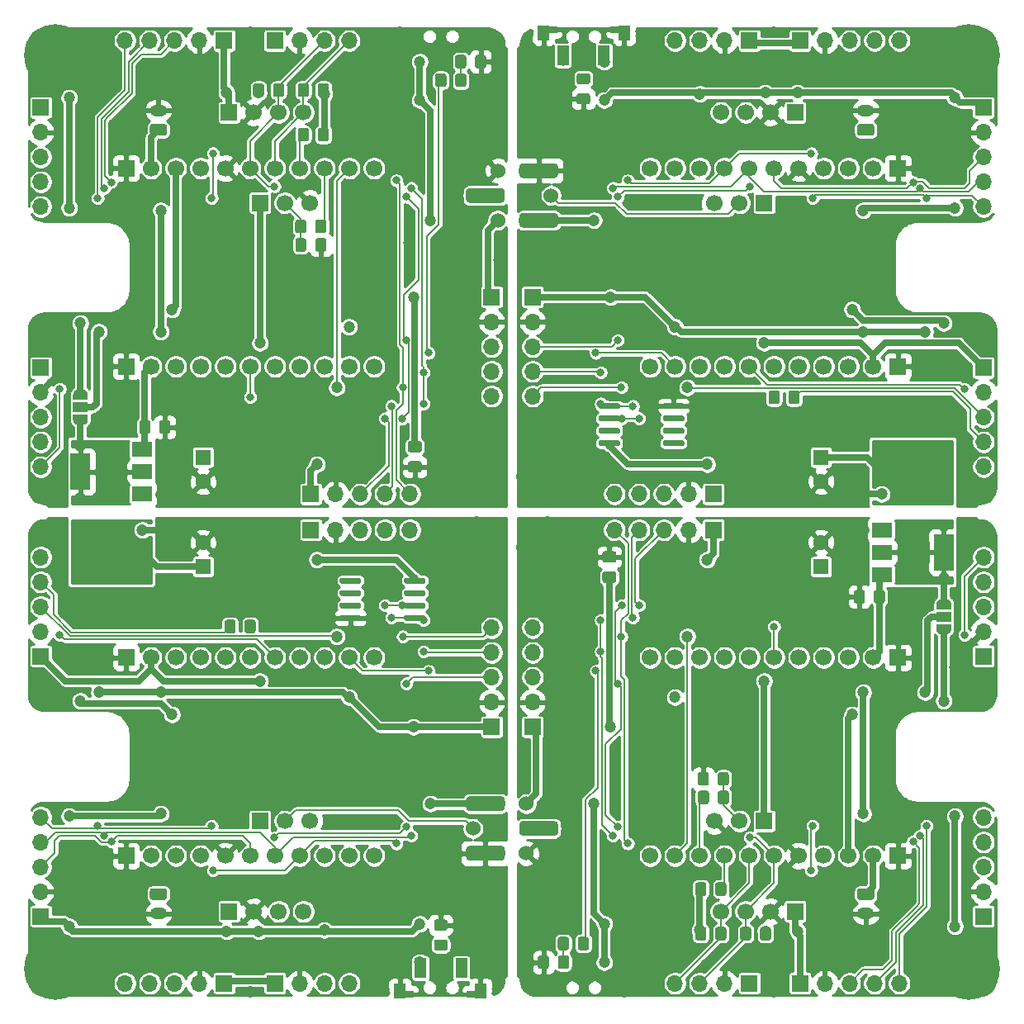
<source format=gtl>
G04 #@! TF.GenerationSoftware,KiCad,Pcbnew,5.1.8-1.fc31*
G04 #@! TF.CreationDate,2021-07-02T10:36:43+02:00*
G04 #@! TF.ProjectId,LoRaWANV2.1_panelized,4c6f5261-5741-44e5-9632-2e315f70616e,rev?*
G04 #@! TF.SameCoordinates,Original*
G04 #@! TF.FileFunction,Copper,L1,Top*
G04 #@! TF.FilePolarity,Positive*
%FSLAX46Y46*%
G04 Gerber Fmt 4.6, Leading zero omitted, Abs format (unit mm)*
G04 Created by KiCad (PCBNEW 5.1.8-1.fc31) date 2021-07-02 10:36:43*
%MOMM*%
%LPD*%
G01*
G04 APERTURE LIST*
G04 #@! TA.AperFunction,ComponentPad*
%ADD10C,6.400000*%
G04 #@! TD*
G04 #@! TA.AperFunction,ComponentPad*
%ADD11R,1.600000X1.600000*%
G04 #@! TD*
G04 #@! TA.AperFunction,ComponentPad*
%ADD12C,1.600000*%
G04 #@! TD*
G04 #@! TA.AperFunction,ComponentPad*
%ADD13R,1.700000X1.700000*%
G04 #@! TD*
G04 #@! TA.AperFunction,ComponentPad*
%ADD14C,1.700000*%
G04 #@! TD*
G04 #@! TA.AperFunction,ComponentPad*
%ADD15O,1.700000X1.700000*%
G04 #@! TD*
G04 #@! TA.AperFunction,SMDPad,CuDef*
%ADD16C,0.100000*%
G04 #@! TD*
G04 #@! TA.AperFunction,SMDPad,CuDef*
%ADD17R,1.500000X1.000000*%
G04 #@! TD*
G04 #@! TA.AperFunction,SMDPad,CuDef*
%ADD18R,2.000000X3.800000*%
G04 #@! TD*
G04 #@! TA.AperFunction,SMDPad,CuDef*
%ADD19R,2.000000X1.500000*%
G04 #@! TD*
G04 #@! TA.AperFunction,ComponentPad*
%ADD20C,1.524000*%
G04 #@! TD*
G04 #@! TA.AperFunction,ComponentPad*
%ADD21O,1.750000X1.200000*%
G04 #@! TD*
G04 #@! TA.AperFunction,SMDPad,CuDef*
%ADD22R,1.200000X2.000000*%
G04 #@! TD*
G04 #@! TA.AperFunction,SMDPad,CuDef*
%ADD23R,1.270000X1.524000*%
G04 #@! TD*
G04 #@! TA.AperFunction,SMDPad,CuDef*
%ADD24R,2.000000X0.800000*%
G04 #@! TD*
G04 #@! TA.AperFunction,ViaPad*
%ADD25C,1.200000*%
G04 #@! TD*
G04 #@! TA.AperFunction,ViaPad*
%ADD26C,0.800000*%
G04 #@! TD*
G04 #@! TA.AperFunction,Conductor*
%ADD27C,0.660400*%
G04 #@! TD*
G04 #@! TA.AperFunction,Conductor*
%ADD28C,0.203200*%
G04 #@! TD*
G04 #@! TA.AperFunction,Conductor*
%ADD29C,0.254000*%
G04 #@! TD*
G04 #@! TA.AperFunction,Conductor*
%ADD30C,0.100000*%
G04 #@! TD*
G04 APERTURE END LIST*
D10*
G04 #@! TO.P,H2,1*
G04 #@! TO.N,GND*
X74930000Y-77216000D03*
G04 #@! TD*
G04 #@! TO.P,C2,1*
G04 #@! TO.N,/VIN*
G04 #@! TA.AperFunction,SMDPad,CuDef*
G36*
G01*
X116780000Y-81845999D02*
X116780000Y-82746001D01*
G75*
G02*
X116530001Y-82996000I-249999J0D01*
G01*
X115879999Y-82996000D01*
G75*
G02*
X115630000Y-82746001I0J249999D01*
G01*
X115630000Y-81845999D01*
G75*
G02*
X115879999Y-81596000I249999J0D01*
G01*
X116530001Y-81596000D01*
G75*
G02*
X116780000Y-81845999I0J-249999D01*
G01*
G37*
G04 #@! TD.AperFunction*
G04 #@! TO.P,C2,2*
G04 #@! TO.N,GND*
G04 #@! TA.AperFunction,SMDPad,CuDef*
G36*
G01*
X114730000Y-81845999D02*
X114730000Y-82746001D01*
G75*
G02*
X114480001Y-82996000I-249999J0D01*
G01*
X113829999Y-82996000D01*
G75*
G02*
X113580000Y-82746001I0J249999D01*
G01*
X113580000Y-81845999D01*
G75*
G02*
X113829999Y-81596000I249999J0D01*
G01*
X114480001Y-81596000D01*
G75*
G02*
X114730000Y-81845999I0J-249999D01*
G01*
G37*
G04 #@! TD.AperFunction*
G04 #@! TD*
D11*
G04 #@! TO.P,C3,1*
G04 #@! TO.N,+3V3*
X110236000Y-79208000D03*
D12*
G04 #@! TO.P,C3,2*
G04 #@! TO.N,GND*
X110236000Y-76708000D03*
G04 #@! TD*
D10*
G04 #@! TO.P,H1,1*
G04 #@! TO.N,GND*
X125349000Y-120396000D03*
G04 #@! TD*
G04 #@! TO.P,H2,1*
G04 #@! TO.N,GND*
X82169000Y-77216000D03*
G04 #@! TD*
D13*
G04 #@! TO.P,IR2,1*
G04 #@! TO.N,/VIN*
X104394000Y-105283000D03*
D14*
G04 #@! TO.P,IR2,2*
G04 #@! TO.N,/IR*
X101854000Y-105283000D03*
G04 #@! TO.P,IR2,3*
G04 #@! TO.N,GND*
X99314000Y-105283000D03*
G04 #@! TD*
D13*
G04 #@! TO.P,J5,1*
G04 #@! TO.N,/Vsensor*
X99187000Y-75438000D03*
D15*
G04 #@! TO.P,J5,2*
G04 #@! TO.N,GND*
X96647000Y-75438000D03*
G04 #@! TO.P,J5,3*
G04 #@! TO.N,/SCL*
X94107000Y-75438000D03*
G04 #@! TO.P,J5,4*
G04 #@! TO.N,/SDA*
X91567000Y-75438000D03*
G04 #@! TO.P,J5,5*
G04 #@! TO.N,/INT*
X89027000Y-75438000D03*
G04 #@! TD*
G04 #@! TA.AperFunction,SMDPad,CuDef*
D16*
G04 #@! TO.P,JP1,1*
G04 #@! TO.N,+3V3*
G36*
X122059000Y-83578000D02*
G01*
X122059000Y-83028000D01*
X122059602Y-83028000D01*
X122059602Y-83003466D01*
X122064412Y-82954635D01*
X122073984Y-82906510D01*
X122088228Y-82859555D01*
X122107005Y-82814222D01*
X122130136Y-82770949D01*
X122157396Y-82730150D01*
X122188524Y-82692221D01*
X122223221Y-82657524D01*
X122261150Y-82626396D01*
X122301949Y-82599136D01*
X122345222Y-82576005D01*
X122390555Y-82557228D01*
X122437510Y-82542984D01*
X122485635Y-82533412D01*
X122534466Y-82528602D01*
X122559000Y-82528602D01*
X122559000Y-82528000D01*
X123059000Y-82528000D01*
X123059000Y-82528602D01*
X123083534Y-82528602D01*
X123132365Y-82533412D01*
X123180490Y-82542984D01*
X123227445Y-82557228D01*
X123272778Y-82576005D01*
X123316051Y-82599136D01*
X123356850Y-82626396D01*
X123394779Y-82657524D01*
X123429476Y-82692221D01*
X123460604Y-82730150D01*
X123487864Y-82770949D01*
X123510995Y-82814222D01*
X123529772Y-82859555D01*
X123544016Y-82906510D01*
X123553588Y-82954635D01*
X123558398Y-83003466D01*
X123558398Y-83028000D01*
X123559000Y-83028000D01*
X123559000Y-83578000D01*
X122059000Y-83578000D01*
G37*
G04 #@! TD.AperFunction*
G04 #@! TA.AperFunction,SMDPad,CuDef*
G04 #@! TO.P,JP1,3*
G04 #@! TO.N,/VDD*
G36*
X123558398Y-85628000D02*
G01*
X123558398Y-85652534D01*
X123553588Y-85701365D01*
X123544016Y-85749490D01*
X123529772Y-85796445D01*
X123510995Y-85841778D01*
X123487864Y-85885051D01*
X123460604Y-85925850D01*
X123429476Y-85963779D01*
X123394779Y-85998476D01*
X123356850Y-86029604D01*
X123316051Y-86056864D01*
X123272778Y-86079995D01*
X123227445Y-86098772D01*
X123180490Y-86113016D01*
X123132365Y-86122588D01*
X123083534Y-86127398D01*
X123059000Y-86127398D01*
X123059000Y-86128000D01*
X122559000Y-86128000D01*
X122559000Y-86127398D01*
X122534466Y-86127398D01*
X122485635Y-86122588D01*
X122437510Y-86113016D01*
X122390555Y-86098772D01*
X122345222Y-86079995D01*
X122301949Y-86056864D01*
X122261150Y-86029604D01*
X122223221Y-85998476D01*
X122188524Y-85963779D01*
X122157396Y-85925850D01*
X122130136Y-85885051D01*
X122107005Y-85841778D01*
X122088228Y-85796445D01*
X122073984Y-85749490D01*
X122064412Y-85701365D01*
X122059602Y-85652534D01*
X122059602Y-85628000D01*
X122059000Y-85628000D01*
X122059000Y-85078000D01*
X123559000Y-85078000D01*
X123559000Y-85628000D01*
X123558398Y-85628000D01*
G37*
G04 #@! TD.AperFunction*
D17*
G04 #@! TO.P,JP1,2*
G04 #@! TO.N,/Vsensor*
X122809000Y-84328000D03*
G04 #@! TD*
G04 #@! TO.P,R1,1*
G04 #@! TO.N,GND*
G04 #@! TA.AperFunction,SMDPad,CuDef*
G36*
G01*
X81195000Y-120211001D02*
X81195000Y-119310999D01*
G75*
G02*
X81444999Y-119061000I249999J0D01*
G01*
X82095001Y-119061000D01*
G75*
G02*
X82345000Y-119310999I0J-249999D01*
G01*
X82345000Y-120211001D01*
G75*
G02*
X82095001Y-120461000I-249999J0D01*
G01*
X81444999Y-120461000D01*
G75*
G02*
X81195000Y-120211001I0J249999D01*
G01*
G37*
G04 #@! TD.AperFunction*
G04 #@! TO.P,R1,2*
G04 #@! TO.N,Net-(R1-Pad2)*
G04 #@! TA.AperFunction,SMDPad,CuDef*
G36*
G01*
X83245000Y-120211001D02*
X83245000Y-119310999D01*
G75*
G02*
X83494999Y-119061000I249999J0D01*
G01*
X84145001Y-119061000D01*
G75*
G02*
X84395000Y-119310999I0J-249999D01*
G01*
X84395000Y-120211001D01*
G75*
G02*
X84145001Y-120461000I-249999J0D01*
G01*
X83494999Y-120461000D01*
G75*
G02*
X83245000Y-120211001I0J249999D01*
G01*
G37*
G04 #@! TD.AperFunction*
G04 #@! TD*
G04 #@! TO.P,R2,1*
G04 #@! TO.N,Net-(R1-Pad2)*
G04 #@! TA.AperFunction,SMDPad,CuDef*
G36*
G01*
X83236000Y-118306001D02*
X83236000Y-117405999D01*
G75*
G02*
X83485999Y-117156000I249999J0D01*
G01*
X84136001Y-117156000D01*
G75*
G02*
X84386000Y-117405999I0J-249999D01*
G01*
X84386000Y-118306001D01*
G75*
G02*
X84136001Y-118556000I-249999J0D01*
G01*
X83485999Y-118556000D01*
G75*
G02*
X83236000Y-118306001I0J249999D01*
G01*
G37*
G04 #@! TD.AperFunction*
G04 #@! TO.P,R2,2*
G04 #@! TO.N,/SW1*
G04 #@! TA.AperFunction,SMDPad,CuDef*
G36*
G01*
X85286000Y-118306001D02*
X85286000Y-117405999D01*
G75*
G02*
X85535999Y-117156000I249999J0D01*
G01*
X86186001Y-117156000D01*
G75*
G02*
X86436000Y-117405999I0J-249999D01*
G01*
X86436000Y-118306001D01*
G75*
G02*
X86186001Y-118556000I-249999J0D01*
G01*
X85535999Y-118556000D01*
G75*
G02*
X85286000Y-118306001I0J249999D01*
G01*
G37*
G04 #@! TD.AperFunction*
G04 #@! TD*
G04 #@! TO.P,R3,1*
G04 #@! TO.N,/SCL*
G04 #@! TA.AperFunction,SMDPad,CuDef*
G36*
G01*
X101914000Y-117290001D02*
X101914000Y-116389999D01*
G75*
G02*
X102163999Y-116140000I249999J0D01*
G01*
X102814001Y-116140000D01*
G75*
G02*
X103064000Y-116389999I0J-249999D01*
G01*
X103064000Y-117290001D01*
G75*
G02*
X102814001Y-117540000I-249999J0D01*
G01*
X102163999Y-117540000D01*
G75*
G02*
X101914000Y-117290001I0J249999D01*
G01*
G37*
G04 #@! TD.AperFunction*
G04 #@! TO.P,R3,2*
G04 #@! TO.N,/Vsensor*
G04 #@! TA.AperFunction,SMDPad,CuDef*
G36*
G01*
X103964000Y-117290001D02*
X103964000Y-116389999D01*
G75*
G02*
X104213999Y-116140000I249999J0D01*
G01*
X104864001Y-116140000D01*
G75*
G02*
X105114000Y-116389999I0J-249999D01*
G01*
X105114000Y-117290001D01*
G75*
G02*
X104864001Y-117540000I-249999J0D01*
G01*
X104213999Y-117540000D01*
G75*
G02*
X103964000Y-117290001I0J249999D01*
G01*
G37*
G04 #@! TD.AperFunction*
G04 #@! TD*
G04 #@! TO.P,R4,1*
G04 #@! TO.N,/SDA*
G04 #@! TA.AperFunction,SMDPad,CuDef*
G36*
G01*
X100524000Y-116389999D02*
X100524000Y-117290001D01*
G75*
G02*
X100274001Y-117540000I-249999J0D01*
G01*
X99623999Y-117540000D01*
G75*
G02*
X99374000Y-117290001I0J249999D01*
G01*
X99374000Y-116389999D01*
G75*
G02*
X99623999Y-116140000I249999J0D01*
G01*
X100274001Y-116140000D01*
G75*
G02*
X100524000Y-116389999I0J-249999D01*
G01*
G37*
G04 #@! TD.AperFunction*
G04 #@! TO.P,R4,2*
G04 #@! TO.N,/Vsensor*
G04 #@! TA.AperFunction,SMDPad,CuDef*
G36*
G01*
X98474000Y-116389999D02*
X98474000Y-117290001D01*
G75*
G02*
X98224001Y-117540000I-249999J0D01*
G01*
X97573999Y-117540000D01*
G75*
G02*
X97324000Y-117290001I0J249999D01*
G01*
X97324000Y-116389999D01*
G75*
G02*
X97573999Y-116140000I249999J0D01*
G01*
X98224001Y-116140000D01*
G75*
G02*
X98474000Y-116389999I0J-249999D01*
G01*
G37*
G04 #@! TD.AperFunction*
G04 #@! TD*
G04 #@! TO.P,R6,1*
G04 #@! TO.N,/INT*
G04 #@! TA.AperFunction,SMDPad,CuDef*
G36*
G01*
X100524000Y-111817999D02*
X100524000Y-112718001D01*
G75*
G02*
X100274001Y-112968000I-249999J0D01*
G01*
X99623999Y-112968000D01*
G75*
G02*
X99374000Y-112718001I0J249999D01*
G01*
X99374000Y-111817999D01*
G75*
G02*
X99623999Y-111568000I249999J0D01*
G01*
X100274001Y-111568000D01*
G75*
G02*
X100524000Y-111817999I0J-249999D01*
G01*
G37*
G04 #@! TD.AperFunction*
G04 #@! TO.P,R6,2*
G04 #@! TO.N,/Vsensor*
G04 #@! TA.AperFunction,SMDPad,CuDef*
G36*
G01*
X98474000Y-111817999D02*
X98474000Y-112718001D01*
G75*
G02*
X98224001Y-112968000I-249999J0D01*
G01*
X97573999Y-112968000D01*
G75*
G02*
X97324000Y-112718001I0J249999D01*
G01*
X97324000Y-111817999D01*
G75*
G02*
X97573999Y-111568000I249999J0D01*
G01*
X98224001Y-111568000D01*
G75*
G02*
X98474000Y-111817999I0J-249999D01*
G01*
G37*
G04 #@! TD.AperFunction*
G04 #@! TD*
D13*
G04 #@! TO.P,J6,1*
G04 #@! TO.N,/VIN*
X126873000Y-88392000D03*
D15*
G04 #@! TO.P,J6,2*
G04 #@! TO.N,GND*
X126873000Y-85852000D03*
G04 #@! TO.P,J6,3*
G04 #@! TO.N,/PM_EN*
X126873000Y-83312000D03*
G04 #@! TO.P,J6,4*
G04 #@! TO.N,/TX*
X126873000Y-80772000D03*
G04 #@! TO.P,J6,5*
G04 #@! TO.N,/RX*
X126873000Y-78232000D03*
G04 #@! TD*
D13*
G04 #@! TO.P,J7,1*
G04 #@! TO.N,/Vsensor*
X80645000Y-95631000D03*
D15*
G04 #@! TO.P,J7,2*
G04 #@! TO.N,GND*
X80645000Y-93091000D03*
G04 #@! TO.P,J7,3*
G04 #@! TO.N,/SCL*
X80645000Y-90551000D03*
G04 #@! TO.P,J7,4*
G04 #@! TO.N,/SDA*
X80645000Y-88011000D03*
G04 #@! TO.P,J7,5*
G04 #@! TO.N,/INT*
X80645000Y-85471000D03*
G04 #@! TD*
G04 #@! TO.P,R7,1*
G04 #@! TO.N,GND*
G04 #@! TA.AperFunction,SMDPad,CuDef*
G36*
G01*
X97578000Y-101415001D02*
X97578000Y-100514999D01*
G75*
G02*
X97827999Y-100265000I249999J0D01*
G01*
X98478001Y-100265000D01*
G75*
G02*
X98728000Y-100514999I0J-249999D01*
G01*
X98728000Y-101415001D01*
G75*
G02*
X98478001Y-101665000I-249999J0D01*
G01*
X97827999Y-101665000D01*
G75*
G02*
X97578000Y-101415001I0J249999D01*
G01*
G37*
G04 #@! TD.AperFunction*
G04 #@! TO.P,R7,2*
G04 #@! TO.N,/IR*
G04 #@! TA.AperFunction,SMDPad,CuDef*
G36*
G01*
X99628000Y-101415001D02*
X99628000Y-100514999D01*
G75*
G02*
X99877999Y-100265000I249999J0D01*
G01*
X100528001Y-100265000D01*
G75*
G02*
X100778000Y-100514999I0J-249999D01*
G01*
X100778000Y-101415001D01*
G75*
G02*
X100528001Y-101665000I-249999J0D01*
G01*
X99877999Y-101665000D01*
G75*
G02*
X99628000Y-101415001I0J249999D01*
G01*
G37*
G04 #@! TD.AperFunction*
G04 #@! TD*
G04 #@! TO.P,R8,1*
G04 #@! TO.N,Net-(R8-Pad1)*
G04 #@! TA.AperFunction,SMDPad,CuDef*
G36*
G01*
X97587000Y-103320001D02*
X97587000Y-102419999D01*
G75*
G02*
X97836999Y-102170000I249999J0D01*
G01*
X98487001Y-102170000D01*
G75*
G02*
X98737000Y-102419999I0J-249999D01*
G01*
X98737000Y-103320001D01*
G75*
G02*
X98487001Y-103570000I-249999J0D01*
G01*
X97836999Y-103570000D01*
G75*
G02*
X97587000Y-103320001I0J249999D01*
G01*
G37*
G04 #@! TD.AperFunction*
G04 #@! TO.P,R8,2*
G04 #@! TO.N,/IR*
G04 #@! TA.AperFunction,SMDPad,CuDef*
G36*
G01*
X99637000Y-103320001D02*
X99637000Y-102419999D01*
G75*
G02*
X99886999Y-102170000I249999J0D01*
G01*
X100537001Y-102170000D01*
G75*
G02*
X100787000Y-102419999I0J-249999D01*
G01*
X100787000Y-103320001D01*
G75*
G02*
X100537001Y-103570000I-249999J0D01*
G01*
X99886999Y-103570000D01*
G75*
G02*
X99637000Y-103320001I0J249999D01*
G01*
G37*
G04 #@! TD.AperFunction*
G04 #@! TD*
D14*
G04 #@! TO.P,U4,12*
G04 #@! TO.N,Net-(U4-Pad12)*
X92710000Y-88519000D03*
G04 #@! TO.P,U4,13*
G04 #@! TO.N,/SW1*
X95250000Y-88519000D03*
G04 #@! TO.P,U4,14*
G04 #@! TO.N,Net-(U4-Pad14)*
X97790000Y-88519000D03*
G04 #@! TO.P,U4,15*
G04 #@! TO.N,Net-(U4-Pad15)*
X100330000Y-88519000D03*
G04 #@! TO.P,U4,16*
G04 #@! TO.N,/RX*
X102870000Y-88519000D03*
G04 #@! TO.P,U4,17*
G04 #@! TO.N,Net-(R5-Pad2)*
X105410000Y-88519000D03*
G04 #@! TO.P,U4,18*
G04 #@! TO.N,Net-(U4-Pad18)*
X107950000Y-88519000D03*
G04 #@! TO.P,U4,19*
G04 #@! TO.N,Net-(U4-Pad19)*
X110490000Y-88519000D03*
G04 #@! TO.P,U4,20*
G04 #@! TO.N,Net-(U4-Pad20)*
X113030000Y-88519000D03*
G04 #@! TO.P,U4,21*
G04 #@! TO.N,/VIN*
X115570000Y-88519000D03*
D13*
G04 #@! TO.P,U4,22*
G04 #@! TO.N,GND*
X118110000Y-88519000D03*
G04 #@! TO.P,U4,1*
X118110000Y-108839000D03*
D14*
G04 #@! TO.P,U4,3*
G04 #@! TO.N,/VDD*
X113030000Y-108839000D03*
G04 #@! TO.P,U4,2*
G04 #@! TO.N,/VS+*
X115570000Y-108839000D03*
G04 #@! TO.P,U4,4*
G04 #@! TO.N,Net-(U4-Pad4)*
X110490000Y-108839000D03*
G04 #@! TO.P,U4,5*
G04 #@! TO.N,GND*
X107950000Y-108839000D03*
G04 #@! TO.P,U4,7*
G04 #@! TO.N,/SDA*
X102870000Y-108839000D03*
G04 #@! TO.P,U4,6*
G04 #@! TO.N,/SCL*
X105410000Y-108839000D03*
G04 #@! TO.P,U4,8*
G04 #@! TO.N,/INT*
X100330000Y-108839000D03*
G04 #@! TO.P,U4,9*
G04 #@! TO.N,Net-(R8-Pad1)*
X97790000Y-108839000D03*
G04 #@! TO.P,U4,10*
G04 #@! TO.N,/PM_EN*
X95250000Y-108839000D03*
G04 #@! TO.P,U4,11*
G04 #@! TO.N,Net-(U4-Pad11)*
X92710000Y-108839000D03*
G04 #@! TD*
D18*
G04 #@! TO.P,U3,2*
G04 #@! TO.N,+3V3*
X122809000Y-77724000D03*
D19*
X116509000Y-77724000D03*
G04 #@! TO.P,U3,3*
G04 #@! TO.N,/VIN*
X116509000Y-80024000D03*
G04 #@! TO.P,U3,1*
G04 #@! TO.N,GND*
X116509000Y-75424000D03*
G04 #@! TD*
D13*
G04 #@! TO.P,J4,1*
G04 #@! TO.N,/Vsensor*
X102870000Y-121920000D03*
D15*
G04 #@! TO.P,J4,2*
G04 #@! TO.N,GND*
X100330000Y-121920000D03*
G04 #@! TO.P,J4,3*
G04 #@! TO.N,/SCL*
X97790000Y-121920000D03*
G04 #@! TO.P,J4,4*
G04 #@! TO.N,/SDA*
X95250000Y-121920000D03*
G04 #@! TD*
D20*
G04 #@! TO.P,IR1,3*
G04 #@! TO.N,GND*
X80010000Y-108585000D03*
G04 #@! TO.P,IR1,2*
G04 #@! TO.N,/IR*
X82550000Y-106045000D03*
G04 #@! TO.P,IR1,1*
G04 #@! TO.N,/Vsensor*
X80010000Y-103505000D03*
G04 #@! TO.P,IR1,2*
G04 #@! TO.N,/IR*
G04 #@! TA.AperFunction,ConnectorPad*
G36*
G01*
X79661000Y-105283000D02*
X82899000Y-105283000D01*
G75*
G02*
X83280000Y-105664000I0J-381000D01*
G01*
X83280000Y-106426000D01*
G75*
G02*
X82899000Y-106807000I-381000J0D01*
G01*
X79661000Y-106807000D01*
G75*
G02*
X79280000Y-106426000I0J381000D01*
G01*
X79280000Y-105664000D01*
G75*
G02*
X79661000Y-105283000I381000J0D01*
G01*
G37*
G04 #@! TD.AperFunction*
G04 #@! TD*
G04 #@! TO.P,C4,1*
G04 #@! TO.N,GND*
G04 #@! TA.AperFunction,SMDPad,CuDef*
G36*
G01*
X88044000Y-77623000D02*
X88994000Y-77623000D01*
G75*
G02*
X89244000Y-77873000I0J-250000D01*
G01*
X89244000Y-78548000D01*
G75*
G02*
X88994000Y-78798000I-250000J0D01*
G01*
X88044000Y-78798000D01*
G75*
G02*
X87794000Y-78548000I0J250000D01*
G01*
X87794000Y-77873000D01*
G75*
G02*
X88044000Y-77623000I250000J0D01*
G01*
G37*
G04 #@! TD.AperFunction*
G04 #@! TO.P,C4,2*
G04 #@! TO.N,/Vsensor*
G04 #@! TA.AperFunction,SMDPad,CuDef*
G36*
G01*
X88044000Y-79698000D02*
X88994000Y-79698000D01*
G75*
G02*
X89244000Y-79948000I0J-250000D01*
G01*
X89244000Y-80623000D01*
G75*
G02*
X88994000Y-80873000I-250000J0D01*
G01*
X88044000Y-80873000D01*
G75*
G02*
X87794000Y-80623000I0J250000D01*
G01*
X87794000Y-79948000D01*
G75*
G02*
X88044000Y-79698000I250000J0D01*
G01*
G37*
G04 #@! TD.AperFunction*
G04 #@! TD*
D13*
G04 #@! TO.P,J3,1*
G04 #@! TO.N,/Vsensor*
X126873000Y-115062000D03*
D15*
G04 #@! TO.P,J3,2*
G04 #@! TO.N,GND*
X126873000Y-112522000D03*
G04 #@! TO.P,J3,3*
G04 #@! TO.N,/SCL*
X126873000Y-109982000D03*
G04 #@! TO.P,J3,4*
G04 #@! TO.N,/SDA*
X126873000Y-107442000D03*
G04 #@! TO.P,J3,5*
G04 #@! TO.N,/INT*
X126873000Y-104902000D03*
G04 #@! TD*
G04 #@! TO.P,J2,1*
G04 #@! TO.N,/VS+*
G04 #@! TA.AperFunction,ComponentPad*
G36*
G01*
X114182999Y-112176000D02*
X115433001Y-112176000D01*
G75*
G02*
X115683000Y-112425999I0J-249999D01*
G01*
X115683000Y-113126001D01*
G75*
G02*
X115433001Y-113376000I-249999J0D01*
G01*
X114182999Y-113376000D01*
G75*
G02*
X113933000Y-113126001I0J249999D01*
G01*
X113933000Y-112425999D01*
G75*
G02*
X114182999Y-112176000I249999J0D01*
G01*
G37*
G04 #@! TD.AperFunction*
D21*
G04 #@! TO.P,J2,2*
G04 #@! TO.N,GND*
X114808000Y-114776000D03*
G04 #@! TD*
D13*
G04 #@! TO.P,J1,1*
G04 #@! TO.N,/Vsensor*
X108077000Y-121920000D03*
D15*
G04 #@! TO.P,J1,2*
G04 #@! TO.N,GND*
X110617000Y-121920000D03*
G04 #@! TO.P,J1,3*
G04 #@! TO.N,/SCL*
X113157000Y-121920000D03*
G04 #@! TO.P,J1,4*
G04 #@! TO.N,/SDA*
X115697000Y-121920000D03*
G04 #@! TO.P,J1,5*
G04 #@! TO.N,/INT*
X118237000Y-121920000D03*
G04 #@! TD*
D13*
G04 #@! TO.P,U1,1*
G04 #@! TO.N,/Vsensor*
X107569000Y-114554000D03*
D14*
G04 #@! TO.P,U1,2*
G04 #@! TO.N,GND*
X105029000Y-114554000D03*
G04 #@! TO.P,U1,3*
G04 #@! TO.N,/SCL*
X102489000Y-114554000D03*
G04 #@! TO.P,U1,4*
G04 #@! TO.N,/SDA*
X99949000Y-114554000D03*
G04 #@! TD*
D13*
G04 #@! TO.P,U1,1*
G04 #@! TO.N,/Vsensor*
X107569000Y-32639000D03*
D14*
G04 #@! TO.P,U1,2*
G04 #@! TO.N,GND*
X105029000Y-32639000D03*
G04 #@! TO.P,U1,3*
G04 #@! TO.N,/SCL*
X102489000Y-32639000D03*
G04 #@! TO.P,U1,4*
G04 #@! TO.N,/SDA*
X99949000Y-32639000D03*
G04 #@! TD*
D13*
G04 #@! TO.P,J5,1*
G04 #@! TO.N,/Vsensor*
X99187000Y-71755000D03*
D15*
G04 #@! TO.P,J5,2*
G04 #@! TO.N,GND*
X96647000Y-71755000D03*
G04 #@! TO.P,J5,3*
G04 #@! TO.N,/SCL*
X94107000Y-71755000D03*
G04 #@! TO.P,J5,4*
G04 #@! TO.N,/SDA*
X91567000Y-71755000D03*
G04 #@! TO.P,J5,5*
G04 #@! TO.N,/INT*
X89027000Y-71755000D03*
G04 #@! TD*
D20*
G04 #@! TO.P,IR1,3*
G04 #@! TO.N,GND*
X80010000Y-38608000D03*
G04 #@! TO.P,IR1,2*
G04 #@! TO.N,/IR*
X82550000Y-41148000D03*
G04 #@! TO.P,IR1,1*
G04 #@! TO.N,/Vsensor*
X80010000Y-43688000D03*
G04 #@! TA.AperFunction,ConnectorPad*
G36*
G01*
X82899000Y-44450000D02*
X79661000Y-44450000D01*
G75*
G02*
X79280000Y-44069000I0J381000D01*
G01*
X79280000Y-43307000D01*
G75*
G02*
X79661000Y-42926000I381000J0D01*
G01*
X82899000Y-42926000D01*
G75*
G02*
X83280000Y-43307000I0J-381000D01*
G01*
X83280000Y-44069000D01*
G75*
G02*
X82899000Y-44450000I-381000J0D01*
G01*
G37*
G04 #@! TD.AperFunction*
G04 #@! TO.P,IR1,3*
G04 #@! TO.N,GND*
G04 #@! TA.AperFunction,ConnectorPad*
G36*
G01*
X82899000Y-39370000D02*
X79661000Y-39370000D01*
G75*
G02*
X79280000Y-38989000I0J381000D01*
G01*
X79280000Y-38227000D01*
G75*
G02*
X79661000Y-37846000I381000J0D01*
G01*
X82899000Y-37846000D01*
G75*
G02*
X83280000Y-38227000I0J-381000D01*
G01*
X83280000Y-38989000D01*
G75*
G02*
X82899000Y-39370000I-381000J0D01*
G01*
G37*
G04 #@! TD.AperFunction*
G04 #@! TD*
G04 #@! TO.P,R5,1*
G04 #@! TO.N,/TX*
G04 #@! TA.AperFunction,SMDPad,CuDef*
G36*
G01*
X108035000Y-61398999D02*
X108035000Y-62299001D01*
G75*
G02*
X107785001Y-62549000I-249999J0D01*
G01*
X107134999Y-62549000D01*
G75*
G02*
X106885000Y-62299001I0J249999D01*
G01*
X106885000Y-61398999D01*
G75*
G02*
X107134999Y-61149000I249999J0D01*
G01*
X107785001Y-61149000D01*
G75*
G02*
X108035000Y-61398999I0J-249999D01*
G01*
G37*
G04 #@! TD.AperFunction*
G04 #@! TO.P,R5,2*
G04 #@! TO.N,Net-(R5-Pad2)*
G04 #@! TA.AperFunction,SMDPad,CuDef*
G36*
G01*
X105985000Y-61398999D02*
X105985000Y-62299001D01*
G75*
G02*
X105735001Y-62549000I-249999J0D01*
G01*
X105084999Y-62549000D01*
G75*
G02*
X104835000Y-62299001I0J249999D01*
G01*
X104835000Y-61398999D01*
G75*
G02*
X105084999Y-61149000I249999J0D01*
G01*
X105735001Y-61149000D01*
G75*
G02*
X105985000Y-61398999I0J-249999D01*
G01*
G37*
G04 #@! TD.AperFunction*
G04 #@! TD*
G04 #@! TO.P,C1,1*
G04 #@! TO.N,/SW1*
G04 #@! TA.AperFunction,SMDPad,CuDef*
G36*
G01*
X85401999Y-28617000D02*
X86302001Y-28617000D01*
G75*
G02*
X86552000Y-28866999I0J-249999D01*
G01*
X86552000Y-29517001D01*
G75*
G02*
X86302001Y-29767000I-249999J0D01*
G01*
X85401999Y-29767000D01*
G75*
G02*
X85152000Y-29517001I0J249999D01*
G01*
X85152000Y-28866999D01*
G75*
G02*
X85401999Y-28617000I249999J0D01*
G01*
G37*
G04 #@! TD.AperFunction*
G04 #@! TO.P,C1,2*
G04 #@! TO.N,GND*
G04 #@! TA.AperFunction,SMDPad,CuDef*
G36*
G01*
X85401999Y-30667000D02*
X86302001Y-30667000D01*
G75*
G02*
X86552000Y-30916999I0J-249999D01*
G01*
X86552000Y-31567001D01*
G75*
G02*
X86302001Y-31817000I-249999J0D01*
G01*
X85401999Y-31817000D01*
G75*
G02*
X85152000Y-31567001I0J249999D01*
G01*
X85152000Y-30916999D01*
G75*
G02*
X85401999Y-30667000I249999J0D01*
G01*
G37*
G04 #@! TD.AperFunction*
G04 #@! TD*
G04 #@! TO.P,J2,1*
G04 #@! TO.N,/VS+*
G04 #@! TA.AperFunction,ComponentPad*
G36*
G01*
X115433001Y-35017000D02*
X114182999Y-35017000D01*
G75*
G02*
X113933000Y-34767001I0J249999D01*
G01*
X113933000Y-34066999D01*
G75*
G02*
X114182999Y-33817000I249999J0D01*
G01*
X115433001Y-33817000D01*
G75*
G02*
X115683000Y-34066999I0J-249999D01*
G01*
X115683000Y-34767001D01*
G75*
G02*
X115433001Y-35017000I-249999J0D01*
G01*
G37*
G04 #@! TD.AperFunction*
D21*
G04 #@! TO.P,J2,2*
G04 #@! TO.N,GND*
X114808000Y-32417000D03*
G04 #@! TD*
D13*
G04 #@! TO.P,J6,1*
G04 #@! TO.N,/VIN*
X126873000Y-58801000D03*
D15*
G04 #@! TO.P,J6,2*
G04 #@! TO.N,GND*
X126873000Y-61341000D03*
G04 #@! TO.P,J6,3*
G04 #@! TO.N,/PM_EN*
X126873000Y-63881000D03*
G04 #@! TO.P,J6,4*
G04 #@! TO.N,/TX*
X126873000Y-66421000D03*
G04 #@! TO.P,J6,5*
G04 #@! TO.N,/RX*
X126873000Y-68961000D03*
G04 #@! TD*
G04 #@! TO.P,U2,1*
G04 #@! TO.N,Net-(U2-Pad1)*
G04 #@! TA.AperFunction,SMDPad,CuDef*
G36*
G01*
X96219000Y-66398000D02*
X96219000Y-66698000D01*
G75*
G02*
X96069000Y-66848000I-150000J0D01*
G01*
X94169000Y-66848000D01*
G75*
G02*
X94019000Y-66698000I0J150000D01*
G01*
X94019000Y-66398000D01*
G75*
G02*
X94169000Y-66248000I150000J0D01*
G01*
X96069000Y-66248000D01*
G75*
G02*
X96219000Y-66398000I0J-150000D01*
G01*
G37*
G04 #@! TD.AperFunction*
G04 #@! TO.P,U2,2*
G04 #@! TO.N,Net-(U2-Pad2)*
G04 #@! TA.AperFunction,SMDPad,CuDef*
G36*
G01*
X96219000Y-65128000D02*
X96219000Y-65428000D01*
G75*
G02*
X96069000Y-65578000I-150000J0D01*
G01*
X94169000Y-65578000D01*
G75*
G02*
X94019000Y-65428000I0J150000D01*
G01*
X94019000Y-65128000D01*
G75*
G02*
X94169000Y-64978000I150000J0D01*
G01*
X96069000Y-64978000D01*
G75*
G02*
X96219000Y-65128000I0J-150000D01*
G01*
G37*
G04 #@! TD.AperFunction*
G04 #@! TO.P,U2,3*
G04 #@! TO.N,Net-(U2-Pad3)*
G04 #@! TA.AperFunction,SMDPad,CuDef*
G36*
G01*
X96219000Y-63858000D02*
X96219000Y-64158000D01*
G75*
G02*
X96069000Y-64308000I-150000J0D01*
G01*
X94169000Y-64308000D01*
G75*
G02*
X94019000Y-64158000I0J150000D01*
G01*
X94019000Y-63858000D01*
G75*
G02*
X94169000Y-63708000I150000J0D01*
G01*
X96069000Y-63708000D01*
G75*
G02*
X96219000Y-63858000I0J-150000D01*
G01*
G37*
G04 #@! TD.AperFunction*
G04 #@! TO.P,U2,4*
G04 #@! TO.N,GND*
G04 #@! TA.AperFunction,SMDPad,CuDef*
G36*
G01*
X96219000Y-62588000D02*
X96219000Y-62888000D01*
G75*
G02*
X96069000Y-63038000I-150000J0D01*
G01*
X94169000Y-63038000D01*
G75*
G02*
X94019000Y-62888000I0J150000D01*
G01*
X94019000Y-62588000D01*
G75*
G02*
X94169000Y-62438000I150000J0D01*
G01*
X96069000Y-62438000D01*
G75*
G02*
X96219000Y-62588000I0J-150000D01*
G01*
G37*
G04 #@! TD.AperFunction*
G04 #@! TO.P,U2,5*
G04 #@! TO.N,/SDA*
G04 #@! TA.AperFunction,SMDPad,CuDef*
G36*
G01*
X89619000Y-62588000D02*
X89619000Y-62888000D01*
G75*
G02*
X89469000Y-63038000I-150000J0D01*
G01*
X87569000Y-63038000D01*
G75*
G02*
X87419000Y-62888000I0J150000D01*
G01*
X87419000Y-62588000D01*
G75*
G02*
X87569000Y-62438000I150000J0D01*
G01*
X89469000Y-62438000D01*
G75*
G02*
X89619000Y-62588000I0J-150000D01*
G01*
G37*
G04 #@! TD.AperFunction*
G04 #@! TO.P,U2,6*
G04 #@! TO.N,/SCL*
G04 #@! TA.AperFunction,SMDPad,CuDef*
G36*
G01*
X89619000Y-63858000D02*
X89619000Y-64158000D01*
G75*
G02*
X89469000Y-64308000I-150000J0D01*
G01*
X87569000Y-64308000D01*
G75*
G02*
X87419000Y-64158000I0J150000D01*
G01*
X87419000Y-63858000D01*
G75*
G02*
X87569000Y-63708000I150000J0D01*
G01*
X89469000Y-63708000D01*
G75*
G02*
X89619000Y-63858000I0J-150000D01*
G01*
G37*
G04 #@! TD.AperFunction*
G04 #@! TO.P,U2,7*
G04 #@! TO.N,Net-(U2-Pad7)*
G04 #@! TA.AperFunction,SMDPad,CuDef*
G36*
G01*
X89619000Y-65128000D02*
X89619000Y-65428000D01*
G75*
G02*
X89469000Y-65578000I-150000J0D01*
G01*
X87569000Y-65578000D01*
G75*
G02*
X87419000Y-65428000I0J150000D01*
G01*
X87419000Y-65128000D01*
G75*
G02*
X87569000Y-64978000I150000J0D01*
G01*
X89469000Y-64978000D01*
G75*
G02*
X89619000Y-65128000I0J-150000D01*
G01*
G37*
G04 #@! TD.AperFunction*
G04 #@! TO.P,U2,8*
G04 #@! TO.N,/Vsensor*
G04 #@! TA.AperFunction,SMDPad,CuDef*
G36*
G01*
X89619000Y-66398000D02*
X89619000Y-66698000D01*
G75*
G02*
X89469000Y-66848000I-150000J0D01*
G01*
X87569000Y-66848000D01*
G75*
G02*
X87419000Y-66698000I0J150000D01*
G01*
X87419000Y-66398000D01*
G75*
G02*
X87569000Y-66248000I150000J0D01*
G01*
X89469000Y-66248000D01*
G75*
G02*
X89619000Y-66398000I0J-150000D01*
G01*
G37*
G04 #@! TD.AperFunction*
G04 #@! TD*
D22*
G04 #@! TO.P,SW1,2*
G04 #@! TO.N,/Vsensor*
X87952000Y-26816000D03*
G04 #@! TO.P,SW1,1*
G04 #@! TO.N,Net-(R1-Pad2)*
X83752000Y-26816000D03*
D23*
G04 #@! TO.P,SW1,3*
G04 #@! TO.N,GND*
X90043000Y-24511000D03*
D24*
X89662000Y-24130000D03*
D23*
X81788000Y-24511000D03*
D24*
X82169000Y-24130000D03*
G04 #@! TD*
D13*
G04 #@! TO.P,J1,1*
G04 #@! TO.N,/Vsensor*
X108077000Y-25273000D03*
D15*
G04 #@! TO.P,J1,2*
G04 #@! TO.N,GND*
X110617000Y-25273000D03*
G04 #@! TO.P,J1,3*
G04 #@! TO.N,/SCL*
X113157000Y-25273000D03*
G04 #@! TO.P,J1,4*
G04 #@! TO.N,/SDA*
X115697000Y-25273000D03*
G04 #@! TO.P,J1,5*
G04 #@! TO.N,/INT*
X118237000Y-25273000D03*
G04 #@! TD*
D14*
G04 #@! TO.P,U4,12*
G04 #@! TO.N,Net-(U4-Pad12)*
X92710000Y-58674000D03*
G04 #@! TO.P,U4,13*
G04 #@! TO.N,/SW1*
X95250000Y-58674000D03*
G04 #@! TO.P,U4,14*
G04 #@! TO.N,Net-(U4-Pad14)*
X97790000Y-58674000D03*
G04 #@! TO.P,U4,15*
G04 #@! TO.N,Net-(U4-Pad15)*
X100330000Y-58674000D03*
G04 #@! TO.P,U4,16*
G04 #@! TO.N,/RX*
X102870000Y-58674000D03*
G04 #@! TO.P,U4,17*
G04 #@! TO.N,Net-(R5-Pad2)*
X105410000Y-58674000D03*
G04 #@! TO.P,U4,18*
G04 #@! TO.N,Net-(U4-Pad18)*
X107950000Y-58674000D03*
G04 #@! TO.P,U4,19*
G04 #@! TO.N,Net-(U4-Pad19)*
X110490000Y-58674000D03*
G04 #@! TO.P,U4,20*
G04 #@! TO.N,Net-(U4-Pad20)*
X113030000Y-58674000D03*
G04 #@! TO.P,U4,21*
G04 #@! TO.N,/VIN*
X115570000Y-58674000D03*
D13*
G04 #@! TO.P,U4,22*
G04 #@! TO.N,GND*
X118110000Y-58674000D03*
G04 #@! TO.P,U4,1*
X118110000Y-38354000D03*
D14*
G04 #@! TO.P,U4,3*
G04 #@! TO.N,/VDD*
X113030000Y-38354000D03*
G04 #@! TO.P,U4,2*
G04 #@! TO.N,/VS+*
X115570000Y-38354000D03*
G04 #@! TO.P,U4,4*
G04 #@! TO.N,Net-(U4-Pad4)*
X110490000Y-38354000D03*
G04 #@! TO.P,U4,5*
G04 #@! TO.N,GND*
X107950000Y-38354000D03*
G04 #@! TO.P,U4,7*
G04 #@! TO.N,/SDA*
X102870000Y-38354000D03*
G04 #@! TO.P,U4,6*
G04 #@! TO.N,/SCL*
X105410000Y-38354000D03*
G04 #@! TO.P,U4,8*
G04 #@! TO.N,/INT*
X100330000Y-38354000D03*
G04 #@! TO.P,U4,9*
G04 #@! TO.N,Net-(R8-Pad1)*
X97790000Y-38354000D03*
G04 #@! TO.P,U4,10*
G04 #@! TO.N,/PM_EN*
X95250000Y-38354000D03*
G04 #@! TO.P,U4,11*
G04 #@! TO.N,Net-(U4-Pad11)*
X92710000Y-38354000D03*
G04 #@! TD*
D13*
G04 #@! TO.P,J7,1*
G04 #@! TO.N,/Vsensor*
X80645000Y-51562000D03*
D15*
G04 #@! TO.P,J7,2*
G04 #@! TO.N,GND*
X80645000Y-54102000D03*
G04 #@! TO.P,J7,3*
G04 #@! TO.N,/SCL*
X80645000Y-56642000D03*
G04 #@! TO.P,J7,4*
G04 #@! TO.N,/SDA*
X80645000Y-59182000D03*
G04 #@! TO.P,J7,5*
G04 #@! TO.N,/INT*
X80645000Y-61722000D03*
G04 #@! TD*
D13*
G04 #@! TO.P,J3,1*
G04 #@! TO.N,/Vsensor*
X126873000Y-32131000D03*
D15*
G04 #@! TO.P,J3,2*
G04 #@! TO.N,GND*
X126873000Y-34671000D03*
G04 #@! TO.P,J3,3*
G04 #@! TO.N,/SCL*
X126873000Y-37211000D03*
G04 #@! TO.P,J3,4*
G04 #@! TO.N,/SDA*
X126873000Y-39751000D03*
G04 #@! TO.P,J3,5*
G04 #@! TO.N,/INT*
X126873000Y-42291000D03*
G04 #@! TD*
D13*
G04 #@! TO.P,IR2,1*
G04 #@! TO.N,/VIN*
X104394000Y-41910000D03*
D14*
G04 #@! TO.P,IR2,2*
G04 #@! TO.N,/IR*
X101854000Y-41910000D03*
G04 #@! TO.P,IR2,3*
G04 #@! TO.N,GND*
X99314000Y-41910000D03*
G04 #@! TD*
D13*
G04 #@! TO.P,J4,1*
G04 #@! TO.N,/Vsensor*
X102870000Y-25273000D03*
D15*
G04 #@! TO.P,J4,2*
G04 #@! TO.N,GND*
X100330000Y-25273000D03*
G04 #@! TO.P,J4,3*
G04 #@! TO.N,/SCL*
X97790000Y-25273000D03*
G04 #@! TO.P,J4,4*
G04 #@! TO.N,/SDA*
X95250000Y-25273000D03*
G04 #@! TD*
D11*
G04 #@! TO.P,C3,1*
G04 #@! TO.N,+3V3*
X110236000Y-67985000D03*
D12*
G04 #@! TO.P,C3,2*
G04 #@! TO.N,GND*
X110236000Y-70485000D03*
G04 #@! TD*
D10*
G04 #@! TO.P,H2,1*
G04 #@! TO.N,GND*
X82169000Y-69977000D03*
G04 #@! TD*
G04 #@! TO.P,H1,1*
G04 #@! TO.N,GND*
X125349000Y-26797000D03*
G04 #@! TD*
D14*
G04 #@! TO.P,U1,4*
G04 #@! TO.N,/SDA*
X57150000Y-32639000D03*
G04 #@! TO.P,U1,3*
G04 #@! TO.N,/SCL*
X54610000Y-32639000D03*
G04 #@! TO.P,U1,2*
G04 #@! TO.N,GND*
X52070000Y-32639000D03*
D13*
G04 #@! TO.P,U1,1*
G04 #@! TO.N,/Vsensor*
X49530000Y-32639000D03*
G04 #@! TD*
D15*
G04 #@! TO.P,J1,5*
G04 #@! TO.N,/INT*
X38862000Y-25273000D03*
G04 #@! TO.P,J1,4*
G04 #@! TO.N,/SDA*
X41402000Y-25273000D03*
G04 #@! TO.P,J1,3*
G04 #@! TO.N,/SCL*
X43942000Y-25273000D03*
G04 #@! TO.P,J1,2*
G04 #@! TO.N,GND*
X46482000Y-25273000D03*
D13*
G04 #@! TO.P,J1,1*
G04 #@! TO.N,/Vsensor*
X49022000Y-25273000D03*
G04 #@! TD*
D21*
G04 #@! TO.P,J2,2*
G04 #@! TO.N,GND*
X42291000Y-32417000D03*
G04 #@! TO.P,J2,1*
G04 #@! TO.N,/VS+*
G04 #@! TA.AperFunction,ComponentPad*
G36*
G01*
X42916001Y-35017000D02*
X41665999Y-35017000D01*
G75*
G02*
X41416000Y-34767001I0J249999D01*
G01*
X41416000Y-34066999D01*
G75*
G02*
X41665999Y-33817000I249999J0D01*
G01*
X42916001Y-33817000D01*
G75*
G02*
X43166000Y-34066999I0J-249999D01*
G01*
X43166000Y-34767001D01*
G75*
G02*
X42916001Y-35017000I-249999J0D01*
G01*
G37*
G04 #@! TD.AperFunction*
G04 #@! TD*
D15*
G04 #@! TO.P,J3,5*
G04 #@! TO.N,/INT*
X30226000Y-42291000D03*
G04 #@! TO.P,J3,4*
G04 #@! TO.N,/SDA*
X30226000Y-39751000D03*
G04 #@! TO.P,J3,3*
G04 #@! TO.N,/SCL*
X30226000Y-37211000D03*
G04 #@! TO.P,J3,2*
G04 #@! TO.N,GND*
X30226000Y-34671000D03*
D13*
G04 #@! TO.P,J3,1*
G04 #@! TO.N,/Vsensor*
X30226000Y-32131000D03*
G04 #@! TD*
G04 #@! TO.P,C4,2*
G04 #@! TO.N,/Vsensor*
G04 #@! TA.AperFunction,SMDPad,CuDef*
G36*
G01*
X69055000Y-67495000D02*
X68105000Y-67495000D01*
G75*
G02*
X67855000Y-67245000I0J250000D01*
G01*
X67855000Y-66570000D01*
G75*
G02*
X68105000Y-66320000I250000J0D01*
G01*
X69055000Y-66320000D01*
G75*
G02*
X69305000Y-66570000I0J-250000D01*
G01*
X69305000Y-67245000D01*
G75*
G02*
X69055000Y-67495000I-250000J0D01*
G01*
G37*
G04 #@! TD.AperFunction*
G04 #@! TO.P,C4,1*
G04 #@! TO.N,GND*
G04 #@! TA.AperFunction,SMDPad,CuDef*
G36*
G01*
X69055000Y-69570000D02*
X68105000Y-69570000D01*
G75*
G02*
X67855000Y-69320000I0J250000D01*
G01*
X67855000Y-68645000D01*
G75*
G02*
X68105000Y-68395000I250000J0D01*
G01*
X69055000Y-68395000D01*
G75*
G02*
X69305000Y-68645000I0J-250000D01*
G01*
X69305000Y-69320000D01*
G75*
G02*
X69055000Y-69570000I-250000J0D01*
G01*
G37*
G04 #@! TD.AperFunction*
G04 #@! TD*
G04 #@! TO.P,IR1,2*
G04 #@! TO.N,/IR*
G04 #@! TA.AperFunction,ConnectorPad*
G36*
G01*
X77438000Y-41910000D02*
X74200000Y-41910000D01*
G75*
G02*
X73819000Y-41529000I0J381000D01*
G01*
X73819000Y-40767000D01*
G75*
G02*
X74200000Y-40386000I381000J0D01*
G01*
X77438000Y-40386000D01*
G75*
G02*
X77819000Y-40767000I0J-381000D01*
G01*
X77819000Y-41529000D01*
G75*
G02*
X77438000Y-41910000I-381000J0D01*
G01*
G37*
G04 #@! TD.AperFunction*
D20*
G04 #@! TO.P,IR1,1*
G04 #@! TO.N,/Vsensor*
X77089000Y-43688000D03*
G04 #@! TO.P,IR1,2*
G04 #@! TO.N,/IR*
X74549000Y-41148000D03*
G04 #@! TO.P,IR1,3*
G04 #@! TO.N,GND*
X77089000Y-38608000D03*
G04 #@! TD*
D15*
G04 #@! TO.P,J4,4*
G04 #@! TO.N,/SDA*
X61849000Y-25273000D03*
G04 #@! TO.P,J4,3*
G04 #@! TO.N,/SCL*
X59309000Y-25273000D03*
G04 #@! TO.P,J4,2*
G04 #@! TO.N,GND*
X56769000Y-25273000D03*
D13*
G04 #@! TO.P,J4,1*
G04 #@! TO.N,/Vsensor*
X54229000Y-25273000D03*
G04 #@! TD*
D19*
G04 #@! TO.P,U3,1*
G04 #@! TO.N,GND*
X40590000Y-71769000D03*
G04 #@! TO.P,U3,3*
G04 #@! TO.N,/VIN*
X40590000Y-67169000D03*
G04 #@! TO.P,U3,2*
G04 #@! TO.N,+3V3*
X40590000Y-69469000D03*
D18*
X34290000Y-69469000D03*
G04 #@! TD*
D14*
G04 #@! TO.P,U4,11*
G04 #@! TO.N,Net-(U4-Pad11)*
X64389000Y-38354000D03*
G04 #@! TO.P,U4,10*
G04 #@! TO.N,/PM_EN*
X61849000Y-38354000D03*
G04 #@! TO.P,U4,9*
G04 #@! TO.N,Net-(R8-Pad1)*
X59309000Y-38354000D03*
G04 #@! TO.P,U4,8*
G04 #@! TO.N,/INT*
X56769000Y-38354000D03*
G04 #@! TO.P,U4,6*
G04 #@! TO.N,/SCL*
X51689000Y-38354000D03*
G04 #@! TO.P,U4,7*
G04 #@! TO.N,/SDA*
X54229000Y-38354000D03*
G04 #@! TO.P,U4,5*
G04 #@! TO.N,GND*
X49149000Y-38354000D03*
G04 #@! TO.P,U4,4*
G04 #@! TO.N,Net-(U4-Pad4)*
X46609000Y-38354000D03*
G04 #@! TO.P,U4,2*
G04 #@! TO.N,/VS+*
X41529000Y-38354000D03*
G04 #@! TO.P,U4,3*
G04 #@! TO.N,/VDD*
X44069000Y-38354000D03*
D13*
G04 #@! TO.P,U4,1*
G04 #@! TO.N,GND*
X38989000Y-38354000D03*
G04 #@! TO.P,U4,22*
X38989000Y-58674000D03*
D14*
G04 #@! TO.P,U4,21*
G04 #@! TO.N,/VIN*
X41529000Y-58674000D03*
G04 #@! TO.P,U4,20*
G04 #@! TO.N,Net-(U4-Pad20)*
X44069000Y-58674000D03*
G04 #@! TO.P,U4,19*
G04 #@! TO.N,Net-(U4-Pad19)*
X46609000Y-58674000D03*
G04 #@! TO.P,U4,18*
G04 #@! TO.N,Net-(U4-Pad18)*
X49149000Y-58674000D03*
G04 #@! TO.P,U4,17*
G04 #@! TO.N,Net-(R5-Pad2)*
X51689000Y-58674000D03*
G04 #@! TO.P,U4,16*
G04 #@! TO.N,/RX*
X54229000Y-58674000D03*
G04 #@! TO.P,U4,15*
G04 #@! TO.N,Net-(U4-Pad15)*
X56769000Y-58674000D03*
G04 #@! TO.P,U4,14*
G04 #@! TO.N,Net-(U4-Pad14)*
X59309000Y-58674000D03*
G04 #@! TO.P,U4,13*
G04 #@! TO.N,/SW1*
X61849000Y-58674000D03*
G04 #@! TO.P,U4,12*
G04 #@! TO.N,Net-(U4-Pad12)*
X64389000Y-58674000D03*
G04 #@! TD*
G04 #@! TO.P,R8,2*
G04 #@! TO.N,/IR*
G04 #@! TA.AperFunction,SMDPad,CuDef*
G36*
G01*
X57462000Y-43872999D02*
X57462000Y-44773001D01*
G75*
G02*
X57212001Y-45023000I-249999J0D01*
G01*
X56561999Y-45023000D01*
G75*
G02*
X56312000Y-44773001I0J249999D01*
G01*
X56312000Y-43872999D01*
G75*
G02*
X56561999Y-43623000I249999J0D01*
G01*
X57212001Y-43623000D01*
G75*
G02*
X57462000Y-43872999I0J-249999D01*
G01*
G37*
G04 #@! TD.AperFunction*
G04 #@! TO.P,R8,1*
G04 #@! TO.N,Net-(R8-Pad1)*
G04 #@! TA.AperFunction,SMDPad,CuDef*
G36*
G01*
X59512000Y-43872999D02*
X59512000Y-44773001D01*
G75*
G02*
X59262001Y-45023000I-249999J0D01*
G01*
X58611999Y-45023000D01*
G75*
G02*
X58362000Y-44773001I0J249999D01*
G01*
X58362000Y-43872999D01*
G75*
G02*
X58611999Y-43623000I249999J0D01*
G01*
X59262001Y-43623000D01*
G75*
G02*
X59512000Y-43872999I0J-249999D01*
G01*
G37*
G04 #@! TD.AperFunction*
G04 #@! TD*
G04 #@! TO.P,R7,2*
G04 #@! TO.N,/IR*
G04 #@! TA.AperFunction,SMDPad,CuDef*
G36*
G01*
X57471000Y-45777999D02*
X57471000Y-46678001D01*
G75*
G02*
X57221001Y-46928000I-249999J0D01*
G01*
X56570999Y-46928000D01*
G75*
G02*
X56321000Y-46678001I0J249999D01*
G01*
X56321000Y-45777999D01*
G75*
G02*
X56570999Y-45528000I249999J0D01*
G01*
X57221001Y-45528000D01*
G75*
G02*
X57471000Y-45777999I0J-249999D01*
G01*
G37*
G04 #@! TD.AperFunction*
G04 #@! TO.P,R7,1*
G04 #@! TO.N,GND*
G04 #@! TA.AperFunction,SMDPad,CuDef*
G36*
G01*
X59521000Y-45777999D02*
X59521000Y-46678001D01*
G75*
G02*
X59271001Y-46928000I-249999J0D01*
G01*
X58620999Y-46928000D01*
G75*
G02*
X58371000Y-46678001I0J249999D01*
G01*
X58371000Y-45777999D01*
G75*
G02*
X58620999Y-45528000I249999J0D01*
G01*
X59271001Y-45528000D01*
G75*
G02*
X59521000Y-45777999I0J-249999D01*
G01*
G37*
G04 #@! TD.AperFunction*
G04 #@! TD*
D15*
G04 #@! TO.P,J7,5*
G04 #@! TO.N,/INT*
X76454000Y-61722000D03*
G04 #@! TO.P,J7,4*
G04 #@! TO.N,/SDA*
X76454000Y-59182000D03*
G04 #@! TO.P,J7,3*
G04 #@! TO.N,/SCL*
X76454000Y-56642000D03*
G04 #@! TO.P,J7,2*
G04 #@! TO.N,GND*
X76454000Y-54102000D03*
D13*
G04 #@! TO.P,J7,1*
G04 #@! TO.N,/Vsensor*
X76454000Y-51562000D03*
G04 #@! TD*
D15*
G04 #@! TO.P,J6,5*
G04 #@! TO.N,/RX*
X30226000Y-68961000D03*
G04 #@! TO.P,J6,4*
G04 #@! TO.N,/TX*
X30226000Y-66421000D03*
G04 #@! TO.P,J6,3*
G04 #@! TO.N,/PM_EN*
X30226000Y-63881000D03*
G04 #@! TO.P,J6,2*
G04 #@! TO.N,GND*
X30226000Y-61341000D03*
D13*
G04 #@! TO.P,J6,1*
G04 #@! TO.N,/VIN*
X30226000Y-58801000D03*
G04 #@! TD*
G04 #@! TO.P,R6,2*
G04 #@! TO.N,/Vsensor*
G04 #@! TA.AperFunction,SMDPad,CuDef*
G36*
G01*
X58625000Y-35375001D02*
X58625000Y-34474999D01*
G75*
G02*
X58874999Y-34225000I249999J0D01*
G01*
X59525001Y-34225000D01*
G75*
G02*
X59775000Y-34474999I0J-249999D01*
G01*
X59775000Y-35375001D01*
G75*
G02*
X59525001Y-35625000I-249999J0D01*
G01*
X58874999Y-35625000D01*
G75*
G02*
X58625000Y-35375001I0J249999D01*
G01*
G37*
G04 #@! TD.AperFunction*
G04 #@! TO.P,R6,1*
G04 #@! TO.N,/INT*
G04 #@! TA.AperFunction,SMDPad,CuDef*
G36*
G01*
X56575000Y-35375001D02*
X56575000Y-34474999D01*
G75*
G02*
X56824999Y-34225000I249999J0D01*
G01*
X57475001Y-34225000D01*
G75*
G02*
X57725000Y-34474999I0J-249999D01*
G01*
X57725000Y-35375001D01*
G75*
G02*
X57475001Y-35625000I-249999J0D01*
G01*
X56824999Y-35625000D01*
G75*
G02*
X56575000Y-35375001I0J249999D01*
G01*
G37*
G04 #@! TD.AperFunction*
G04 #@! TD*
G04 #@! TO.P,R4,2*
G04 #@! TO.N,/Vsensor*
G04 #@! TA.AperFunction,SMDPad,CuDef*
G36*
G01*
X58625000Y-30803001D02*
X58625000Y-29902999D01*
G75*
G02*
X58874999Y-29653000I249999J0D01*
G01*
X59525001Y-29653000D01*
G75*
G02*
X59775000Y-29902999I0J-249999D01*
G01*
X59775000Y-30803001D01*
G75*
G02*
X59525001Y-31053000I-249999J0D01*
G01*
X58874999Y-31053000D01*
G75*
G02*
X58625000Y-30803001I0J249999D01*
G01*
G37*
G04 #@! TD.AperFunction*
G04 #@! TO.P,R4,1*
G04 #@! TO.N,/SDA*
G04 #@! TA.AperFunction,SMDPad,CuDef*
G36*
G01*
X56575000Y-30803001D02*
X56575000Y-29902999D01*
G75*
G02*
X56824999Y-29653000I249999J0D01*
G01*
X57475001Y-29653000D01*
G75*
G02*
X57725000Y-29902999I0J-249999D01*
G01*
X57725000Y-30803001D01*
G75*
G02*
X57475001Y-31053000I-249999J0D01*
G01*
X56824999Y-31053000D01*
G75*
G02*
X56575000Y-30803001I0J249999D01*
G01*
G37*
G04 #@! TD.AperFunction*
G04 #@! TD*
G04 #@! TO.P,R3,2*
G04 #@! TO.N,/Vsensor*
G04 #@! TA.AperFunction,SMDPad,CuDef*
G36*
G01*
X53135000Y-29902999D02*
X53135000Y-30803001D01*
G75*
G02*
X52885001Y-31053000I-249999J0D01*
G01*
X52234999Y-31053000D01*
G75*
G02*
X51985000Y-30803001I0J249999D01*
G01*
X51985000Y-29902999D01*
G75*
G02*
X52234999Y-29653000I249999J0D01*
G01*
X52885001Y-29653000D01*
G75*
G02*
X53135000Y-29902999I0J-249999D01*
G01*
G37*
G04 #@! TD.AperFunction*
G04 #@! TO.P,R3,1*
G04 #@! TO.N,/SCL*
G04 #@! TA.AperFunction,SMDPad,CuDef*
G36*
G01*
X55185000Y-29902999D02*
X55185000Y-30803001D01*
G75*
G02*
X54935001Y-31053000I-249999J0D01*
G01*
X54284999Y-31053000D01*
G75*
G02*
X54035000Y-30803001I0J249999D01*
G01*
X54035000Y-29902999D01*
G75*
G02*
X54284999Y-29653000I249999J0D01*
G01*
X54935001Y-29653000D01*
G75*
G02*
X55185000Y-29902999I0J-249999D01*
G01*
G37*
G04 #@! TD.AperFunction*
G04 #@! TD*
G04 #@! TO.P,R2,2*
G04 #@! TO.N,/SW1*
G04 #@! TA.AperFunction,SMDPad,CuDef*
G36*
G01*
X71813000Y-28886999D02*
X71813000Y-29787001D01*
G75*
G02*
X71563001Y-30037000I-249999J0D01*
G01*
X70912999Y-30037000D01*
G75*
G02*
X70663000Y-29787001I0J249999D01*
G01*
X70663000Y-28886999D01*
G75*
G02*
X70912999Y-28637000I249999J0D01*
G01*
X71563001Y-28637000D01*
G75*
G02*
X71813000Y-28886999I0J-249999D01*
G01*
G37*
G04 #@! TD.AperFunction*
G04 #@! TO.P,R2,1*
G04 #@! TO.N,Net-(R1-Pad2)*
G04 #@! TA.AperFunction,SMDPad,CuDef*
G36*
G01*
X73863000Y-28886999D02*
X73863000Y-29787001D01*
G75*
G02*
X73613001Y-30037000I-249999J0D01*
G01*
X72962999Y-30037000D01*
G75*
G02*
X72713000Y-29787001I0J249999D01*
G01*
X72713000Y-28886999D01*
G75*
G02*
X72962999Y-28637000I249999J0D01*
G01*
X73613001Y-28637000D01*
G75*
G02*
X73863000Y-28886999I0J-249999D01*
G01*
G37*
G04 #@! TD.AperFunction*
G04 #@! TD*
G04 #@! TO.P,R1,2*
G04 #@! TO.N,Net-(R1-Pad2)*
G04 #@! TA.AperFunction,SMDPad,CuDef*
G36*
G01*
X73854000Y-26981999D02*
X73854000Y-27882001D01*
G75*
G02*
X73604001Y-28132000I-249999J0D01*
G01*
X72953999Y-28132000D01*
G75*
G02*
X72704000Y-27882001I0J249999D01*
G01*
X72704000Y-26981999D01*
G75*
G02*
X72953999Y-26732000I249999J0D01*
G01*
X73604001Y-26732000D01*
G75*
G02*
X73854000Y-26981999I0J-249999D01*
G01*
G37*
G04 #@! TD.AperFunction*
G04 #@! TO.P,R1,1*
G04 #@! TO.N,GND*
G04 #@! TA.AperFunction,SMDPad,CuDef*
G36*
G01*
X75904000Y-26981999D02*
X75904000Y-27882001D01*
G75*
G02*
X75654001Y-28132000I-249999J0D01*
G01*
X75003999Y-28132000D01*
G75*
G02*
X74754000Y-27882001I0J249999D01*
G01*
X74754000Y-26981999D01*
G75*
G02*
X75003999Y-26732000I249999J0D01*
G01*
X75654001Y-26732000D01*
G75*
G02*
X75904000Y-26981999I0J-249999D01*
G01*
G37*
G04 #@! TD.AperFunction*
G04 #@! TD*
D17*
G04 #@! TO.P,JP1,2*
G04 #@! TO.N,/Vsensor*
X34290000Y-62865000D03*
G04 #@! TA.AperFunction,SMDPad,CuDef*
D16*
G04 #@! TO.P,JP1,3*
G04 #@! TO.N,/VDD*
G36*
X33540602Y-61565000D02*
G01*
X33540602Y-61540466D01*
X33545412Y-61491635D01*
X33554984Y-61443510D01*
X33569228Y-61396555D01*
X33588005Y-61351222D01*
X33611136Y-61307949D01*
X33638396Y-61267150D01*
X33669524Y-61229221D01*
X33704221Y-61194524D01*
X33742150Y-61163396D01*
X33782949Y-61136136D01*
X33826222Y-61113005D01*
X33871555Y-61094228D01*
X33918510Y-61079984D01*
X33966635Y-61070412D01*
X34015466Y-61065602D01*
X34040000Y-61065602D01*
X34040000Y-61065000D01*
X34540000Y-61065000D01*
X34540000Y-61065602D01*
X34564534Y-61065602D01*
X34613365Y-61070412D01*
X34661490Y-61079984D01*
X34708445Y-61094228D01*
X34753778Y-61113005D01*
X34797051Y-61136136D01*
X34837850Y-61163396D01*
X34875779Y-61194524D01*
X34910476Y-61229221D01*
X34941604Y-61267150D01*
X34968864Y-61307949D01*
X34991995Y-61351222D01*
X35010772Y-61396555D01*
X35025016Y-61443510D01*
X35034588Y-61491635D01*
X35039398Y-61540466D01*
X35039398Y-61565000D01*
X35040000Y-61565000D01*
X35040000Y-62115000D01*
X33540000Y-62115000D01*
X33540000Y-61565000D01*
X33540602Y-61565000D01*
G37*
G04 #@! TD.AperFunction*
G04 #@! TA.AperFunction,SMDPad,CuDef*
G04 #@! TO.P,JP1,1*
G04 #@! TO.N,+3V3*
G36*
X35040000Y-63615000D02*
G01*
X35040000Y-64165000D01*
X35039398Y-64165000D01*
X35039398Y-64189534D01*
X35034588Y-64238365D01*
X35025016Y-64286490D01*
X35010772Y-64333445D01*
X34991995Y-64378778D01*
X34968864Y-64422051D01*
X34941604Y-64462850D01*
X34910476Y-64500779D01*
X34875779Y-64535476D01*
X34837850Y-64566604D01*
X34797051Y-64593864D01*
X34753778Y-64616995D01*
X34708445Y-64635772D01*
X34661490Y-64650016D01*
X34613365Y-64659588D01*
X34564534Y-64664398D01*
X34540000Y-64664398D01*
X34540000Y-64665000D01*
X34040000Y-64665000D01*
X34040000Y-64664398D01*
X34015466Y-64664398D01*
X33966635Y-64659588D01*
X33918510Y-64650016D01*
X33871555Y-64635772D01*
X33826222Y-64616995D01*
X33782949Y-64593864D01*
X33742150Y-64566604D01*
X33704221Y-64535476D01*
X33669524Y-64500779D01*
X33638396Y-64462850D01*
X33611136Y-64422051D01*
X33588005Y-64378778D01*
X33569228Y-64333445D01*
X33554984Y-64286490D01*
X33545412Y-64238365D01*
X33540602Y-64189534D01*
X33540602Y-64165000D01*
X33540000Y-64165000D01*
X33540000Y-63615000D01*
X35040000Y-63615000D01*
G37*
G04 #@! TD.AperFunction*
G04 #@! TD*
D15*
G04 #@! TO.P,J5,5*
G04 #@! TO.N,/INT*
X68072000Y-71755000D03*
G04 #@! TO.P,J5,4*
G04 #@! TO.N,/SDA*
X65532000Y-71755000D03*
G04 #@! TO.P,J5,3*
G04 #@! TO.N,/SCL*
X62992000Y-71755000D03*
G04 #@! TO.P,J5,2*
G04 #@! TO.N,GND*
X60452000Y-71755000D03*
D13*
G04 #@! TO.P,J5,1*
G04 #@! TO.N,/Vsensor*
X57912000Y-71755000D03*
G04 #@! TD*
D14*
G04 #@! TO.P,IR2,3*
G04 #@! TO.N,GND*
X57785000Y-41910000D03*
G04 #@! TO.P,IR2,2*
G04 #@! TO.N,/IR*
X55245000Y-41910000D03*
D13*
G04 #@! TO.P,IR2,1*
G04 #@! TO.N,/VIN*
X52705000Y-41910000D03*
G04 #@! TD*
D10*
G04 #@! TO.P,H2,1*
G04 #@! TO.N,GND*
X74930000Y-69977000D03*
G04 #@! TD*
G04 #@! TO.P,H1,1*
G04 #@! TO.N,GND*
X31750000Y-26797000D03*
G04 #@! TD*
D12*
G04 #@! TO.P,C3,2*
G04 #@! TO.N,GND*
X46863000Y-70485000D03*
D11*
G04 #@! TO.P,C3,1*
G04 #@! TO.N,+3V3*
X46863000Y-67985000D03*
G04 #@! TD*
G04 #@! TO.P,C2,2*
G04 #@! TO.N,GND*
G04 #@! TA.AperFunction,SMDPad,CuDef*
G36*
G01*
X42369000Y-65347001D02*
X42369000Y-64446999D01*
G75*
G02*
X42618999Y-64197000I249999J0D01*
G01*
X43269001Y-64197000D01*
G75*
G02*
X43519000Y-64446999I0J-249999D01*
G01*
X43519000Y-65347001D01*
G75*
G02*
X43269001Y-65597000I-249999J0D01*
G01*
X42618999Y-65597000D01*
G75*
G02*
X42369000Y-65347001I0J249999D01*
G01*
G37*
G04 #@! TD.AperFunction*
G04 #@! TO.P,C2,1*
G04 #@! TO.N,/VIN*
G04 #@! TA.AperFunction,SMDPad,CuDef*
G36*
G01*
X40319000Y-65347001D02*
X40319000Y-64446999D01*
G75*
G02*
X40568999Y-64197000I249999J0D01*
G01*
X41219001Y-64197000D01*
G75*
G02*
X41469000Y-64446999I0J-249999D01*
G01*
X41469000Y-65347001D01*
G75*
G02*
X41219001Y-65597000I-249999J0D01*
G01*
X40568999Y-65597000D01*
G75*
G02*
X40319000Y-65347001I0J249999D01*
G01*
G37*
G04 #@! TD.AperFunction*
G04 #@! TD*
D14*
G04 #@! TO.P,U1,4*
G04 #@! TO.N,/SDA*
X57150000Y-114554000D03*
G04 #@! TO.P,U1,3*
G04 #@! TO.N,/SCL*
X54610000Y-114554000D03*
G04 #@! TO.P,U1,2*
G04 #@! TO.N,GND*
X52070000Y-114554000D03*
D13*
G04 #@! TO.P,U1,1*
G04 #@! TO.N,/Vsensor*
X49530000Y-114554000D03*
G04 #@! TD*
D15*
G04 #@! TO.P,J1,5*
G04 #@! TO.N,/INT*
X38862000Y-121920000D03*
G04 #@! TO.P,J1,4*
G04 #@! TO.N,/SDA*
X41402000Y-121920000D03*
G04 #@! TO.P,J1,3*
G04 #@! TO.N,/SCL*
X43942000Y-121920000D03*
G04 #@! TO.P,J1,2*
G04 #@! TO.N,GND*
X46482000Y-121920000D03*
D13*
G04 #@! TO.P,J1,1*
G04 #@! TO.N,/Vsensor*
X49022000Y-121920000D03*
G04 #@! TD*
D21*
G04 #@! TO.P,J2,2*
G04 #@! TO.N,GND*
X42291000Y-114776000D03*
G04 #@! TO.P,J2,1*
G04 #@! TO.N,/VS+*
G04 #@! TA.AperFunction,ComponentPad*
G36*
G01*
X41665999Y-112176000D02*
X42916001Y-112176000D01*
G75*
G02*
X43166000Y-112425999I0J-249999D01*
G01*
X43166000Y-113126001D01*
G75*
G02*
X42916001Y-113376000I-249999J0D01*
G01*
X41665999Y-113376000D01*
G75*
G02*
X41416000Y-113126001I0J249999D01*
G01*
X41416000Y-112425999D01*
G75*
G02*
X41665999Y-112176000I249999J0D01*
G01*
G37*
G04 #@! TD.AperFunction*
G04 #@! TD*
D15*
G04 #@! TO.P,J3,5*
G04 #@! TO.N,/INT*
X30226000Y-104902000D03*
G04 #@! TO.P,J3,4*
G04 #@! TO.N,/SDA*
X30226000Y-107442000D03*
G04 #@! TO.P,J3,3*
G04 #@! TO.N,/SCL*
X30226000Y-109982000D03*
G04 #@! TO.P,J3,2*
G04 #@! TO.N,GND*
X30226000Y-112522000D03*
D13*
G04 #@! TO.P,J3,1*
G04 #@! TO.N,/Vsensor*
X30226000Y-115062000D03*
G04 #@! TD*
G04 #@! TO.P,IR1,3*
G04 #@! TO.N,GND*
G04 #@! TA.AperFunction,ConnectorPad*
G36*
G01*
X74200000Y-107823000D02*
X77438000Y-107823000D01*
G75*
G02*
X77819000Y-108204000I0J-381000D01*
G01*
X77819000Y-108966000D01*
G75*
G02*
X77438000Y-109347000I-381000J0D01*
G01*
X74200000Y-109347000D01*
G75*
G02*
X73819000Y-108966000I0J381000D01*
G01*
X73819000Y-108204000D01*
G75*
G02*
X74200000Y-107823000I381000J0D01*
G01*
G37*
G04 #@! TD.AperFunction*
G04 #@! TO.P,IR1,1*
G04 #@! TO.N,/Vsensor*
G04 #@! TA.AperFunction,ConnectorPad*
G36*
G01*
X74200000Y-102743000D02*
X77438000Y-102743000D01*
G75*
G02*
X77819000Y-103124000I0J-381000D01*
G01*
X77819000Y-103886000D01*
G75*
G02*
X77438000Y-104267000I-381000J0D01*
G01*
X74200000Y-104267000D01*
G75*
G02*
X73819000Y-103886000I0J381000D01*
G01*
X73819000Y-103124000D01*
G75*
G02*
X74200000Y-102743000I381000J0D01*
G01*
G37*
G04 #@! TD.AperFunction*
D20*
X77089000Y-103505000D03*
G04 #@! TO.P,IR1,2*
G04 #@! TO.N,/IR*
X74549000Y-106045000D03*
G04 #@! TO.P,IR1,3*
G04 #@! TO.N,GND*
X77089000Y-108585000D03*
G04 #@! TD*
D15*
G04 #@! TO.P,J4,4*
G04 #@! TO.N,/SDA*
X61849000Y-121920000D03*
G04 #@! TO.P,J4,3*
G04 #@! TO.N,/SCL*
X59309000Y-121920000D03*
G04 #@! TO.P,J4,2*
G04 #@! TO.N,GND*
X56769000Y-121920000D03*
D13*
G04 #@! TO.P,J4,1*
G04 #@! TO.N,/Vsensor*
X54229000Y-121920000D03*
G04 #@! TD*
D14*
G04 #@! TO.P,U4,11*
G04 #@! TO.N,Net-(U4-Pad11)*
X64389000Y-108839000D03*
G04 #@! TO.P,U4,10*
G04 #@! TO.N,/PM_EN*
X61849000Y-108839000D03*
G04 #@! TO.P,U4,9*
G04 #@! TO.N,Net-(R8-Pad1)*
X59309000Y-108839000D03*
G04 #@! TO.P,U4,8*
G04 #@! TO.N,/INT*
X56769000Y-108839000D03*
G04 #@! TO.P,U4,6*
G04 #@! TO.N,/SCL*
X51689000Y-108839000D03*
G04 #@! TO.P,U4,7*
G04 #@! TO.N,/SDA*
X54229000Y-108839000D03*
G04 #@! TO.P,U4,5*
G04 #@! TO.N,GND*
X49149000Y-108839000D03*
G04 #@! TO.P,U4,4*
G04 #@! TO.N,Net-(U4-Pad4)*
X46609000Y-108839000D03*
G04 #@! TO.P,U4,2*
G04 #@! TO.N,/VS+*
X41529000Y-108839000D03*
G04 #@! TO.P,U4,3*
G04 #@! TO.N,/VDD*
X44069000Y-108839000D03*
D13*
G04 #@! TO.P,U4,1*
G04 #@! TO.N,GND*
X38989000Y-108839000D03*
G04 #@! TO.P,U4,22*
X38989000Y-88519000D03*
D14*
G04 #@! TO.P,U4,21*
G04 #@! TO.N,/VIN*
X41529000Y-88519000D03*
G04 #@! TO.P,U4,20*
G04 #@! TO.N,Net-(U4-Pad20)*
X44069000Y-88519000D03*
G04 #@! TO.P,U4,19*
G04 #@! TO.N,Net-(U4-Pad19)*
X46609000Y-88519000D03*
G04 #@! TO.P,U4,18*
G04 #@! TO.N,Net-(U4-Pad18)*
X49149000Y-88519000D03*
G04 #@! TO.P,U4,17*
G04 #@! TO.N,Net-(R5-Pad2)*
X51689000Y-88519000D03*
G04 #@! TO.P,U4,16*
G04 #@! TO.N,/RX*
X54229000Y-88519000D03*
G04 #@! TO.P,U4,15*
G04 #@! TO.N,Net-(U4-Pad15)*
X56769000Y-88519000D03*
G04 #@! TO.P,U4,14*
G04 #@! TO.N,Net-(U4-Pad14)*
X59309000Y-88519000D03*
G04 #@! TO.P,U4,13*
G04 #@! TO.N,/SW1*
X61849000Y-88519000D03*
G04 #@! TO.P,U4,12*
G04 #@! TO.N,Net-(U4-Pad12)*
X64389000Y-88519000D03*
G04 #@! TD*
D15*
G04 #@! TO.P,J7,5*
G04 #@! TO.N,/INT*
X76454000Y-85471000D03*
G04 #@! TO.P,J7,4*
G04 #@! TO.N,/SDA*
X76454000Y-88011000D03*
G04 #@! TO.P,J7,3*
G04 #@! TO.N,/SCL*
X76454000Y-90551000D03*
G04 #@! TO.P,J7,2*
G04 #@! TO.N,GND*
X76454000Y-93091000D03*
D13*
G04 #@! TO.P,J7,1*
G04 #@! TO.N,/Vsensor*
X76454000Y-95631000D03*
G04 #@! TD*
D15*
G04 #@! TO.P,J6,5*
G04 #@! TO.N,/RX*
X30226000Y-78232000D03*
G04 #@! TO.P,J6,4*
G04 #@! TO.N,/TX*
X30226000Y-80772000D03*
G04 #@! TO.P,J6,3*
G04 #@! TO.N,/PM_EN*
X30226000Y-83312000D03*
G04 #@! TO.P,J6,2*
G04 #@! TO.N,GND*
X30226000Y-85852000D03*
D13*
G04 #@! TO.P,J6,1*
G04 #@! TO.N,/VIN*
X30226000Y-88392000D03*
G04 #@! TD*
G04 #@! TO.P,U2,8*
G04 #@! TO.N,/Vsensor*
G04 #@! TA.AperFunction,SMDPad,CuDef*
G36*
G01*
X67480000Y-80795000D02*
X67480000Y-80495000D01*
G75*
G02*
X67630000Y-80345000I150000J0D01*
G01*
X69530000Y-80345000D01*
G75*
G02*
X69680000Y-80495000I0J-150000D01*
G01*
X69680000Y-80795000D01*
G75*
G02*
X69530000Y-80945000I-150000J0D01*
G01*
X67630000Y-80945000D01*
G75*
G02*
X67480000Y-80795000I0J150000D01*
G01*
G37*
G04 #@! TD.AperFunction*
G04 #@! TO.P,U2,7*
G04 #@! TO.N,Net-(U2-Pad7)*
G04 #@! TA.AperFunction,SMDPad,CuDef*
G36*
G01*
X67480000Y-82065000D02*
X67480000Y-81765000D01*
G75*
G02*
X67630000Y-81615000I150000J0D01*
G01*
X69530000Y-81615000D01*
G75*
G02*
X69680000Y-81765000I0J-150000D01*
G01*
X69680000Y-82065000D01*
G75*
G02*
X69530000Y-82215000I-150000J0D01*
G01*
X67630000Y-82215000D01*
G75*
G02*
X67480000Y-82065000I0J150000D01*
G01*
G37*
G04 #@! TD.AperFunction*
G04 #@! TO.P,U2,6*
G04 #@! TO.N,/SCL*
G04 #@! TA.AperFunction,SMDPad,CuDef*
G36*
G01*
X67480000Y-83335000D02*
X67480000Y-83035000D01*
G75*
G02*
X67630000Y-82885000I150000J0D01*
G01*
X69530000Y-82885000D01*
G75*
G02*
X69680000Y-83035000I0J-150000D01*
G01*
X69680000Y-83335000D01*
G75*
G02*
X69530000Y-83485000I-150000J0D01*
G01*
X67630000Y-83485000D01*
G75*
G02*
X67480000Y-83335000I0J150000D01*
G01*
G37*
G04 #@! TD.AperFunction*
G04 #@! TO.P,U2,5*
G04 #@! TO.N,/SDA*
G04 #@! TA.AperFunction,SMDPad,CuDef*
G36*
G01*
X67480000Y-84605000D02*
X67480000Y-84305000D01*
G75*
G02*
X67630000Y-84155000I150000J0D01*
G01*
X69530000Y-84155000D01*
G75*
G02*
X69680000Y-84305000I0J-150000D01*
G01*
X69680000Y-84605000D01*
G75*
G02*
X69530000Y-84755000I-150000J0D01*
G01*
X67630000Y-84755000D01*
G75*
G02*
X67480000Y-84605000I0J150000D01*
G01*
G37*
G04 #@! TD.AperFunction*
G04 #@! TO.P,U2,4*
G04 #@! TO.N,GND*
G04 #@! TA.AperFunction,SMDPad,CuDef*
G36*
G01*
X60880000Y-84605000D02*
X60880000Y-84305000D01*
G75*
G02*
X61030000Y-84155000I150000J0D01*
G01*
X62930000Y-84155000D01*
G75*
G02*
X63080000Y-84305000I0J-150000D01*
G01*
X63080000Y-84605000D01*
G75*
G02*
X62930000Y-84755000I-150000J0D01*
G01*
X61030000Y-84755000D01*
G75*
G02*
X60880000Y-84605000I0J150000D01*
G01*
G37*
G04 #@! TD.AperFunction*
G04 #@! TO.P,U2,3*
G04 #@! TO.N,Net-(U2-Pad3)*
G04 #@! TA.AperFunction,SMDPad,CuDef*
G36*
G01*
X60880000Y-83335000D02*
X60880000Y-83035000D01*
G75*
G02*
X61030000Y-82885000I150000J0D01*
G01*
X62930000Y-82885000D01*
G75*
G02*
X63080000Y-83035000I0J-150000D01*
G01*
X63080000Y-83335000D01*
G75*
G02*
X62930000Y-83485000I-150000J0D01*
G01*
X61030000Y-83485000D01*
G75*
G02*
X60880000Y-83335000I0J150000D01*
G01*
G37*
G04 #@! TD.AperFunction*
G04 #@! TO.P,U2,2*
G04 #@! TO.N,Net-(U2-Pad2)*
G04 #@! TA.AperFunction,SMDPad,CuDef*
G36*
G01*
X60880000Y-82065000D02*
X60880000Y-81765000D01*
G75*
G02*
X61030000Y-81615000I150000J0D01*
G01*
X62930000Y-81615000D01*
G75*
G02*
X63080000Y-81765000I0J-150000D01*
G01*
X63080000Y-82065000D01*
G75*
G02*
X62930000Y-82215000I-150000J0D01*
G01*
X61030000Y-82215000D01*
G75*
G02*
X60880000Y-82065000I0J150000D01*
G01*
G37*
G04 #@! TD.AperFunction*
G04 #@! TO.P,U2,1*
G04 #@! TO.N,Net-(U2-Pad1)*
G04 #@! TA.AperFunction,SMDPad,CuDef*
G36*
G01*
X60880000Y-80795000D02*
X60880000Y-80495000D01*
G75*
G02*
X61030000Y-80345000I150000J0D01*
G01*
X62930000Y-80345000D01*
G75*
G02*
X63080000Y-80495000I0J-150000D01*
G01*
X63080000Y-80795000D01*
G75*
G02*
X62930000Y-80945000I-150000J0D01*
G01*
X61030000Y-80945000D01*
G75*
G02*
X60880000Y-80795000I0J150000D01*
G01*
G37*
G04 #@! TD.AperFunction*
G04 #@! TD*
D24*
G04 #@! TO.P,SW1,3*
G04 #@! TO.N,GND*
X74930000Y-123063000D03*
D23*
X75311000Y-122682000D03*
D24*
X67437000Y-123063000D03*
D23*
X67056000Y-122682000D03*
D22*
G04 #@! TO.P,SW1,1*
G04 #@! TO.N,Net-(R1-Pad2)*
X73347000Y-120377000D03*
G04 #@! TO.P,SW1,2*
G04 #@! TO.N,/Vsensor*
X69147000Y-120377000D03*
G04 #@! TD*
G04 #@! TO.P,R5,2*
G04 #@! TO.N,Net-(R5-Pad2)*
G04 #@! TA.AperFunction,SMDPad,CuDef*
G36*
G01*
X51114000Y-85794001D02*
X51114000Y-84893999D01*
G75*
G02*
X51363999Y-84644000I249999J0D01*
G01*
X52014001Y-84644000D01*
G75*
G02*
X52264000Y-84893999I0J-249999D01*
G01*
X52264000Y-85794001D01*
G75*
G02*
X52014001Y-86044000I-249999J0D01*
G01*
X51363999Y-86044000D01*
G75*
G02*
X51114000Y-85794001I0J249999D01*
G01*
G37*
G04 #@! TD.AperFunction*
G04 #@! TO.P,R5,1*
G04 #@! TO.N,/TX*
G04 #@! TA.AperFunction,SMDPad,CuDef*
G36*
G01*
X49064000Y-85794001D02*
X49064000Y-84893999D01*
G75*
G02*
X49313999Y-84644000I249999J0D01*
G01*
X49964001Y-84644000D01*
G75*
G02*
X50214000Y-84893999I0J-249999D01*
G01*
X50214000Y-85794001D01*
G75*
G02*
X49964001Y-86044000I-249999J0D01*
G01*
X49313999Y-86044000D01*
G75*
G02*
X49064000Y-85794001I0J249999D01*
G01*
G37*
G04 #@! TD.AperFunction*
G04 #@! TD*
D15*
G04 #@! TO.P,J5,5*
G04 #@! TO.N,/INT*
X68072000Y-75438000D03*
G04 #@! TO.P,J5,4*
G04 #@! TO.N,/SDA*
X65532000Y-75438000D03*
G04 #@! TO.P,J5,3*
G04 #@! TO.N,/SCL*
X62992000Y-75438000D03*
G04 #@! TO.P,J5,2*
G04 #@! TO.N,GND*
X60452000Y-75438000D03*
D13*
G04 #@! TO.P,J5,1*
G04 #@! TO.N,/Vsensor*
X57912000Y-75438000D03*
G04 #@! TD*
D14*
G04 #@! TO.P,IR2,3*
G04 #@! TO.N,GND*
X57785000Y-105283000D03*
G04 #@! TO.P,IR2,2*
G04 #@! TO.N,/IR*
X55245000Y-105283000D03*
D13*
G04 #@! TO.P,IR2,1*
G04 #@! TO.N,/VIN*
X52705000Y-105283000D03*
G04 #@! TD*
D10*
G04 #@! TO.P,H1,1*
G04 #@! TO.N,GND*
X31750000Y-120396000D03*
G04 #@! TD*
D12*
G04 #@! TO.P,C3,2*
G04 #@! TO.N,GND*
X46863000Y-76708000D03*
D11*
G04 #@! TO.P,C3,1*
G04 #@! TO.N,+3V3*
X46863000Y-79208000D03*
G04 #@! TD*
G04 #@! TO.P,C1,2*
G04 #@! TO.N,GND*
G04 #@! TA.AperFunction,SMDPad,CuDef*
G36*
G01*
X71697001Y-116526000D02*
X70796999Y-116526000D01*
G75*
G02*
X70547000Y-116276001I0J249999D01*
G01*
X70547000Y-115625999D01*
G75*
G02*
X70796999Y-115376000I249999J0D01*
G01*
X71697001Y-115376000D01*
G75*
G02*
X71947000Y-115625999I0J-249999D01*
G01*
X71947000Y-116276001D01*
G75*
G02*
X71697001Y-116526000I-249999J0D01*
G01*
G37*
G04 #@! TD.AperFunction*
G04 #@! TO.P,C1,1*
G04 #@! TO.N,/SW1*
G04 #@! TA.AperFunction,SMDPad,CuDef*
G36*
G01*
X71697001Y-118576000D02*
X70796999Y-118576000D01*
G75*
G02*
X70547000Y-118326001I0J249999D01*
G01*
X70547000Y-117675999D01*
G75*
G02*
X70796999Y-117426000I249999J0D01*
G01*
X71697001Y-117426000D01*
G75*
G02*
X71947000Y-117675999I0J-249999D01*
G01*
X71947000Y-118326001D01*
G75*
G02*
X71697001Y-118576000I-249999J0D01*
G01*
G37*
G04 #@! TD.AperFunction*
G04 #@! TD*
D25*
G04 #@! TO.N,GND*
X67056000Y-24384000D03*
X40640000Y-71755000D03*
X75311000Y-24511000D03*
X75311000Y-27432000D03*
X73279000Y-71628000D03*
X76581000Y-71628000D03*
X76581000Y-68326000D03*
X73279000Y-68326000D03*
X72517000Y-70104000D03*
X77343000Y-70104000D03*
X75057000Y-72390000D03*
X75057000Y-67564000D03*
X30099000Y-28448000D03*
X33401000Y-28448000D03*
X33401000Y-25146000D03*
X30099000Y-25146000D03*
X29337000Y-26670000D03*
X34163000Y-26670000D03*
X31877000Y-29210000D03*
X31877000Y-24384000D03*
X37973000Y-62230000D03*
X42799000Y-62230000D03*
X53213000Y-35687000D03*
X58674000Y-27178000D03*
X51689000Y-24384000D03*
X77216000Y-47752000D03*
D26*
X67818000Y-45974000D03*
D25*
X63119000Y-41783000D03*
X33147000Y-57658000D03*
X122936000Y-26670000D03*
X98425000Y-27178000D03*
X79756000Y-70104000D03*
X81788000Y-27432000D03*
X82042000Y-72390000D03*
X127762000Y-26670000D03*
X123952000Y-57658000D03*
X116459000Y-71755000D03*
X83820000Y-71628000D03*
X93980000Y-41783000D03*
X90043000Y-24384000D03*
X123698000Y-25146000D03*
X84582000Y-70104000D03*
X119126000Y-62230000D03*
X123698000Y-28448000D03*
X80518000Y-71628000D03*
X125222000Y-24384000D03*
X83820000Y-68326000D03*
X82042000Y-67564000D03*
X127000000Y-28448000D03*
X114300000Y-62230000D03*
X79883000Y-47752000D03*
X125222000Y-29210000D03*
X81788000Y-24511000D03*
X127000000Y-25146000D03*
X80518000Y-68326000D03*
X105410000Y-24384000D03*
D26*
X89281000Y-45974000D03*
D25*
X103886000Y-35687000D03*
X90043000Y-122809000D03*
X116459000Y-75438000D03*
X81788000Y-122682000D03*
X81788000Y-119761000D03*
X83820000Y-75565000D03*
X80518000Y-75565000D03*
X80518000Y-78867000D03*
X83820000Y-78867000D03*
X84582000Y-77089000D03*
X79756000Y-77089000D03*
X82042000Y-74803000D03*
X82042000Y-79629000D03*
X127000000Y-118745000D03*
X123698000Y-118745000D03*
X123698000Y-122047000D03*
X127000000Y-122047000D03*
X127762000Y-120523000D03*
X122936000Y-120523000D03*
X125222000Y-117983000D03*
X125222000Y-122809000D03*
X119126000Y-84963000D03*
X114300000Y-84963000D03*
X103886000Y-111506000D03*
X98425000Y-120015000D03*
X105410000Y-122809000D03*
X79883000Y-99441000D03*
D26*
X89281000Y-101219000D03*
D25*
X93980000Y-105410000D03*
X123952000Y-89535000D03*
X67056000Y-122809000D03*
X40640000Y-75438000D03*
X75311000Y-122682000D03*
X75311000Y-119761000D03*
X73279000Y-75565000D03*
X76581000Y-75565000D03*
X76581000Y-78867000D03*
X73279000Y-78867000D03*
X72517000Y-77089000D03*
X77343000Y-77089000D03*
X75057000Y-74803000D03*
X75057000Y-79629000D03*
X30099000Y-118745000D03*
X33401000Y-118745000D03*
X33401000Y-122047000D03*
X30099000Y-122047000D03*
X29337000Y-120523000D03*
X34163000Y-120523000D03*
X31877000Y-117983000D03*
X31877000Y-122809000D03*
X37973000Y-84963000D03*
X42799000Y-84963000D03*
X53213000Y-111506000D03*
X58674000Y-120015000D03*
X51689000Y-122809000D03*
X77216000Y-99441000D03*
D26*
X67818000Y-101219000D03*
D25*
X63119000Y-105410000D03*
X33147000Y-89535000D03*
D26*
G04 #@! TO.N,/SW1*
X71247000Y-29337000D03*
X69970611Y-57296000D03*
X85852000Y-29337000D03*
X87128389Y-57296000D03*
X85852000Y-117856000D03*
X87128389Y-89897000D03*
X71247000Y-117856000D03*
X69970611Y-89897000D03*
D25*
G04 #@! TO.N,/VIN*
X52705000Y-56261000D03*
X104394000Y-56261000D03*
X104394000Y-90932000D03*
X52705000Y-90932000D03*
G04 #@! TO.N,+3V3*
X40640000Y-69469000D03*
X34290000Y-70739000D03*
X34290000Y-68199000D03*
X34290000Y-69469000D03*
X36703000Y-69469000D03*
X38227000Y-69469000D03*
X38227000Y-68072000D03*
X38227000Y-66802000D03*
X36703000Y-68072000D03*
X36703000Y-66802000D03*
X36703000Y-70739000D03*
X38227000Y-70739000D03*
X38227000Y-72009000D03*
X36703000Y-72009000D03*
X34290000Y-66802000D03*
X34290000Y-72136000D03*
X118872000Y-68072000D03*
X122809000Y-68199000D03*
X118872000Y-66802000D03*
X120396000Y-69469000D03*
X122809000Y-69469000D03*
X118872000Y-72009000D03*
X118872000Y-70739000D03*
X122809000Y-70739000D03*
X122809000Y-66802000D03*
X116459000Y-69469000D03*
X120396000Y-68072000D03*
X118872000Y-69469000D03*
X120396000Y-70739000D03*
X120396000Y-72009000D03*
X122809000Y-72136000D03*
X120396000Y-66802000D03*
X116459000Y-77724000D03*
X122809000Y-76454000D03*
X122809000Y-78994000D03*
X122809000Y-77724000D03*
X120396000Y-77724000D03*
X118872000Y-77724000D03*
X118872000Y-79121000D03*
X118872000Y-80391000D03*
X120396000Y-79121000D03*
X120396000Y-80391000D03*
X120396000Y-76454000D03*
X118872000Y-76454000D03*
X118872000Y-75184000D03*
X120396000Y-75184000D03*
X122809000Y-80391000D03*
X122809000Y-75057000D03*
X40640000Y-77724000D03*
X34290000Y-76454000D03*
X34290000Y-78994000D03*
X34290000Y-77724000D03*
X36703000Y-77724000D03*
X38227000Y-77724000D03*
X38227000Y-79121000D03*
X38227000Y-80391000D03*
X36703000Y-79121000D03*
X36703000Y-80391000D03*
X36703000Y-76454000D03*
X38227000Y-76454000D03*
X38227000Y-75184000D03*
X36703000Y-75184000D03*
X34290000Y-80391000D03*
X34290000Y-75057000D03*
D26*
G04 #@! TO.N,/Vsensor*
X68580000Y-66802000D03*
D25*
X36195000Y-55118000D03*
X61849000Y-54610000D03*
X42545000Y-55118000D03*
X42545000Y-42672000D03*
X68453000Y-51562000D03*
X58547000Y-68707000D03*
X49276000Y-30607000D03*
X69088000Y-31369000D03*
X70170621Y-43688000D03*
X59309000Y-30734000D03*
X33147000Y-42418000D03*
X33147000Y-31115000D03*
X52578000Y-30607000D03*
X69088000Y-27432000D03*
X88646000Y-51562000D03*
X104521000Y-30607000D03*
X120904000Y-55118000D03*
X88011000Y-31369000D03*
X95250000Y-54610000D03*
X97790000Y-30734000D03*
X123952000Y-31115000D03*
X86928379Y-43688000D03*
X88011000Y-27432000D03*
X114554000Y-42672000D03*
X114554000Y-55118000D03*
D26*
X88519000Y-66802000D03*
D25*
X107823000Y-30607000D03*
X123952000Y-42418000D03*
X98552000Y-68707000D03*
D26*
X88519000Y-80391000D03*
D25*
X120904000Y-92075000D03*
X95250000Y-92583000D03*
X114554000Y-92075000D03*
X114554000Y-104521000D03*
X88646000Y-95631000D03*
X98552000Y-78486000D03*
X107823000Y-116586000D03*
X88011000Y-115824000D03*
X86928379Y-103505000D03*
X97790000Y-116459000D03*
X123952000Y-104775000D03*
X123952000Y-116078000D03*
X104521000Y-116586000D03*
X88011000Y-119761000D03*
D26*
X68580000Y-80391000D03*
D25*
X36195000Y-92075000D03*
X61849000Y-92583000D03*
X42545000Y-92075000D03*
X42545000Y-104521000D03*
X68453000Y-95631000D03*
X58547000Y-78486000D03*
X49276000Y-116586000D03*
X69088000Y-115824000D03*
X70170621Y-103505000D03*
X59309000Y-116459000D03*
X33147000Y-104775000D03*
X33147000Y-116078000D03*
X52578000Y-116586000D03*
X69088000Y-119761000D03*
D26*
G04 #@! TO.N,/SDA*
X68205400Y-40386000D03*
X69462600Y-62484000D03*
X69462600Y-59302600D03*
X36722000Y-40405000D03*
X66167000Y-62738000D03*
X90932000Y-62738000D03*
X87636400Y-59302600D03*
X120377000Y-40405000D03*
X88893600Y-40386000D03*
X87636400Y-62484000D03*
X88893600Y-106807000D03*
X87636400Y-84709000D03*
X87636400Y-87890400D03*
X120377000Y-106788000D03*
X90932000Y-84455000D03*
X68205400Y-106807000D03*
X69462600Y-84709000D03*
X69462600Y-87890400D03*
X36722000Y-106788000D03*
X66167000Y-84455000D03*
G04 #@! TO.N,/SCL*
X67310000Y-64008000D03*
X54183448Y-40213448D03*
X37445698Y-39785863D03*
X67710010Y-41289780D03*
X67710010Y-56007000D03*
X65532000Y-64008000D03*
X91567000Y-64008000D03*
X89388990Y-56007000D03*
X89789000Y-64008000D03*
X102915552Y-40213448D03*
X89388990Y-41289780D03*
X119653302Y-39785863D03*
X89789000Y-83185000D03*
X102915552Y-106979552D03*
X119653302Y-107407137D03*
X89388990Y-105903220D03*
X89388990Y-91186000D03*
X91567000Y-83185000D03*
X67310000Y-83185000D03*
X54183448Y-106979552D03*
X37445698Y-107407137D03*
X67710010Y-105903220D03*
X67710010Y-91186000D03*
X65532000Y-83185000D03*
G04 #@! TO.N,/INT*
X36068000Y-41421000D03*
X47879000Y-36830000D03*
X47752000Y-41421000D03*
X66675000Y-39605000D03*
X67341790Y-60833000D03*
X121031000Y-41421000D03*
X90424000Y-39605000D03*
X89757210Y-60833000D03*
X109347000Y-41421000D03*
X109220000Y-36830000D03*
X121031000Y-105772000D03*
X109220000Y-110363000D03*
X109347000Y-105772000D03*
X90424000Y-107588000D03*
X89757210Y-86360000D03*
X36068000Y-105772000D03*
X47879000Y-110363000D03*
X47752000Y-105772000D03*
X66675000Y-107588000D03*
X67341790Y-86360000D03*
G04 #@! TO.N,/RX*
X32176552Y-61005552D03*
X124922448Y-61005552D03*
X124922448Y-86187448D03*
X32176552Y-86187448D03*
D25*
G04 #@! TO.N,/PM_EN*
X60579000Y-60833000D03*
X96520000Y-60833000D03*
X96520000Y-86360000D03*
X60579000Y-86360000D03*
G04 #@! TO.N,/VDD*
X43688000Y-52832000D03*
X34290000Y-54229000D03*
X122809000Y-54229000D03*
X113411000Y-52832000D03*
X113411000Y-94361000D03*
X122809000Y-92964000D03*
X43688000Y-94361000D03*
X34290000Y-92964000D03*
D26*
G04 #@! TO.N,Net-(R1-Pad2)*
X73279000Y-27432000D03*
X83820000Y-27432000D03*
X83820000Y-119761000D03*
X73279000Y-119761000D03*
G04 #@! TO.N,Net-(R5-Pad2)*
X51689000Y-61849000D03*
X105410000Y-61849000D03*
X105410000Y-85344000D03*
X51689000Y-85344000D03*
G04 #@! TD*
D27*
G04 #@! TO.N,GND*
X30226000Y-61341000D02*
X33147000Y-58420000D01*
X33147000Y-58420000D02*
X33147000Y-57658000D01*
X111506000Y-71755000D02*
X116459000Y-71755000D01*
X110236000Y-70485000D02*
X111506000Y-71755000D01*
X126873000Y-85852000D02*
X123952000Y-88773000D01*
X123952000Y-88773000D02*
X123952000Y-89535000D01*
X45593000Y-75438000D02*
X40640000Y-75438000D01*
X46863000Y-76708000D02*
X45593000Y-75438000D01*
D28*
G04 #@! TO.N,/SW1*
X71247000Y-29337000D02*
X70739000Y-29845000D01*
X71024622Y-29550378D02*
X71238000Y-29337000D01*
X71024622Y-44097921D02*
X71024622Y-29550378D01*
X69783543Y-45339000D02*
X71024622Y-44097921D01*
X69783543Y-57108932D02*
X69783543Y-45339000D01*
X69970611Y-57296000D02*
X69783543Y-57108932D01*
X87128389Y-57296000D02*
X93872000Y-57296000D01*
X93872000Y-57296000D02*
X95250000Y-58674000D01*
X85852000Y-117856000D02*
X86360000Y-117348000D01*
X86074378Y-117642622D02*
X85861000Y-117856000D01*
X86074378Y-103095079D02*
X86074378Y-117642622D01*
X87315457Y-101854000D02*
X86074378Y-103095079D01*
X87315457Y-90084068D02*
X87315457Y-101854000D01*
X87128389Y-89897000D02*
X87315457Y-90084068D01*
X63227000Y-89897000D02*
X61849000Y-88519000D01*
X69970611Y-89897000D02*
X63227000Y-89897000D01*
D27*
G04 #@! TO.N,/VIN*
X40894000Y-66865000D02*
X40590000Y-67169000D01*
X40894000Y-65278000D02*
X40894000Y-66865000D01*
X41529000Y-58674000D02*
X40894000Y-59309000D01*
X40894000Y-59309000D02*
X40894000Y-65278000D01*
X52705000Y-56261000D02*
X52705000Y-41910000D01*
X115570000Y-57531000D02*
X115570000Y-58674000D01*
X115570000Y-57531000D02*
X114300000Y-56261000D01*
X116840000Y-56261000D02*
X115570000Y-57531000D01*
X124333000Y-56261000D02*
X116840000Y-56261000D01*
X114300000Y-56261000D02*
X104394000Y-56261000D01*
X126873000Y-58801000D02*
X124333000Y-56261000D01*
X116205000Y-80328000D02*
X116509000Y-80024000D01*
X116205000Y-81915000D02*
X116205000Y-80328000D01*
X115570000Y-88519000D02*
X116205000Y-87884000D01*
X116205000Y-87884000D02*
X116205000Y-81915000D01*
X104394000Y-90932000D02*
X104394000Y-105283000D01*
X41529000Y-89662000D02*
X41529000Y-88519000D01*
X40259000Y-90932000D02*
X41529000Y-89662000D01*
X32766000Y-90932000D02*
X40259000Y-90932000D01*
X30226000Y-88392000D02*
X32766000Y-90932000D01*
X42799000Y-90932000D02*
X52705000Y-90932000D01*
X41529000Y-89662000D02*
X42799000Y-90932000D01*
G04 #@! TO.N,+3V3*
X34290000Y-66802000D02*
X34290000Y-64165000D01*
X114975000Y-67985000D02*
X110236000Y-67985000D01*
X116459000Y-69469000D02*
X114975000Y-67985000D01*
X122809000Y-80391000D02*
X122809000Y-83028000D01*
X42124000Y-79208000D02*
X46863000Y-79208000D01*
X40640000Y-77724000D02*
X42124000Y-79208000D01*
D28*
G04 #@! TO.N,/IR*
X56887000Y-43552000D02*
X56887000Y-44323000D01*
X55245000Y-41910000D02*
X56887000Y-43552000D01*
X56887000Y-46092000D02*
X56896000Y-46101000D01*
X56887000Y-44323000D02*
X56887000Y-46092000D01*
X83311999Y-41909999D02*
X82550000Y-41148000D01*
X89168285Y-41909999D02*
X83311999Y-41909999D01*
X101854000Y-41910000D02*
X100749999Y-43014001D01*
X90272287Y-43014001D02*
X89168285Y-41909999D01*
X100749999Y-43014001D02*
X90272287Y-43014001D01*
X100212000Y-103641000D02*
X100212000Y-102870000D01*
X101854000Y-105283000D02*
X100212000Y-103641000D01*
X100212000Y-101101000D02*
X100203000Y-101092000D01*
X100212000Y-102870000D02*
X100212000Y-101101000D01*
X73787001Y-105283001D02*
X74549000Y-106045000D01*
X56349001Y-104178999D02*
X66826713Y-104178999D01*
X55245000Y-105283000D02*
X56349001Y-104178999D01*
X67930715Y-105283001D02*
X73787001Y-105283001D01*
X66826713Y-104178999D02*
X67930715Y-105283001D01*
D27*
G04 #@! TO.N,/Vsensor*
X35941000Y-62484000D02*
X35941000Y-55372000D01*
X35941000Y-55372000D02*
X36195000Y-55118000D01*
X35560000Y-62865000D02*
X35941000Y-62484000D01*
X34290000Y-62865000D02*
X34972516Y-62865000D01*
X34972516Y-62865000D02*
X35560000Y-62865000D01*
X42545000Y-53291250D02*
X42545000Y-55118000D01*
X42545000Y-42672000D02*
X42545000Y-53291250D01*
X57912000Y-71755000D02*
X57912000Y-69342000D01*
X57912000Y-69342000D02*
X58547000Y-68707000D01*
X49530000Y-32639000D02*
X49530000Y-30607000D01*
X70170621Y-32451621D02*
X70170621Y-43688000D01*
X69088000Y-31369000D02*
X70170621Y-32451621D01*
X59200000Y-34925000D02*
X59309000Y-34816000D01*
X59309000Y-34816000D02*
X59309000Y-30734000D01*
X33147000Y-31115000D02*
X33147000Y-42418000D01*
X49022000Y-30099000D02*
X49530000Y-30607000D01*
X49022000Y-25273000D02*
X49022000Y-30099000D01*
X76073000Y-51181000D02*
X76454000Y-51562000D01*
X76073000Y-44704000D02*
X76073000Y-51181000D01*
X77089000Y-43688000D02*
X76073000Y-44704000D01*
X68592612Y-51701612D02*
X68453000Y-51562000D01*
X68592612Y-56430650D02*
X68592612Y-51701612D01*
X68580000Y-56443262D02*
X68592612Y-56430650D01*
X68580000Y-66907500D02*
X68580000Y-56443262D01*
X69088000Y-31369000D02*
X69088000Y-27432000D01*
X92202000Y-51562000D02*
X95250000Y-54610000D01*
X107823000Y-25527000D02*
X108077000Y-25273000D01*
X118110000Y-30607000D02*
X107569000Y-30607000D01*
X124460000Y-31623000D02*
X123952000Y-31115000D01*
X114808000Y-42418000D02*
X114554000Y-42672000D01*
X104521000Y-30607000D02*
X107569000Y-30607000D01*
X120904000Y-55118000D02*
X114554000Y-55118000D01*
X95377000Y-54610000D02*
X95250000Y-54610000D01*
X102870000Y-25273000D02*
X103124000Y-25527000D01*
X90424000Y-68707000D02*
X88519000Y-66802000D01*
X103124000Y-25527000D02*
X107823000Y-25527000D01*
X88773000Y-30607000D02*
X94869000Y-30607000D01*
X123952000Y-31115000D02*
X123571000Y-30607000D01*
X123571000Y-30607000D02*
X118110000Y-30607000D01*
X114554000Y-55118000D02*
X95885000Y-55118000D01*
X95885000Y-55118000D02*
X95377000Y-54610000D01*
X94869000Y-30607000D02*
X104521000Y-30607000D01*
X98552000Y-68707000D02*
X90424000Y-68707000D01*
X123952000Y-42418000D02*
X114808000Y-42418000D01*
X80645000Y-51562000D02*
X92202000Y-51562000D01*
X88011000Y-31369000D02*
X88773000Y-30607000D01*
X81280000Y-43688000D02*
X86928379Y-43688000D01*
X126873000Y-31623000D02*
X124460000Y-31623000D01*
X121158000Y-84709000D02*
X121158000Y-91821000D01*
X121158000Y-91821000D02*
X120904000Y-92075000D01*
X121539000Y-84328000D02*
X121158000Y-84709000D01*
X122809000Y-84328000D02*
X122126484Y-84328000D01*
X122126484Y-84328000D02*
X121539000Y-84328000D01*
X114554000Y-93901750D02*
X114554000Y-92075000D01*
X114554000Y-104521000D02*
X114554000Y-93901750D01*
X99187000Y-75438000D02*
X99187000Y-77851000D01*
X99187000Y-77851000D02*
X98552000Y-78486000D01*
X107569000Y-114554000D02*
X107569000Y-116586000D01*
X86928379Y-114741379D02*
X86928379Y-103505000D01*
X88011000Y-115824000D02*
X86928379Y-114741379D01*
X97899000Y-112268000D02*
X97790000Y-112377000D01*
X97790000Y-112377000D02*
X97790000Y-116459000D01*
X123952000Y-116078000D02*
X123952000Y-104775000D01*
X108077000Y-117094000D02*
X107569000Y-116586000D01*
X108077000Y-121920000D02*
X108077000Y-117094000D01*
X81026000Y-96012000D02*
X80645000Y-95631000D01*
X81026000Y-102489000D02*
X81026000Y-96012000D01*
X80010000Y-103505000D02*
X81026000Y-102489000D01*
X88506388Y-95491388D02*
X88646000Y-95631000D01*
X88506388Y-90762350D02*
X88506388Y-95491388D01*
X88519000Y-90749738D02*
X88506388Y-90762350D01*
X88519000Y-80285500D02*
X88519000Y-90749738D01*
X88011000Y-115824000D02*
X88011000Y-119761000D01*
X36195000Y-92075000D02*
X42545000Y-92075000D01*
X61214000Y-92075000D02*
X61722000Y-92583000D01*
X61722000Y-92583000D02*
X61849000Y-92583000D01*
X42545000Y-92075000D02*
X61214000Y-92075000D01*
X64897000Y-95631000D02*
X61849000Y-92583000D01*
X76454000Y-95631000D02*
X64897000Y-95631000D01*
X66675000Y-78486000D02*
X68580000Y-80391000D01*
X58547000Y-78486000D02*
X66675000Y-78486000D01*
X69088000Y-115824000D02*
X68326000Y-116586000D01*
X75819000Y-103505000D02*
X70170621Y-103505000D01*
X38989000Y-116586000D02*
X49530000Y-116586000D01*
X42291000Y-104775000D02*
X42545000Y-104521000D01*
X33147000Y-104775000D02*
X42291000Y-104775000D01*
X33528000Y-116586000D02*
X38989000Y-116586000D01*
X33147000Y-116078000D02*
X33528000Y-116586000D01*
X32639000Y-115570000D02*
X33147000Y-116078000D01*
X30226000Y-115570000D02*
X32639000Y-115570000D01*
X62230000Y-116586000D02*
X52578000Y-116586000D01*
X68326000Y-116586000D02*
X62230000Y-116586000D01*
X52578000Y-116586000D02*
X49530000Y-116586000D01*
X49276000Y-121666000D02*
X49022000Y-121920000D01*
X53975000Y-121666000D02*
X49276000Y-121666000D01*
X54229000Y-121920000D02*
X53975000Y-121666000D01*
D28*
G04 #@! TO.N,/SDA*
X54229000Y-35560000D02*
X57150000Y-32639000D01*
X54229000Y-38354000D02*
X54229000Y-35560000D01*
X69462600Y-59302600D02*
X69462600Y-62484000D01*
X69316611Y-58590926D02*
X69462600Y-58736915D01*
X69316611Y-41497211D02*
X69316611Y-58590926D01*
X69462600Y-58736915D02*
X69462600Y-59302600D01*
X68205400Y-40386000D02*
X69316611Y-41497211D01*
X57150000Y-32639000D02*
X57150000Y-30607000D01*
X57150000Y-29972000D02*
X57150000Y-30607000D01*
X61849000Y-25273000D02*
X57150000Y-29972000D01*
X36443908Y-33274000D02*
X36423610Y-33294298D01*
X36449000Y-33274000D02*
X36443908Y-33274000D01*
X36509954Y-33213046D02*
X36449000Y-33274000D01*
X36509954Y-33207954D02*
X36509954Y-33213046D01*
X36423610Y-40106610D02*
X36722000Y-40405000D01*
X39217609Y-30500299D02*
X36509954Y-33207954D01*
X36423610Y-33294298D02*
X36423610Y-40106610D01*
X39217610Y-27457390D02*
X39217609Y-30500299D01*
X41402000Y-25273000D02*
X39217610Y-27457390D01*
X66294000Y-62865000D02*
X66167000Y-62738000D01*
X66294000Y-70993000D02*
X66294000Y-62865000D01*
X65532000Y-71755000D02*
X66294000Y-70993000D01*
X125349000Y-40767000D02*
X120739000Y-40767000D01*
X99949000Y-32639000D02*
X99804000Y-32784000D01*
X120142000Y-40767000D02*
X104394000Y-40767000D01*
X87515800Y-59182000D02*
X87636400Y-59302600D01*
X102870000Y-39243000D02*
X104394000Y-40767000D01*
X102870000Y-38354000D02*
X100965000Y-40259000D01*
X89020600Y-40259000D02*
X88893600Y-40386000D01*
X88265000Y-62484000D02*
X88519000Y-62738000D01*
X87636400Y-62484000D02*
X88265000Y-62484000D01*
X120739000Y-40767000D02*
X120377000Y-40405000D01*
X125349000Y-40767000D02*
X126873000Y-39243000D01*
X88519000Y-62738000D02*
X90932000Y-62738000D01*
X120377000Y-40532000D02*
X120142000Y-40767000D01*
X80645000Y-59182000D02*
X87515800Y-59182000D01*
X120377000Y-40405000D02*
X120377000Y-40532000D01*
X102870000Y-38354000D02*
X102870000Y-39243000D01*
X100965000Y-40259000D02*
X89020600Y-40259000D01*
X102870000Y-111633000D02*
X99949000Y-114554000D01*
X102870000Y-108839000D02*
X102870000Y-111633000D01*
X87636400Y-87890400D02*
X87636400Y-84709000D01*
X87782389Y-88602074D02*
X87636400Y-88456085D01*
X87782389Y-105695789D02*
X87782389Y-88602074D01*
X87636400Y-88456085D02*
X87636400Y-87890400D01*
X88893600Y-106807000D02*
X87782389Y-105695789D01*
X99949000Y-114554000D02*
X99949000Y-116586000D01*
X99949000Y-117221000D02*
X99949000Y-116586000D01*
X95250000Y-121920000D02*
X99949000Y-117221000D01*
X120655092Y-113919000D02*
X120675390Y-113898702D01*
X120650000Y-113919000D02*
X120655092Y-113919000D01*
X120589046Y-113979954D02*
X120650000Y-113919000D01*
X120589046Y-113985046D02*
X120589046Y-113979954D01*
X120675390Y-107086390D02*
X120377000Y-106788000D01*
X117881391Y-116692701D02*
X120589046Y-113985046D01*
X120675390Y-113898702D02*
X120675390Y-107086390D01*
X117881390Y-119735610D02*
X117881391Y-116692701D01*
X115697000Y-121920000D02*
X117881390Y-119735610D01*
X90805000Y-84328000D02*
X90932000Y-84455000D01*
X90805000Y-76200000D02*
X90805000Y-84328000D01*
X91567000Y-75438000D02*
X90805000Y-76200000D01*
X57150000Y-114554000D02*
X57295000Y-114409000D01*
X68834000Y-84709000D02*
X68580000Y-84455000D01*
X69462600Y-84709000D02*
X68834000Y-84709000D01*
X69583200Y-88011000D02*
X69462600Y-87890400D01*
X76454000Y-88011000D02*
X69583200Y-88011000D01*
X31750000Y-106426000D02*
X30226000Y-107950000D01*
X54229000Y-107950000D02*
X52705000Y-106426000D01*
X54229000Y-108839000D02*
X54229000Y-107950000D01*
X36360000Y-106426000D02*
X36722000Y-106788000D01*
X31750000Y-106426000D02*
X36360000Y-106426000D01*
X36722000Y-106661000D02*
X36957000Y-106426000D01*
X36722000Y-106788000D02*
X36722000Y-106661000D01*
X36957000Y-106426000D02*
X52705000Y-106426000D01*
X68078400Y-106934000D02*
X68205400Y-106807000D01*
X56134000Y-106934000D02*
X68078400Y-106934000D01*
X54229000Y-108839000D02*
X56134000Y-106934000D01*
X68580000Y-84455000D02*
X66167000Y-84455000D01*
G04 #@! TO.N,/SCL*
X53548448Y-40213448D02*
X51689000Y-38354000D01*
X54183448Y-40213448D02*
X53548448Y-40213448D01*
X54610000Y-30625000D02*
X54628000Y-30607000D01*
X54610000Y-32639000D02*
X54610000Y-30625000D01*
X51689000Y-35560000D02*
X51689000Y-38354000D01*
X54610000Y-32639000D02*
X51689000Y-35560000D01*
X54628000Y-29954000D02*
X54628000Y-30607000D01*
X59309000Y-25273000D02*
X54628000Y-29954000D01*
X43942000Y-25273000D02*
X42545000Y-26670000D01*
X40513000Y-26670000D02*
X39573219Y-27609781D01*
X42545000Y-26670000D02*
X40513000Y-26670000D01*
X39573219Y-27609781D02*
X39573219Y-30657781D01*
X39573219Y-30657781D02*
X37084000Y-33147000D01*
X37084000Y-33147000D02*
X36779220Y-33451780D01*
X36779220Y-39119385D02*
X37445698Y-39785863D01*
X36779220Y-33451780D02*
X36779220Y-39119385D01*
X68961000Y-49790078D02*
X67411611Y-51339467D01*
X67310000Y-64008000D02*
X67995790Y-63322210D01*
X68961000Y-42540770D02*
X68961000Y-49790078D01*
X67710010Y-41289780D02*
X68961000Y-42540770D01*
X67995790Y-56292780D02*
X67710010Y-56007000D01*
X67995790Y-63322210D02*
X67995790Y-56292780D01*
X67411611Y-55708601D02*
X67710010Y-56007000D01*
X67411611Y-51339467D02*
X67411611Y-55708601D01*
X65913000Y-64389000D02*
X65532000Y-64008000D01*
X65913000Y-68834000D02*
X65913000Y-64389000D01*
X62992000Y-71755000D02*
X65913000Y-68834000D01*
X88753990Y-56642000D02*
X89388990Y-56007000D01*
X89789000Y-64008000D02*
X91567000Y-64008000D01*
X102915552Y-40213448D02*
X102489000Y-40640000D01*
X119027775Y-40411390D02*
X119653302Y-39785863D01*
X121310390Y-40411390D02*
X124942610Y-40411390D01*
X106172000Y-40411390D02*
X119027775Y-40411390D01*
X90038770Y-40640000D02*
X89388990Y-41289780D01*
X89789000Y-64008000D02*
X88519000Y-64008000D01*
X125476000Y-38608000D02*
X126873000Y-37211000D01*
X125476000Y-39878000D02*
X125476000Y-38608000D01*
X102489000Y-40640000D02*
X90038770Y-40640000D01*
X105410000Y-38354000D02*
X105410000Y-39649390D01*
X120650000Y-39751000D02*
X119688165Y-39751000D01*
X80645000Y-56642000D02*
X88753990Y-56642000D01*
X105410000Y-39649390D02*
X106172000Y-40411390D01*
X119688165Y-39751000D02*
X119653302Y-39785863D01*
X120650000Y-39751000D02*
X121310390Y-40411390D01*
X124942610Y-40411390D02*
X125476000Y-39878000D01*
X103550552Y-106979552D02*
X105410000Y-108839000D01*
X102915552Y-106979552D02*
X103550552Y-106979552D01*
X102489000Y-116568000D02*
X102471000Y-116586000D01*
X102489000Y-114554000D02*
X102489000Y-116568000D01*
X105410000Y-111633000D02*
X105410000Y-108839000D01*
X102489000Y-114554000D02*
X105410000Y-111633000D01*
X102471000Y-117239000D02*
X102471000Y-116586000D01*
X97790000Y-121920000D02*
X102471000Y-117239000D01*
X113157000Y-121920000D02*
X114554000Y-120523000D01*
X116586000Y-120523000D02*
X117525781Y-119583219D01*
X114554000Y-120523000D02*
X116586000Y-120523000D01*
X117525781Y-119583219D02*
X117525781Y-116535219D01*
X117525781Y-116535219D02*
X120015000Y-114046000D01*
X120015000Y-114046000D02*
X120319780Y-113741220D01*
X120319780Y-108073615D02*
X119653302Y-107407137D01*
X120319780Y-113741220D02*
X120319780Y-108073615D01*
X88138000Y-97402922D02*
X89687389Y-95853533D01*
X89789000Y-83185000D02*
X89103210Y-83870790D01*
X88138000Y-104652230D02*
X88138000Y-97402922D01*
X89388990Y-105903220D02*
X88138000Y-104652230D01*
X89103210Y-90900220D02*
X89388990Y-91186000D01*
X89103210Y-83870790D02*
X89103210Y-90900220D01*
X89687389Y-91484399D02*
X89388990Y-91186000D01*
X89687389Y-95853533D02*
X89687389Y-91484399D01*
X91186000Y-82804000D02*
X91567000Y-83185000D01*
X91186000Y-78359000D02*
X91186000Y-82804000D01*
X94107000Y-75438000D02*
X91186000Y-78359000D01*
X67310000Y-83185000D02*
X68580000Y-83185000D01*
X31623000Y-108585000D02*
X30226000Y-109982000D01*
X31623000Y-107315000D02*
X31623000Y-108585000D01*
X32156390Y-106781610D02*
X31623000Y-107315000D01*
X35788610Y-106781610D02*
X32156390Y-106781610D01*
X36449000Y-107442000D02*
X35788610Y-106781610D01*
X37410835Y-107442000D02*
X37445698Y-107407137D01*
X36449000Y-107442000D02*
X37410835Y-107442000D01*
X51689000Y-108839000D02*
X51689000Y-107543610D01*
X51689000Y-107543610D02*
X50927000Y-106781610D01*
X38071225Y-106781610D02*
X37445698Y-107407137D01*
X50927000Y-106781610D02*
X38071225Y-106781610D01*
X67060230Y-106553000D02*
X67710010Y-105903220D01*
X54610000Y-106553000D02*
X67060230Y-106553000D01*
X54183448Y-106979552D02*
X54610000Y-106553000D01*
X76454000Y-90551000D02*
X68345010Y-90551000D01*
X68345010Y-90551000D02*
X67710010Y-91186000D01*
X67310000Y-83185000D02*
X65532000Y-83185000D01*
D27*
G04 #@! TO.N,/VS+*
X41529000Y-35179000D02*
X42291000Y-34417000D01*
X41529000Y-38354000D02*
X41529000Y-35179000D01*
X115570000Y-112014000D02*
X114808000Y-112776000D01*
X115570000Y-108839000D02*
X115570000Y-112014000D01*
D28*
G04 #@! TO.N,/INT*
X56769000Y-35306000D02*
X57150000Y-34925000D01*
X56769000Y-38354000D02*
X56769000Y-35306000D01*
X38862000Y-25273000D02*
X38862000Y-30353000D01*
X38862000Y-30353000D02*
X36068000Y-33147000D01*
X36068000Y-33147000D02*
X36068000Y-41421000D01*
X47879000Y-41294000D02*
X47752000Y-41421000D01*
X47879000Y-37084000D02*
X47879000Y-41294000D01*
X67056000Y-39986000D02*
X67056000Y-56438820D01*
X66675000Y-39605000D02*
X67056000Y-39986000D01*
X67341790Y-56724610D02*
X67341790Y-60833000D01*
X67056000Y-56438820D02*
X67341790Y-56724610D01*
X66655999Y-70338999D02*
X66655999Y-63216923D01*
X68072000Y-71755000D02*
X66655999Y-70338999D01*
X67341790Y-62531132D02*
X67341790Y-60833000D01*
X66655999Y-63216923D02*
X67341790Y-62531132D01*
X109347000Y-41421000D02*
X109645390Y-41122610D01*
X109645390Y-41122610D02*
X120732610Y-41122610D01*
X101854000Y-36830000D02*
X100330000Y-38354000D01*
X100330000Y-38354000D02*
X98806000Y-39878000D01*
X121031000Y-41421000D02*
X121304000Y-41148000D01*
X120732610Y-41122610D02*
X121031000Y-41421000D01*
X90697000Y-39878000D02*
X90424000Y-39605000D01*
X98806000Y-39878000D02*
X90805000Y-39878000D01*
X90805000Y-39878000D02*
X90697000Y-39878000D01*
X108331000Y-36830000D02*
X108966000Y-36830000D01*
X90805000Y-39878000D02*
X90678000Y-39751000D01*
X89757210Y-60833000D02*
X81534000Y-60833000D01*
X81534000Y-60833000D02*
X80645000Y-61722000D01*
X125730000Y-41148000D02*
X126873000Y-42291000D01*
X108331000Y-36830000D02*
X101854000Y-36830000D01*
X108966000Y-36830000D02*
X109220000Y-37084000D01*
X121304000Y-41148000D02*
X125730000Y-41148000D01*
X100330000Y-111887000D02*
X99949000Y-112268000D01*
X100330000Y-108839000D02*
X100330000Y-111887000D01*
X118237000Y-121920000D02*
X118237000Y-116840000D01*
X118237000Y-116840000D02*
X121031000Y-114046000D01*
X121031000Y-114046000D02*
X121031000Y-105772000D01*
X109220000Y-105899000D02*
X109347000Y-105772000D01*
X109220000Y-110109000D02*
X109220000Y-105899000D01*
X90043000Y-107207000D02*
X90043000Y-90754180D01*
X90424000Y-107588000D02*
X90043000Y-107207000D01*
X89757210Y-90468390D02*
X89757210Y-86360000D01*
X90043000Y-90754180D02*
X89757210Y-90468390D01*
X90443001Y-76854001D02*
X90443001Y-83976077D01*
X89027000Y-75438000D02*
X90443001Y-76854001D01*
X89757210Y-84661868D02*
X89757210Y-86360000D01*
X90443001Y-83976077D02*
X89757210Y-84661868D01*
X48768000Y-110363000D02*
X55245000Y-110363000D01*
X55245000Y-110363000D02*
X56769000Y-108839000D01*
X31369000Y-106045000D02*
X30226000Y-104902000D01*
X35795000Y-106045000D02*
X31369000Y-106045000D01*
X36068000Y-105772000D02*
X35795000Y-106045000D01*
X48133000Y-110363000D02*
X47879000Y-110109000D01*
X48768000Y-110363000D02*
X48133000Y-110363000D01*
X47752000Y-105772000D02*
X47453610Y-106070390D01*
X36366390Y-106070390D02*
X36068000Y-105772000D01*
X47453610Y-106070390D02*
X36366390Y-106070390D01*
X66294000Y-107315000D02*
X66421000Y-107442000D01*
X58293000Y-107315000D02*
X66294000Y-107315000D01*
X56769000Y-108839000D02*
X58293000Y-107315000D01*
X66402000Y-107315000D02*
X66675000Y-107588000D01*
X66294000Y-107315000D02*
X66402000Y-107315000D01*
X75565000Y-86360000D02*
X76454000Y-85471000D01*
X67341790Y-86360000D02*
X75565000Y-86360000D01*
G04 #@! TO.N,/RX*
X32176552Y-67010448D02*
X30226000Y-68961000D01*
X32176552Y-61005552D02*
X32176552Y-67010448D01*
X124456276Y-60539380D02*
X124922448Y-61005552D01*
X102870000Y-58674000D02*
X104735380Y-60539380D01*
X104735380Y-60539380D02*
X124456276Y-60539380D01*
X124922448Y-80182552D02*
X126873000Y-78232000D01*
X124922448Y-86187448D02*
X124922448Y-80182552D01*
X54229000Y-88519000D02*
X52363620Y-86653620D01*
X52363620Y-86653620D02*
X32642724Y-86653620D01*
X32642724Y-86653620D02*
X32176552Y-86187448D01*
G04 #@! TO.N,/TX*
X108058400Y-61250600D02*
X107460000Y-61849000D01*
X123739692Y-61250600D02*
X108058400Y-61250600D01*
X125542046Y-63052954D02*
X123739692Y-61250600D01*
X125542046Y-65090046D02*
X125542046Y-63052954D01*
X126873000Y-66421000D02*
X125542046Y-65090046D01*
X30226000Y-80772000D02*
X31556954Y-82102954D01*
X31556954Y-82102954D02*
X31556954Y-84140046D01*
X31556954Y-84140046D02*
X33359308Y-85942400D01*
X49040600Y-85942400D02*
X49639000Y-85344000D01*
X33359308Y-85942400D02*
X49040600Y-85942400D01*
G04 #@! TO.N,/PM_EN*
X61849000Y-38354000D02*
X60579000Y-39624000D01*
X60579000Y-39624000D02*
X60579000Y-60833000D01*
X96581990Y-60894990D02*
X96520000Y-60833000D01*
X123886990Y-60894990D02*
X96581990Y-60894990D01*
X126873000Y-63881000D02*
X123886990Y-60894990D01*
X95250000Y-108839000D02*
X96520000Y-107569000D01*
X96520000Y-107569000D02*
X96520000Y-86360000D01*
X60517010Y-86298010D02*
X60579000Y-86360000D01*
X33212010Y-86298010D02*
X60517010Y-86298010D01*
X30226000Y-83312000D02*
X33212010Y-86298010D01*
D27*
G04 #@! TO.N,/VDD*
X44069000Y-38354000D02*
X44069000Y-52451000D01*
X44069000Y-52451000D02*
X43688000Y-52832000D01*
X34290000Y-54229000D02*
X34290000Y-61565000D01*
X113411000Y-52832000D02*
X114554000Y-53975000D01*
X122555000Y-53975000D02*
X122809000Y-54229000D01*
X114554000Y-53975000D02*
X122555000Y-53975000D01*
X113030000Y-108839000D02*
X113030000Y-94742000D01*
X113030000Y-94742000D02*
X113411000Y-94361000D01*
X122809000Y-92964000D02*
X122809000Y-85628000D01*
X43688000Y-94361000D02*
X42545000Y-93218000D01*
X42545000Y-93218000D02*
X34544000Y-93218000D01*
X34544000Y-93218000D02*
X34290000Y-92964000D01*
D28*
G04 #@! TO.N,Net-(R1-Pad2)*
X73288000Y-26933000D02*
X73279000Y-26924000D01*
X73288000Y-28956000D02*
X73288000Y-26933000D01*
X83811000Y-120260000D02*
X83820000Y-120269000D01*
X83811000Y-118237000D02*
X83811000Y-120260000D01*
G04 #@! TO.N,Net-(R5-Pad2)*
X51689000Y-58674000D02*
X51689000Y-61849000D01*
X105410000Y-88519000D02*
X105410000Y-85344000D01*
G04 #@! TO.N,Net-(R8-Pad1)*
X59309000Y-43951000D02*
X58937000Y-44323000D01*
X59309000Y-38354000D02*
X59309000Y-43951000D01*
X97790000Y-103242000D02*
X98162000Y-102870000D01*
X97790000Y-108839000D02*
X97790000Y-103242000D01*
G04 #@! TD*
D29*
G04 #@! TO.N,GND*
X45481731Y-24175412D02*
X45286822Y-24391645D01*
X45137843Y-24641748D01*
X45080228Y-24804168D01*
X45032898Y-24689903D01*
X44898180Y-24488283D01*
X44726717Y-24316820D01*
X44525097Y-24182102D01*
X44301069Y-24089307D01*
X44063243Y-24042000D01*
X43820757Y-24042000D01*
X43582931Y-24089307D01*
X43358903Y-24182102D01*
X43157283Y-24316820D01*
X42985820Y-24488283D01*
X42851102Y-24689903D01*
X42758307Y-24913931D01*
X42711000Y-25151757D01*
X42711000Y-25394243D01*
X42758307Y-25632069D01*
X42799934Y-25732567D01*
X42345101Y-26187400D01*
X42228497Y-26187400D01*
X42358180Y-26057717D01*
X42492898Y-25856097D01*
X42585693Y-25632069D01*
X42633000Y-25394243D01*
X42633000Y-25151757D01*
X42585693Y-24913931D01*
X42492898Y-24689903D01*
X42358180Y-24488283D01*
X42186717Y-24316820D01*
X41985097Y-24182102D01*
X41761069Y-24089307D01*
X41523243Y-24042000D01*
X41280757Y-24042000D01*
X41042931Y-24089307D01*
X40818903Y-24182102D01*
X40617283Y-24316820D01*
X40445820Y-24488283D01*
X40311102Y-24689903D01*
X40218307Y-24913931D01*
X40171000Y-25151757D01*
X40171000Y-25394243D01*
X40218307Y-25632069D01*
X40259934Y-25732566D01*
X39344600Y-26647901D01*
X39344600Y-26405525D01*
X39445097Y-26363898D01*
X39646717Y-26229180D01*
X39818180Y-26057717D01*
X39952898Y-25856097D01*
X40045693Y-25632069D01*
X40093000Y-25394243D01*
X40093000Y-25151757D01*
X40045693Y-24913931D01*
X39952898Y-24689903D01*
X39818180Y-24488283D01*
X39646717Y-24316820D01*
X39445097Y-24182102D01*
X39221069Y-24089307D01*
X38983243Y-24042000D01*
X38740757Y-24042000D01*
X38502931Y-24089307D01*
X38278903Y-24182102D01*
X38077283Y-24316820D01*
X37905820Y-24488283D01*
X37771102Y-24689903D01*
X37678307Y-24913931D01*
X37631000Y-25151757D01*
X37631000Y-25394243D01*
X37678307Y-25632069D01*
X37771102Y-25856097D01*
X37905820Y-26057717D01*
X38077283Y-26229180D01*
X38278903Y-26363898D01*
X38379400Y-26405525D01*
X38379401Y-30153099D01*
X35743518Y-32788983D01*
X35725099Y-32804099D01*
X35664791Y-32877585D01*
X35619978Y-32961424D01*
X35592383Y-33052395D01*
X35586820Y-33108879D01*
X35583065Y-33147000D01*
X35585400Y-33170705D01*
X35585401Y-40804162D01*
X35570141Y-40814358D01*
X35461358Y-40923141D01*
X35375887Y-41051058D01*
X35317013Y-41193191D01*
X35287000Y-41344078D01*
X35287000Y-41497922D01*
X35317013Y-41648809D01*
X35375887Y-41790942D01*
X35461358Y-41918859D01*
X35570141Y-42027642D01*
X35698058Y-42113113D01*
X35840191Y-42171987D01*
X35991078Y-42202000D01*
X36144922Y-42202000D01*
X36295809Y-42171987D01*
X36437942Y-42113113D01*
X36565859Y-42027642D01*
X36674642Y-41918859D01*
X36760113Y-41790942D01*
X36818987Y-41648809D01*
X36849000Y-41497922D01*
X36849000Y-41344078D01*
X36818987Y-41193191D01*
X36814708Y-41182860D01*
X36949809Y-41155987D01*
X37091942Y-41097113D01*
X37219859Y-41011642D01*
X37328642Y-40902859D01*
X37414113Y-40774942D01*
X37472987Y-40632809D01*
X37486104Y-40566863D01*
X37522620Y-40566863D01*
X37673507Y-40536850D01*
X37815640Y-40477976D01*
X37943557Y-40392505D01*
X38052340Y-40283722D01*
X38137811Y-40155805D01*
X38196685Y-40013672D01*
X38226698Y-39862785D01*
X38226698Y-39841595D01*
X38703250Y-39839000D01*
X38862000Y-39680250D01*
X38862000Y-38481000D01*
X37662750Y-38481000D01*
X37504000Y-38639750D01*
X37502012Y-39004863D01*
X37368776Y-39004863D01*
X37350777Y-39008443D01*
X37261820Y-38919486D01*
X37261820Y-37504000D01*
X37500928Y-37504000D01*
X37504000Y-38068250D01*
X37662750Y-38227000D01*
X38862000Y-38227000D01*
X38862000Y-37027750D01*
X39116000Y-37027750D01*
X39116000Y-38227000D01*
X39136000Y-38227000D01*
X39136000Y-38481000D01*
X39116000Y-38481000D01*
X39116000Y-39680250D01*
X39274750Y-39839000D01*
X39839000Y-39842072D01*
X39963482Y-39829812D01*
X40083180Y-39793502D01*
X40193494Y-39734537D01*
X40290185Y-39655185D01*
X40369537Y-39558494D01*
X40428502Y-39448180D01*
X40464812Y-39328482D01*
X40477072Y-39204000D01*
X40475927Y-38993706D01*
X40572820Y-39138717D01*
X40744283Y-39310180D01*
X40945903Y-39444898D01*
X41169931Y-39537693D01*
X41407757Y-39585000D01*
X41650243Y-39585000D01*
X41888069Y-39537693D01*
X42112097Y-39444898D01*
X42313717Y-39310180D01*
X42485180Y-39138717D01*
X42619898Y-38937097D01*
X42712693Y-38713069D01*
X42760000Y-38475243D01*
X42760000Y-38232757D01*
X42712693Y-37994931D01*
X42619898Y-37770903D01*
X42485180Y-37569283D01*
X42313717Y-37397820D01*
X42240200Y-37348698D01*
X42240200Y-35473588D01*
X42313945Y-35399843D01*
X42916001Y-35399843D01*
X43039462Y-35387683D01*
X43158179Y-35351671D01*
X43267589Y-35293190D01*
X43363488Y-35214488D01*
X43442190Y-35118589D01*
X43500671Y-35009179D01*
X43536683Y-34890462D01*
X43548843Y-34767001D01*
X43548843Y-34066999D01*
X43536683Y-33943538D01*
X43500671Y-33824821D01*
X43442190Y-33715411D01*
X43363488Y-33619512D01*
X43267589Y-33540810D01*
X43179318Y-33493628D01*
X43357725Y-33373307D01*
X43529078Y-33200474D01*
X43663421Y-32997533D01*
X43755591Y-32772282D01*
X43759462Y-32734609D01*
X43634731Y-32544000D01*
X42418000Y-32544000D01*
X42418000Y-32564000D01*
X42164000Y-32564000D01*
X42164000Y-32544000D01*
X40947269Y-32544000D01*
X40822538Y-32734609D01*
X40826409Y-32772282D01*
X40918579Y-32997533D01*
X41052922Y-33200474D01*
X41224275Y-33373307D01*
X41402682Y-33493628D01*
X41314411Y-33540810D01*
X41218512Y-33619512D01*
X41139810Y-33715411D01*
X41081329Y-33824821D01*
X41045317Y-33943538D01*
X41033157Y-34066999D01*
X41033157Y-34665890D01*
X41023674Y-34673673D01*
X41001404Y-34700809D01*
X41001403Y-34700810D01*
X40934798Y-34781968D01*
X40908920Y-34830383D01*
X40868759Y-34905519D01*
X40828092Y-35039580D01*
X40820129Y-35120424D01*
X40814360Y-35179000D01*
X40817801Y-35213936D01*
X40817800Y-37348697D01*
X40744283Y-37397820D01*
X40572820Y-37569283D01*
X40475927Y-37714294D01*
X40477072Y-37504000D01*
X40464812Y-37379518D01*
X40428502Y-37259820D01*
X40369537Y-37149506D01*
X40290185Y-37052815D01*
X40193494Y-36973463D01*
X40083180Y-36914498D01*
X39963482Y-36878188D01*
X39839000Y-36865928D01*
X39274750Y-36869000D01*
X39116000Y-37027750D01*
X38862000Y-37027750D01*
X38703250Y-36869000D01*
X38139000Y-36865928D01*
X38014518Y-36878188D01*
X37894820Y-36914498D01*
X37784506Y-36973463D01*
X37687815Y-37052815D01*
X37608463Y-37149506D01*
X37549498Y-37259820D01*
X37513188Y-37379518D01*
X37500928Y-37504000D01*
X37261820Y-37504000D01*
X37261820Y-33651679D01*
X38814108Y-32099391D01*
X40822538Y-32099391D01*
X40947269Y-32290000D01*
X42164000Y-32290000D01*
X42164000Y-31182000D01*
X42418000Y-31182000D01*
X42418000Y-32290000D01*
X43634731Y-32290000D01*
X43759462Y-32099391D01*
X43755591Y-32061718D01*
X43663421Y-31836467D01*
X43529078Y-31633526D01*
X43357725Y-31460693D01*
X43155946Y-31324610D01*
X42931496Y-31230507D01*
X42693000Y-31182000D01*
X42418000Y-31182000D01*
X42164000Y-31182000D01*
X41889000Y-31182000D01*
X41650504Y-31230507D01*
X41426054Y-31324610D01*
X41224275Y-31460693D01*
X41052922Y-31633526D01*
X40918579Y-31836467D01*
X40826409Y-32061718D01*
X40822538Y-32099391D01*
X38814108Y-32099391D01*
X39897701Y-31015798D01*
X39916120Y-31000682D01*
X39976428Y-30927196D01*
X40021241Y-30843358D01*
X40048836Y-30752387D01*
X40055819Y-30681488D01*
X40055819Y-30681487D01*
X40058154Y-30657782D01*
X40055819Y-30634077D01*
X40055819Y-27809680D01*
X40712900Y-27152600D01*
X42521295Y-27152600D01*
X42545000Y-27154935D01*
X42568705Y-27152600D01*
X42568707Y-27152600D01*
X42639606Y-27145617D01*
X42730577Y-27118022D01*
X42814415Y-27073209D01*
X42887901Y-27012901D01*
X42903017Y-26994482D01*
X43482433Y-26415066D01*
X43582931Y-26456693D01*
X43820757Y-26504000D01*
X44063243Y-26504000D01*
X44301069Y-26456693D01*
X44525097Y-26363898D01*
X44726717Y-26229180D01*
X44898180Y-26057717D01*
X45032898Y-25856097D01*
X45080228Y-25741832D01*
X45137843Y-25904252D01*
X45286822Y-26154355D01*
X45481731Y-26370588D01*
X45715080Y-26544641D01*
X45977901Y-26669825D01*
X46125110Y-26714476D01*
X46355000Y-26593155D01*
X46355000Y-25400000D01*
X46335000Y-25400000D01*
X46335000Y-25146000D01*
X46355000Y-25146000D01*
X46355000Y-25126000D01*
X46609000Y-25126000D01*
X46609000Y-25146000D01*
X46629000Y-25146000D01*
X46629000Y-25400000D01*
X46609000Y-25400000D01*
X46609000Y-26593155D01*
X46838890Y-26714476D01*
X46986099Y-26669825D01*
X47248920Y-26544641D01*
X47482269Y-26370588D01*
X47677178Y-26154355D01*
X47789157Y-25966367D01*
X47789157Y-26123000D01*
X47796513Y-26197689D01*
X47818299Y-26269508D01*
X47853678Y-26335696D01*
X47901289Y-26393711D01*
X47959304Y-26441322D01*
X48025492Y-26476701D01*
X48097311Y-26498487D01*
X48172000Y-26505843D01*
X48310800Y-26505843D01*
X48310801Y-30064064D01*
X48307360Y-30099000D01*
X48310801Y-30133936D01*
X48321092Y-30238420D01*
X48340433Y-30302180D01*
X48332699Y-30320853D01*
X48295000Y-30510380D01*
X48295000Y-30703620D01*
X48332699Y-30893147D01*
X48406649Y-31071678D01*
X48514007Y-31232351D01*
X48650649Y-31368993D01*
X48706269Y-31406157D01*
X48680000Y-31406157D01*
X48605311Y-31413513D01*
X48533492Y-31435299D01*
X48467304Y-31470678D01*
X48409289Y-31518289D01*
X48361678Y-31576304D01*
X48326299Y-31642492D01*
X48304513Y-31714311D01*
X48297157Y-31789000D01*
X48297157Y-33489000D01*
X48304513Y-33563689D01*
X48326299Y-33635508D01*
X48361678Y-33701696D01*
X48409289Y-33759711D01*
X48467304Y-33807322D01*
X48533492Y-33842701D01*
X48605311Y-33864487D01*
X48680000Y-33871843D01*
X50380000Y-33871843D01*
X50454689Y-33864487D01*
X50526508Y-33842701D01*
X50592696Y-33807322D01*
X50650711Y-33759711D01*
X50698322Y-33701696D01*
X50733701Y-33635508D01*
X50755487Y-33563689D01*
X50762843Y-33489000D01*
X50762843Y-33354620D01*
X50792528Y-33410157D01*
X51041603Y-33487792D01*
X51890395Y-32639000D01*
X51041603Y-31790208D01*
X50792528Y-31867843D01*
X50762843Y-31930099D01*
X50762843Y-31789000D01*
X50755487Y-31714311D01*
X50733701Y-31642492D01*
X50716656Y-31610603D01*
X51221208Y-31610603D01*
X52070000Y-32459395D01*
X52918792Y-31610603D01*
X52895897Y-31537150D01*
X53042678Y-31476351D01*
X53203351Y-31368993D01*
X53273199Y-31299145D01*
X53332488Y-31250488D01*
X53411190Y-31154589D01*
X53469671Y-31045179D01*
X53500708Y-30942864D01*
X53521301Y-30893147D01*
X53559000Y-30703620D01*
X53559000Y-30510380D01*
X53521301Y-30320853D01*
X53517843Y-30312505D01*
X53517843Y-29902999D01*
X53505683Y-29779538D01*
X53469671Y-29660821D01*
X53411190Y-29551411D01*
X53332488Y-29455512D01*
X53236589Y-29376810D01*
X53127179Y-29318329D01*
X53008462Y-29282317D01*
X52885001Y-29270157D01*
X52234999Y-29270157D01*
X52111538Y-29282317D01*
X51992821Y-29318329D01*
X51883411Y-29376810D01*
X51787512Y-29455512D01*
X51708810Y-29551411D01*
X51650329Y-29660821D01*
X51614317Y-29779538D01*
X51602157Y-29902999D01*
X51602157Y-30484454D01*
X51597000Y-30510380D01*
X51597000Y-30703620D01*
X51602157Y-30729546D01*
X51602157Y-30803001D01*
X51614317Y-30926462D01*
X51650329Y-31045179D01*
X51708810Y-31154589D01*
X51735410Y-31187001D01*
X51711981Y-31190401D01*
X51436253Y-31288081D01*
X51298843Y-31361528D01*
X51221208Y-31610603D01*
X50716656Y-31610603D01*
X50698322Y-31576304D01*
X50650711Y-31518289D01*
X50592696Y-31470678D01*
X50526508Y-31435299D01*
X50454689Y-31413513D01*
X50380000Y-31406157D01*
X50241200Y-31406157D01*
X50241200Y-30783053D01*
X50257000Y-30703620D01*
X50257000Y-30510380D01*
X50219301Y-30320853D01*
X50145351Y-30142322D01*
X50037993Y-29981649D01*
X49901351Y-29845007D01*
X49740678Y-29737649D01*
X49733200Y-29734552D01*
X49733200Y-26505843D01*
X49872000Y-26505843D01*
X49946689Y-26498487D01*
X50018508Y-26476701D01*
X50084696Y-26441322D01*
X50142711Y-26393711D01*
X50190322Y-26335696D01*
X50225701Y-26269508D01*
X50247487Y-26197689D01*
X50254843Y-26123000D01*
X50254843Y-24423000D01*
X50247487Y-24348311D01*
X50225701Y-24276492D01*
X50190322Y-24210304D01*
X50142711Y-24152289D01*
X50084696Y-24104678D01*
X50018508Y-24069299D01*
X49946689Y-24047513D01*
X49872000Y-24040157D01*
X48172000Y-24040157D01*
X48097311Y-24047513D01*
X48025492Y-24069299D01*
X47959304Y-24104678D01*
X47901289Y-24152289D01*
X47853678Y-24210304D01*
X47818299Y-24276492D01*
X47796513Y-24348311D01*
X47789157Y-24423000D01*
X47789157Y-24579633D01*
X47677178Y-24391645D01*
X47482269Y-24175412D01*
X47284637Y-24028000D01*
X55966363Y-24028000D01*
X55768731Y-24175412D01*
X55573822Y-24391645D01*
X55461843Y-24579633D01*
X55461843Y-24423000D01*
X55454487Y-24348311D01*
X55432701Y-24276492D01*
X55397322Y-24210304D01*
X55349711Y-24152289D01*
X55291696Y-24104678D01*
X55225508Y-24069299D01*
X55153689Y-24047513D01*
X55079000Y-24040157D01*
X53379000Y-24040157D01*
X53304311Y-24047513D01*
X53232492Y-24069299D01*
X53166304Y-24104678D01*
X53108289Y-24152289D01*
X53060678Y-24210304D01*
X53025299Y-24276492D01*
X53003513Y-24348311D01*
X52996157Y-24423000D01*
X52996157Y-26123000D01*
X53003513Y-26197689D01*
X53025299Y-26269508D01*
X53060678Y-26335696D01*
X53108289Y-26393711D01*
X53166304Y-26441322D01*
X53232492Y-26476701D01*
X53304311Y-26498487D01*
X53379000Y-26505843D01*
X55079000Y-26505843D01*
X55153689Y-26498487D01*
X55225508Y-26476701D01*
X55291696Y-26441322D01*
X55349711Y-26393711D01*
X55397322Y-26335696D01*
X55432701Y-26269508D01*
X55454487Y-26197689D01*
X55461843Y-26123000D01*
X55461843Y-25966367D01*
X55573822Y-26154355D01*
X55768731Y-26370588D01*
X56002080Y-26544641D01*
X56264901Y-26669825D01*
X56412110Y-26714476D01*
X56642000Y-26593155D01*
X56642000Y-25400000D01*
X56622000Y-25400000D01*
X56622000Y-25146000D01*
X56642000Y-25146000D01*
X56642000Y-25126000D01*
X56896000Y-25126000D01*
X56896000Y-25146000D01*
X56916000Y-25146000D01*
X56916000Y-25400000D01*
X56896000Y-25400000D01*
X56896000Y-26593155D01*
X57125890Y-26714476D01*
X57210770Y-26688730D01*
X54629344Y-29270157D01*
X54284999Y-29270157D01*
X54161538Y-29282317D01*
X54042821Y-29318329D01*
X53933411Y-29376810D01*
X53837512Y-29455512D01*
X53758810Y-29551411D01*
X53700329Y-29660821D01*
X53664317Y-29779538D01*
X53652157Y-29902999D01*
X53652157Y-30803001D01*
X53664317Y-30926462D01*
X53700329Y-31045179D01*
X53758810Y-31154589D01*
X53837512Y-31250488D01*
X53933411Y-31329190D01*
X54042821Y-31387671D01*
X54127401Y-31413328D01*
X54127401Y-31506475D01*
X54026903Y-31548102D01*
X53825283Y-31682820D01*
X53653820Y-31854283D01*
X53519102Y-32055903D01*
X53475852Y-32160317D01*
X53420919Y-32005253D01*
X53347472Y-31867843D01*
X53098397Y-31790208D01*
X52249605Y-32639000D01*
X52263748Y-32653143D01*
X52084143Y-32832748D01*
X52070000Y-32818605D01*
X51221208Y-33667397D01*
X51298843Y-33916472D01*
X51562883Y-34042371D01*
X51846411Y-34114339D01*
X52138531Y-34129611D01*
X52428019Y-34087599D01*
X52506817Y-34059684D01*
X51364518Y-35201983D01*
X51346099Y-35217099D01*
X51285791Y-35290585D01*
X51240978Y-35374424D01*
X51213383Y-35465395D01*
X51206957Y-35530641D01*
X51204065Y-35560000D01*
X51206400Y-35583705D01*
X51206401Y-37221475D01*
X51105903Y-37263102D01*
X50904283Y-37397820D01*
X50732820Y-37569283D01*
X50598102Y-37770903D01*
X50554852Y-37875317D01*
X50499919Y-37720253D01*
X50426472Y-37582843D01*
X50177397Y-37505208D01*
X49328605Y-38354000D01*
X50177397Y-39202792D01*
X50426472Y-39125157D01*
X50552371Y-38861117D01*
X50557789Y-38839772D01*
X50598102Y-38937097D01*
X50732820Y-39138717D01*
X50904283Y-39310180D01*
X51105903Y-39444898D01*
X51329931Y-39537693D01*
X51567757Y-39585000D01*
X51810243Y-39585000D01*
X52048069Y-39537693D01*
X52148566Y-39496066D01*
X53190436Y-40537936D01*
X53205547Y-40556349D01*
X53279033Y-40616657D01*
X53309251Y-40632809D01*
X53362871Y-40661470D01*
X53414585Y-40677157D01*
X51855000Y-40677157D01*
X51780311Y-40684513D01*
X51708492Y-40706299D01*
X51642304Y-40741678D01*
X51584289Y-40789289D01*
X51536678Y-40847304D01*
X51501299Y-40913492D01*
X51479513Y-40985311D01*
X51472157Y-41060000D01*
X51472157Y-42760000D01*
X51479513Y-42834689D01*
X51501299Y-42906508D01*
X51536678Y-42972696D01*
X51584289Y-43030711D01*
X51642304Y-43078322D01*
X51708492Y-43113701D01*
X51780311Y-43135487D01*
X51855000Y-43142843D01*
X51993801Y-43142843D01*
X51993800Y-55584856D01*
X51943007Y-55635649D01*
X51835649Y-55796322D01*
X51761699Y-55974853D01*
X51724000Y-56164380D01*
X51724000Y-56357620D01*
X51761699Y-56547147D01*
X51835649Y-56725678D01*
X51943007Y-56886351D01*
X52079649Y-57022993D01*
X52240322Y-57130351D01*
X52418853Y-57204301D01*
X52608380Y-57242000D01*
X52801620Y-57242000D01*
X52991147Y-57204301D01*
X53169678Y-57130351D01*
X53330351Y-57022993D01*
X53466993Y-56886351D01*
X53574351Y-56725678D01*
X53648301Y-56547147D01*
X53686000Y-56357620D01*
X53686000Y-56164380D01*
X53648301Y-55974853D01*
X53574351Y-55796322D01*
X53466993Y-55635649D01*
X53416200Y-55584856D01*
X53416200Y-43142843D01*
X53555000Y-43142843D01*
X53629689Y-43135487D01*
X53701508Y-43113701D01*
X53767696Y-43078322D01*
X53825711Y-43030711D01*
X53873322Y-42972696D01*
X53908701Y-42906508D01*
X53930487Y-42834689D01*
X53937843Y-42760000D01*
X53937843Y-41060000D01*
X53930487Y-40985311D01*
X53919630Y-40949519D01*
X53955639Y-40964435D01*
X54106526Y-40994448D01*
X54260370Y-40994448D01*
X54411257Y-40964435D01*
X54498448Y-40928319D01*
X54460283Y-40953820D01*
X54288820Y-41125283D01*
X54154102Y-41326903D01*
X54061307Y-41550931D01*
X54014000Y-41788757D01*
X54014000Y-42031243D01*
X54061307Y-42269069D01*
X54154102Y-42493097D01*
X54288820Y-42694717D01*
X54460283Y-42866180D01*
X54661903Y-43000898D01*
X54885931Y-43093693D01*
X55123757Y-43141000D01*
X55366243Y-43141000D01*
X55604069Y-43093693D01*
X55704566Y-43052066D01*
X56098060Y-43445559D01*
X56035810Y-43521411D01*
X55977329Y-43630821D01*
X55941317Y-43749538D01*
X55929157Y-43872999D01*
X55929157Y-44773001D01*
X55941317Y-44896462D01*
X55977329Y-45015179D01*
X56035810Y-45124589D01*
X56114512Y-45220488D01*
X56186045Y-45279193D01*
X56123512Y-45330512D01*
X56044810Y-45426411D01*
X55986329Y-45535821D01*
X55950317Y-45654538D01*
X55938157Y-45777999D01*
X55938157Y-46678001D01*
X55950317Y-46801462D01*
X55986329Y-46920179D01*
X56044810Y-47029589D01*
X56123512Y-47125488D01*
X56219411Y-47204190D01*
X56328821Y-47262671D01*
X56447538Y-47298683D01*
X56570999Y-47310843D01*
X57221001Y-47310843D01*
X57344462Y-47298683D01*
X57463179Y-47262671D01*
X57572589Y-47204190D01*
X57668488Y-47125488D01*
X57743389Y-47034220D01*
X57745188Y-47052482D01*
X57781498Y-47172180D01*
X57840463Y-47282494D01*
X57919815Y-47379185D01*
X58016506Y-47458537D01*
X58126820Y-47517502D01*
X58246518Y-47553812D01*
X58371000Y-47566072D01*
X58660250Y-47563000D01*
X58819000Y-47404250D01*
X58819000Y-46355000D01*
X58799000Y-46355000D01*
X58799000Y-46101000D01*
X58819000Y-46101000D01*
X58819000Y-46081000D01*
X59073000Y-46081000D01*
X59073000Y-46101000D01*
X59093000Y-46101000D01*
X59093000Y-46355000D01*
X59073000Y-46355000D01*
X59073000Y-47404250D01*
X59231750Y-47563000D01*
X59521000Y-47566072D01*
X59645482Y-47553812D01*
X59765180Y-47517502D01*
X59875494Y-47458537D01*
X59972185Y-47379185D01*
X60051537Y-47282494D01*
X60096400Y-47198562D01*
X60096401Y-57720504D01*
X60093717Y-57717820D01*
X59892097Y-57583102D01*
X59668069Y-57490307D01*
X59430243Y-57443000D01*
X59187757Y-57443000D01*
X58949931Y-57490307D01*
X58725903Y-57583102D01*
X58524283Y-57717820D01*
X58352820Y-57889283D01*
X58218102Y-58090903D01*
X58125307Y-58314931D01*
X58078000Y-58552757D01*
X58078000Y-58795243D01*
X58125307Y-59033069D01*
X58218102Y-59257097D01*
X58352820Y-59458717D01*
X58524283Y-59630180D01*
X58725903Y-59764898D01*
X58949931Y-59857693D01*
X59187757Y-59905000D01*
X59430243Y-59905000D01*
X59668069Y-59857693D01*
X59892097Y-59764898D01*
X60093717Y-59630180D01*
X60096401Y-59627496D01*
X60096401Y-59975623D01*
X59953649Y-60071007D01*
X59817007Y-60207649D01*
X59709649Y-60368322D01*
X59635699Y-60546853D01*
X59598000Y-60736380D01*
X59598000Y-60929620D01*
X59635699Y-61119147D01*
X59709649Y-61297678D01*
X59817007Y-61458351D01*
X59953649Y-61594993D01*
X60114322Y-61702351D01*
X60292853Y-61776301D01*
X60482380Y-61814000D01*
X60675620Y-61814000D01*
X60865147Y-61776301D01*
X61043678Y-61702351D01*
X61204351Y-61594993D01*
X61340993Y-61458351D01*
X61448351Y-61297678D01*
X61522301Y-61119147D01*
X61560000Y-60929620D01*
X61560000Y-60736380D01*
X61522301Y-60546853D01*
X61448351Y-60368322D01*
X61340993Y-60207649D01*
X61204351Y-60071007D01*
X61061600Y-59975624D01*
X61061600Y-59627497D01*
X61064283Y-59630180D01*
X61265903Y-59764898D01*
X61489931Y-59857693D01*
X61727757Y-59905000D01*
X61970243Y-59905000D01*
X62208069Y-59857693D01*
X62432097Y-59764898D01*
X62633717Y-59630180D01*
X62805180Y-59458717D01*
X62939898Y-59257097D01*
X63032693Y-59033069D01*
X63080000Y-58795243D01*
X63080000Y-58552757D01*
X63158000Y-58552757D01*
X63158000Y-58795243D01*
X63205307Y-59033069D01*
X63298102Y-59257097D01*
X63432820Y-59458717D01*
X63604283Y-59630180D01*
X63805903Y-59764898D01*
X64029931Y-59857693D01*
X64267757Y-59905000D01*
X64510243Y-59905000D01*
X64748069Y-59857693D01*
X64972097Y-59764898D01*
X65173717Y-59630180D01*
X65345180Y-59458717D01*
X65479898Y-59257097D01*
X65572693Y-59033069D01*
X65620000Y-58795243D01*
X65620000Y-58552757D01*
X65572693Y-58314931D01*
X65479898Y-58090903D01*
X65345180Y-57889283D01*
X65173717Y-57717820D01*
X64972097Y-57583102D01*
X64748069Y-57490307D01*
X64510243Y-57443000D01*
X64267757Y-57443000D01*
X64029931Y-57490307D01*
X63805903Y-57583102D01*
X63604283Y-57717820D01*
X63432820Y-57889283D01*
X63298102Y-58090903D01*
X63205307Y-58314931D01*
X63158000Y-58552757D01*
X63080000Y-58552757D01*
X63032693Y-58314931D01*
X62939898Y-58090903D01*
X62805180Y-57889283D01*
X62633717Y-57717820D01*
X62432097Y-57583102D01*
X62208069Y-57490307D01*
X61970243Y-57443000D01*
X61727757Y-57443000D01*
X61489931Y-57490307D01*
X61265903Y-57583102D01*
X61064283Y-57717820D01*
X61061600Y-57720503D01*
X61061600Y-55197327D01*
X61087007Y-55235351D01*
X61223649Y-55371993D01*
X61384322Y-55479351D01*
X61562853Y-55553301D01*
X61752380Y-55591000D01*
X61945620Y-55591000D01*
X62135147Y-55553301D01*
X62313678Y-55479351D01*
X62474351Y-55371993D01*
X62610993Y-55235351D01*
X62718351Y-55074678D01*
X62792301Y-54896147D01*
X62830000Y-54706620D01*
X62830000Y-54513380D01*
X62792301Y-54323853D01*
X62718351Y-54145322D01*
X62610993Y-53984649D01*
X62474351Y-53848007D01*
X62313678Y-53740649D01*
X62135147Y-53666699D01*
X61945620Y-53629000D01*
X61752380Y-53629000D01*
X61562853Y-53666699D01*
X61384322Y-53740649D01*
X61223649Y-53848007D01*
X61087007Y-53984649D01*
X61061600Y-54022673D01*
X61061600Y-39823899D01*
X61389433Y-39496066D01*
X61489931Y-39537693D01*
X61727757Y-39585000D01*
X61970243Y-39585000D01*
X62208069Y-39537693D01*
X62432097Y-39444898D01*
X62633717Y-39310180D01*
X62805180Y-39138717D01*
X62939898Y-38937097D01*
X63032693Y-38713069D01*
X63080000Y-38475243D01*
X63080000Y-38232757D01*
X63158000Y-38232757D01*
X63158000Y-38475243D01*
X63205307Y-38713069D01*
X63298102Y-38937097D01*
X63432820Y-39138717D01*
X63604283Y-39310180D01*
X63805903Y-39444898D01*
X64029931Y-39537693D01*
X64267757Y-39585000D01*
X64510243Y-39585000D01*
X64748069Y-39537693D01*
X64972097Y-39444898D01*
X65173717Y-39310180D01*
X65345180Y-39138717D01*
X65479898Y-38937097D01*
X65572693Y-38713069D01*
X65620000Y-38475243D01*
X65620000Y-38232757D01*
X65572693Y-37994931D01*
X65479898Y-37770903D01*
X65345180Y-37569283D01*
X65173717Y-37397820D01*
X64972097Y-37263102D01*
X64748069Y-37170307D01*
X64510243Y-37123000D01*
X64267757Y-37123000D01*
X64029931Y-37170307D01*
X63805903Y-37263102D01*
X63604283Y-37397820D01*
X63432820Y-37569283D01*
X63298102Y-37770903D01*
X63205307Y-37994931D01*
X63158000Y-38232757D01*
X63080000Y-38232757D01*
X63032693Y-37994931D01*
X62939898Y-37770903D01*
X62805180Y-37569283D01*
X62633717Y-37397820D01*
X62432097Y-37263102D01*
X62208069Y-37170307D01*
X61970243Y-37123000D01*
X61727757Y-37123000D01*
X61489931Y-37170307D01*
X61265903Y-37263102D01*
X61064283Y-37397820D01*
X60892820Y-37569283D01*
X60758102Y-37770903D01*
X60665307Y-37994931D01*
X60618000Y-38232757D01*
X60618000Y-38475243D01*
X60665307Y-38713069D01*
X60706934Y-38813567D01*
X60254518Y-39265983D01*
X60236099Y-39281099D01*
X60175791Y-39354585D01*
X60130978Y-39438424D01*
X60103383Y-39529395D01*
X60096921Y-39595002D01*
X60094065Y-39624000D01*
X60096400Y-39647705D01*
X60096400Y-45257438D01*
X60051537Y-45173506D01*
X59972185Y-45076815D01*
X59875494Y-44997463D01*
X59855317Y-44986678D01*
X59882683Y-44896462D01*
X59894843Y-44773001D01*
X59894843Y-43872999D01*
X59882683Y-43749538D01*
X59846671Y-43630821D01*
X59791600Y-43527791D01*
X59791600Y-39486525D01*
X59892097Y-39444898D01*
X60093717Y-39310180D01*
X60265180Y-39138717D01*
X60399898Y-38937097D01*
X60492693Y-38713069D01*
X60540000Y-38475243D01*
X60540000Y-38232757D01*
X60492693Y-37994931D01*
X60399898Y-37770903D01*
X60265180Y-37569283D01*
X60093717Y-37397820D01*
X59892097Y-37263102D01*
X59668069Y-37170307D01*
X59430243Y-37123000D01*
X59187757Y-37123000D01*
X58949931Y-37170307D01*
X58725903Y-37263102D01*
X58524283Y-37397820D01*
X58352820Y-37569283D01*
X58218102Y-37770903D01*
X58125307Y-37994931D01*
X58078000Y-38232757D01*
X58078000Y-38475243D01*
X58125307Y-38713069D01*
X58218102Y-38937097D01*
X58352820Y-39138717D01*
X58524283Y-39310180D01*
X58725903Y-39444898D01*
X58826400Y-39486525D01*
X58826400Y-40842000D01*
X58749896Y-40765496D01*
X58633791Y-40881601D01*
X58556157Y-40632528D01*
X58292117Y-40506629D01*
X58008589Y-40434661D01*
X57716469Y-40419389D01*
X57426981Y-40461401D01*
X57151253Y-40559081D01*
X57013843Y-40632528D01*
X56936208Y-40881603D01*
X57785000Y-41730395D01*
X57799143Y-41716253D01*
X57978748Y-41895858D01*
X57964605Y-41910000D01*
X57978748Y-41924143D01*
X57799143Y-42103748D01*
X57785000Y-42089605D01*
X57770858Y-42103748D01*
X57591253Y-41924143D01*
X57605395Y-41910000D01*
X56756603Y-41061208D01*
X56507528Y-41138843D01*
X56381629Y-41402883D01*
X56376211Y-41424228D01*
X56335898Y-41326903D01*
X56201180Y-41125283D01*
X56029717Y-40953820D01*
X55828097Y-40819102D01*
X55604069Y-40726307D01*
X55366243Y-40679000D01*
X55123757Y-40679000D01*
X54885931Y-40726307D01*
X54696714Y-40804683D01*
X54790090Y-40711307D01*
X54875561Y-40583390D01*
X54934435Y-40441257D01*
X54964448Y-40290370D01*
X54964448Y-40136526D01*
X54934435Y-39985639D01*
X54875561Y-39843506D01*
X54790090Y-39715589D01*
X54681307Y-39606806D01*
X54580211Y-39539256D01*
X54588069Y-39537693D01*
X54812097Y-39444898D01*
X55013717Y-39310180D01*
X55185180Y-39138717D01*
X55319898Y-38937097D01*
X55412693Y-38713069D01*
X55460000Y-38475243D01*
X55460000Y-38232757D01*
X55412693Y-37994931D01*
X55319898Y-37770903D01*
X55185180Y-37569283D01*
X55013717Y-37397820D01*
X54812097Y-37263102D01*
X54711600Y-37221475D01*
X54711600Y-35759899D01*
X56242224Y-34229275D01*
X56240329Y-34232821D01*
X56204317Y-34351538D01*
X56192157Y-34474999D01*
X56192157Y-35375001D01*
X56204317Y-35498462D01*
X56240329Y-35617179D01*
X56286401Y-35703373D01*
X56286400Y-37221475D01*
X56185903Y-37263102D01*
X55984283Y-37397820D01*
X55812820Y-37569283D01*
X55678102Y-37770903D01*
X55585307Y-37994931D01*
X55538000Y-38232757D01*
X55538000Y-38475243D01*
X55585307Y-38713069D01*
X55678102Y-38937097D01*
X55812820Y-39138717D01*
X55984283Y-39310180D01*
X56185903Y-39444898D01*
X56409931Y-39537693D01*
X56647757Y-39585000D01*
X56890243Y-39585000D01*
X57128069Y-39537693D01*
X57352097Y-39444898D01*
X57553717Y-39310180D01*
X57725180Y-39138717D01*
X57859898Y-38937097D01*
X57952693Y-38713069D01*
X58000000Y-38475243D01*
X58000000Y-38232757D01*
X57952693Y-37994931D01*
X57859898Y-37770903D01*
X57725180Y-37569283D01*
X57553717Y-37397820D01*
X57352097Y-37263102D01*
X57251600Y-37221475D01*
X57251600Y-36007843D01*
X57475001Y-36007843D01*
X57598462Y-35995683D01*
X57717179Y-35959671D01*
X57826589Y-35901190D01*
X57922488Y-35822488D01*
X58001190Y-35726589D01*
X58059671Y-35617179D01*
X58095683Y-35498462D01*
X58107843Y-35375001D01*
X58107843Y-34474999D01*
X58095683Y-34351538D01*
X58059671Y-34232821D01*
X58001190Y-34123411D01*
X57922488Y-34027512D01*
X57826589Y-33948810D01*
X57717179Y-33890329D01*
X57598462Y-33854317D01*
X57475001Y-33842157D01*
X57411218Y-33842157D01*
X57509069Y-33822693D01*
X57733097Y-33729898D01*
X57934717Y-33595180D01*
X58106180Y-33423717D01*
X58240898Y-33222097D01*
X58333693Y-32998069D01*
X58381000Y-32760243D01*
X58381000Y-32517757D01*
X58333693Y-32279931D01*
X58240898Y-32055903D01*
X58106180Y-31854283D01*
X57934717Y-31682820D01*
X57733097Y-31548102D01*
X57632600Y-31506475D01*
X57632600Y-31413327D01*
X57717179Y-31387671D01*
X57826589Y-31329190D01*
X57922488Y-31250488D01*
X58001190Y-31154589D01*
X58059671Y-31045179D01*
X58095683Y-30926462D01*
X58107843Y-30803001D01*
X58107843Y-29902999D01*
X58242157Y-29902999D01*
X58242157Y-30803001D01*
X58254317Y-30926462D01*
X58290329Y-31045179D01*
X58348810Y-31154589D01*
X58427512Y-31250488D01*
X58523411Y-31329190D01*
X58528767Y-31332053D01*
X58547007Y-31359351D01*
X58597801Y-31410145D01*
X58597800Y-33909048D01*
X58523411Y-33948810D01*
X58427512Y-34027512D01*
X58348810Y-34123411D01*
X58290329Y-34232821D01*
X58254317Y-34351538D01*
X58242157Y-34474999D01*
X58242157Y-35375001D01*
X58254317Y-35498462D01*
X58290329Y-35617179D01*
X58348810Y-35726589D01*
X58427512Y-35822488D01*
X58523411Y-35901190D01*
X58632821Y-35959671D01*
X58751538Y-35995683D01*
X58874999Y-36007843D01*
X59525001Y-36007843D01*
X59648462Y-35995683D01*
X59767179Y-35959671D01*
X59876589Y-35901190D01*
X59972488Y-35822488D01*
X60051190Y-35726589D01*
X60109671Y-35617179D01*
X60145683Y-35498462D01*
X60157843Y-35375001D01*
X60157843Y-34474999D01*
X60145683Y-34351538D01*
X60109671Y-34232821D01*
X60051190Y-34123411D01*
X60020200Y-34085649D01*
X60020200Y-31410144D01*
X60070993Y-31359351D01*
X60178351Y-31198678D01*
X60252301Y-31020147D01*
X60290000Y-30830620D01*
X60290000Y-30637380D01*
X60252301Y-30447853D01*
X60178351Y-30269322D01*
X60157843Y-30238630D01*
X60157843Y-29902999D01*
X60145683Y-29779538D01*
X60109671Y-29660821D01*
X60051190Y-29551411D01*
X59972488Y-29455512D01*
X59876589Y-29376810D01*
X59767179Y-29318329D01*
X59648462Y-29282317D01*
X59525001Y-29270157D01*
X58874999Y-29270157D01*
X58751538Y-29282317D01*
X58632821Y-29318329D01*
X58523411Y-29376810D01*
X58427512Y-29455512D01*
X58348810Y-29551411D01*
X58290329Y-29660821D01*
X58254317Y-29779538D01*
X58242157Y-29902999D01*
X58107843Y-29902999D01*
X58095683Y-29779538D01*
X58079223Y-29725276D01*
X61389434Y-26415066D01*
X61489931Y-26456693D01*
X61727757Y-26504000D01*
X61970243Y-26504000D01*
X62208069Y-26456693D01*
X62432097Y-26363898D01*
X62633717Y-26229180D01*
X62805180Y-26057717D01*
X62939898Y-25856097D01*
X63032693Y-25632069D01*
X63080000Y-25394243D01*
X63080000Y-25151757D01*
X63032693Y-24913931D01*
X62973936Y-24772078D01*
X69316000Y-24772078D01*
X69316000Y-24925922D01*
X69346013Y-25076809D01*
X69404887Y-25218942D01*
X69490358Y-25346859D01*
X69599141Y-25455642D01*
X69727058Y-25541113D01*
X69869191Y-25599987D01*
X70020078Y-25630000D01*
X70173922Y-25630000D01*
X70324809Y-25599987D01*
X70466942Y-25541113D01*
X70594859Y-25455642D01*
X70703642Y-25346859D01*
X70789113Y-25218942D01*
X70847987Y-25076809D01*
X70878000Y-24925922D01*
X70878000Y-24772078D01*
X71616000Y-24772078D01*
X71616000Y-24925922D01*
X71646013Y-25076809D01*
X71704887Y-25218942D01*
X71790358Y-25346859D01*
X71899141Y-25455642D01*
X72027058Y-25541113D01*
X72169191Y-25599987D01*
X72320078Y-25630000D01*
X72473922Y-25630000D01*
X72624809Y-25599987D01*
X72766942Y-25541113D01*
X72894859Y-25455642D01*
X73003642Y-25346859D01*
X73089113Y-25218942D01*
X73147987Y-25076809D01*
X73178000Y-24925922D01*
X73178000Y-24772078D01*
X73147987Y-24621191D01*
X73089113Y-24479058D01*
X73003642Y-24351141D01*
X72894859Y-24242358D01*
X72766942Y-24156887D01*
X72624809Y-24098013D01*
X72473922Y-24068000D01*
X72320078Y-24068000D01*
X72169191Y-24098013D01*
X72027058Y-24156887D01*
X71899141Y-24242358D01*
X71790358Y-24351141D01*
X71704887Y-24479058D01*
X71646013Y-24621191D01*
X71616000Y-24772078D01*
X70878000Y-24772078D01*
X70847987Y-24621191D01*
X70789113Y-24479058D01*
X70703642Y-24351141D01*
X70594859Y-24242358D01*
X70466942Y-24156887D01*
X70324809Y-24098013D01*
X70173922Y-24068000D01*
X70020078Y-24068000D01*
X69869191Y-24098013D01*
X69727058Y-24156887D01*
X69599141Y-24242358D01*
X69490358Y-24351141D01*
X69404887Y-24479058D01*
X69346013Y-24621191D01*
X69316000Y-24772078D01*
X62973936Y-24772078D01*
X62939898Y-24689903D01*
X62805180Y-24488283D01*
X62633717Y-24316820D01*
X62432097Y-24182102D01*
X62208069Y-24089307D01*
X61970243Y-24042000D01*
X61727757Y-24042000D01*
X61489931Y-24089307D01*
X61265903Y-24182102D01*
X61064283Y-24316820D01*
X60892820Y-24488283D01*
X60758102Y-24689903D01*
X60665307Y-24913931D01*
X60618000Y-25151757D01*
X60618000Y-25394243D01*
X60665307Y-25632069D01*
X60706934Y-25732566D01*
X57169344Y-29270157D01*
X56824999Y-29270157D01*
X56701538Y-29282317D01*
X56582821Y-29318329D01*
X56473411Y-29376810D01*
X56377512Y-29455512D01*
X56298810Y-29551411D01*
X56240329Y-29660821D01*
X56204317Y-29779538D01*
X56192157Y-29902999D01*
X56192157Y-30803001D01*
X56204317Y-30926462D01*
X56240329Y-31045179D01*
X56298810Y-31154589D01*
X56377512Y-31250488D01*
X56473411Y-31329190D01*
X56582821Y-31387671D01*
X56667401Y-31413328D01*
X56667401Y-31506475D01*
X56566903Y-31548102D01*
X56365283Y-31682820D01*
X56193820Y-31854283D01*
X56059102Y-32055903D01*
X55966307Y-32279931D01*
X55919000Y-32517757D01*
X55919000Y-32760243D01*
X55966307Y-32998069D01*
X56007934Y-33098566D01*
X53904513Y-35201988D01*
X53886100Y-35217099D01*
X53870989Y-35235512D01*
X53870987Y-35235514D01*
X53825792Y-35290585D01*
X53780978Y-35374424D01*
X53753384Y-35465394D01*
X53744065Y-35560000D01*
X53746401Y-35583715D01*
X53746400Y-37221475D01*
X53645903Y-37263102D01*
X53444283Y-37397820D01*
X53272820Y-37569283D01*
X53138102Y-37770903D01*
X53045307Y-37994931D01*
X52998000Y-38232757D01*
X52998000Y-38475243D01*
X53045307Y-38713069D01*
X53138102Y-38937097D01*
X53272820Y-39138717D01*
X53444283Y-39310180D01*
X53645903Y-39444898D01*
X53821972Y-39517828D01*
X53813506Y-39521335D01*
X53685589Y-39606806D01*
X53654947Y-39637448D01*
X52831066Y-38813566D01*
X52872693Y-38713069D01*
X52920000Y-38475243D01*
X52920000Y-38232757D01*
X52872693Y-37994931D01*
X52779898Y-37770903D01*
X52645180Y-37569283D01*
X52473717Y-37397820D01*
X52272097Y-37263102D01*
X52171600Y-37221475D01*
X52171600Y-35759899D01*
X54150434Y-33781066D01*
X54250931Y-33822693D01*
X54488757Y-33870000D01*
X54731243Y-33870000D01*
X54969069Y-33822693D01*
X55193097Y-33729898D01*
X55394717Y-33595180D01*
X55566180Y-33423717D01*
X55700898Y-33222097D01*
X55793693Y-32998069D01*
X55841000Y-32760243D01*
X55841000Y-32517757D01*
X55793693Y-32279931D01*
X55700898Y-32055903D01*
X55566180Y-31854283D01*
X55394717Y-31682820D01*
X55193097Y-31548102D01*
X55092600Y-31506475D01*
X55092600Y-31413327D01*
X55177179Y-31387671D01*
X55286589Y-31329190D01*
X55382488Y-31250488D01*
X55461190Y-31154589D01*
X55519671Y-31045179D01*
X55555683Y-30926462D01*
X55567843Y-30803001D01*
X55567843Y-29902999D01*
X55555683Y-29779538D01*
X55539223Y-29725276D01*
X58849434Y-26415066D01*
X58949931Y-26456693D01*
X59187757Y-26504000D01*
X59430243Y-26504000D01*
X59668069Y-26456693D01*
X59892097Y-26363898D01*
X60093717Y-26229180D01*
X60265180Y-26057717D01*
X60399898Y-25856097D01*
X60492693Y-25632069D01*
X60540000Y-25394243D01*
X60540000Y-25151757D01*
X60492693Y-24913931D01*
X60399898Y-24689903D01*
X60265180Y-24488283D01*
X60093717Y-24316820D01*
X59892097Y-24182102D01*
X59668069Y-24089307D01*
X59430243Y-24042000D01*
X59187757Y-24042000D01*
X58949931Y-24089307D01*
X58725903Y-24182102D01*
X58524283Y-24316820D01*
X58352820Y-24488283D01*
X58218102Y-24689903D01*
X58170772Y-24804168D01*
X58113157Y-24641748D01*
X57964178Y-24391645D01*
X57769269Y-24175412D01*
X57571637Y-24028000D01*
X76053146Y-24028000D01*
X76388444Y-24060876D01*
X76691878Y-24152488D01*
X76971734Y-24301290D01*
X77217363Y-24501620D01*
X77419402Y-24745843D01*
X77570155Y-25024654D01*
X77663882Y-25327439D01*
X77697601Y-25648260D01*
X77697036Y-25654000D01*
X77704875Y-25733590D01*
X77728090Y-25810121D01*
X77765790Y-25880653D01*
X77816526Y-25942474D01*
X77878347Y-25993210D01*
X77948879Y-26030910D01*
X77978000Y-26039744D01*
X77978000Y-37539392D01*
X77874959Y-37642433D01*
X77807980Y-37402344D01*
X77558952Y-37285244D01*
X77291865Y-37218977D01*
X77016983Y-37206090D01*
X76744867Y-37247078D01*
X76485977Y-37340364D01*
X76370020Y-37402344D01*
X76303040Y-37642435D01*
X77089000Y-38428395D01*
X77103143Y-38414253D01*
X77282748Y-38593858D01*
X77268605Y-38608000D01*
X77282748Y-38622143D01*
X77103143Y-38801748D01*
X77089000Y-38787605D01*
X76303040Y-39573565D01*
X76370020Y-39813656D01*
X76619048Y-39930756D01*
X76886135Y-39997023D01*
X77016974Y-40003157D01*
X74200000Y-40003157D01*
X74050982Y-40017834D01*
X73907690Y-40061301D01*
X73775632Y-40131888D01*
X73659881Y-40226881D01*
X73564888Y-40342632D01*
X73494301Y-40474690D01*
X73450834Y-40617982D01*
X73436157Y-40767000D01*
X73436157Y-40883815D01*
X73406000Y-41035424D01*
X73406000Y-41260576D01*
X73436157Y-41412185D01*
X73436157Y-41529000D01*
X73450834Y-41678018D01*
X73494301Y-41821310D01*
X73564888Y-41953368D01*
X73659881Y-42069119D01*
X73775632Y-42164112D01*
X73907690Y-42234699D01*
X74050982Y-42278166D01*
X74200000Y-42292843D01*
X77438000Y-42292843D01*
X77587018Y-42278166D01*
X77730310Y-42234699D01*
X77862368Y-42164112D01*
X77978000Y-42069217D01*
X77978000Y-42961137D01*
X77976826Y-42959380D01*
X77817620Y-42800174D01*
X77630413Y-42675087D01*
X77422401Y-42588925D01*
X77201576Y-42545000D01*
X76976424Y-42545000D01*
X76755599Y-42588925D01*
X76547587Y-42675087D01*
X76360380Y-42800174D01*
X76201174Y-42959380D01*
X76076087Y-43146587D01*
X75989925Y-43354599D01*
X75946000Y-43575424D01*
X75946000Y-43800576D01*
X75950087Y-43821125D01*
X75594810Y-44176403D01*
X75567673Y-44198674D01*
X75478798Y-44306968D01*
X75412758Y-44430520D01*
X75372091Y-44564581D01*
X75361800Y-44669065D01*
X75361800Y-44669074D01*
X75358360Y-44704000D01*
X75361800Y-44738926D01*
X75361801Y-50417890D01*
X75333289Y-50441289D01*
X75285678Y-50499304D01*
X75250299Y-50565492D01*
X75228513Y-50637311D01*
X75221157Y-50712000D01*
X75221157Y-52412000D01*
X75228513Y-52486689D01*
X75250299Y-52558508D01*
X75285678Y-52624696D01*
X75333289Y-52682711D01*
X75391304Y-52730322D01*
X75457492Y-52765701D01*
X75529311Y-52787487D01*
X75604000Y-52794843D01*
X75760633Y-52794843D01*
X75572645Y-52906822D01*
X75356412Y-53101731D01*
X75182359Y-53335080D01*
X75057175Y-53597901D01*
X75012524Y-53745110D01*
X75133845Y-53975000D01*
X76327000Y-53975000D01*
X76327000Y-53955000D01*
X76581000Y-53955000D01*
X76581000Y-53975000D01*
X77774155Y-53975000D01*
X77895476Y-53745110D01*
X77850825Y-53597901D01*
X77725641Y-53335080D01*
X77551588Y-53101731D01*
X77335355Y-52906822D01*
X77147367Y-52794843D01*
X77304000Y-52794843D01*
X77378689Y-52787487D01*
X77450508Y-52765701D01*
X77516696Y-52730322D01*
X77574711Y-52682711D01*
X77622322Y-52624696D01*
X77657701Y-52558508D01*
X77679487Y-52486689D01*
X77686843Y-52412000D01*
X77686843Y-50712000D01*
X77679487Y-50637311D01*
X77657701Y-50565492D01*
X77622322Y-50499304D01*
X77574711Y-50441289D01*
X77516696Y-50393678D01*
X77450508Y-50358299D01*
X77378689Y-50336513D01*
X77304000Y-50329157D01*
X76784200Y-50329157D01*
X76784200Y-44998587D01*
X76955875Y-44826913D01*
X76976424Y-44831000D01*
X77201576Y-44831000D01*
X77422401Y-44787075D01*
X77630413Y-44700913D01*
X77817620Y-44575826D01*
X77976826Y-44416620D01*
X77978000Y-44414863D01*
X77978000Y-73025000D01*
X61221120Y-73025000D01*
X61452269Y-72852588D01*
X61647178Y-72636355D01*
X61796157Y-72386252D01*
X61853772Y-72223832D01*
X61901102Y-72338097D01*
X62035820Y-72539717D01*
X62207283Y-72711180D01*
X62408903Y-72845898D01*
X62632931Y-72938693D01*
X62870757Y-72986000D01*
X63113243Y-72986000D01*
X63351069Y-72938693D01*
X63575097Y-72845898D01*
X63776717Y-72711180D01*
X63948180Y-72539717D01*
X64082898Y-72338097D01*
X64175693Y-72114069D01*
X64223000Y-71876243D01*
X64223000Y-71633757D01*
X64175693Y-71395931D01*
X64134066Y-71295434D01*
X65811400Y-69618100D01*
X65811400Y-70555460D01*
X65653243Y-70524000D01*
X65410757Y-70524000D01*
X65172931Y-70571307D01*
X64948903Y-70664102D01*
X64747283Y-70798820D01*
X64575820Y-70970283D01*
X64441102Y-71171903D01*
X64348307Y-71395931D01*
X64301000Y-71633757D01*
X64301000Y-71876243D01*
X64348307Y-72114069D01*
X64441102Y-72338097D01*
X64575820Y-72539717D01*
X64747283Y-72711180D01*
X64948903Y-72845898D01*
X65172931Y-72938693D01*
X65410757Y-72986000D01*
X65653243Y-72986000D01*
X65891069Y-72938693D01*
X66115097Y-72845898D01*
X66316717Y-72711180D01*
X66488180Y-72539717D01*
X66622898Y-72338097D01*
X66715693Y-72114069D01*
X66763000Y-71876243D01*
X66763000Y-71633757D01*
X66715693Y-71395931D01*
X66672739Y-71292231D01*
X66697209Y-71262415D01*
X66742022Y-71178577D01*
X66742614Y-71176624D01*
X66758560Y-71124059D01*
X66929934Y-71295434D01*
X66888307Y-71395931D01*
X66841000Y-71633757D01*
X66841000Y-71876243D01*
X66888307Y-72114069D01*
X66981102Y-72338097D01*
X67115820Y-72539717D01*
X67287283Y-72711180D01*
X67488903Y-72845898D01*
X67712931Y-72938693D01*
X67950757Y-72986000D01*
X68193243Y-72986000D01*
X68431069Y-72938693D01*
X68655097Y-72845898D01*
X68856717Y-72711180D01*
X69028180Y-72539717D01*
X69162898Y-72338097D01*
X69255693Y-72114069D01*
X69303000Y-71876243D01*
X69303000Y-71633757D01*
X69255693Y-71395931D01*
X69162898Y-71171903D01*
X69028180Y-70970283D01*
X68856717Y-70798820D01*
X68655097Y-70664102D01*
X68431069Y-70571307D01*
X68193243Y-70524000D01*
X67950757Y-70524000D01*
X67712931Y-70571307D01*
X67612434Y-70612934D01*
X67138599Y-70139100D01*
X67138599Y-69570000D01*
X67216928Y-69570000D01*
X67229188Y-69694482D01*
X67265498Y-69814180D01*
X67324463Y-69924494D01*
X67403815Y-70021185D01*
X67500506Y-70100537D01*
X67610820Y-70159502D01*
X67730518Y-70195812D01*
X67855000Y-70208072D01*
X68294250Y-70205000D01*
X68453000Y-70046250D01*
X68453000Y-69109500D01*
X68707000Y-69109500D01*
X68707000Y-70046250D01*
X68865750Y-70205000D01*
X69305000Y-70208072D01*
X69429482Y-70195812D01*
X69549180Y-70159502D01*
X69659494Y-70100537D01*
X69756185Y-70021185D01*
X69835537Y-69924494D01*
X69894502Y-69814180D01*
X69930812Y-69694482D01*
X69943072Y-69570000D01*
X69940000Y-69268250D01*
X69781250Y-69109500D01*
X68707000Y-69109500D01*
X68453000Y-69109500D01*
X67378750Y-69109500D01*
X67220000Y-69268250D01*
X67216928Y-69570000D01*
X67138599Y-69570000D01*
X67138599Y-64770207D01*
X67233078Y-64789000D01*
X67386922Y-64789000D01*
X67537809Y-64758987D01*
X67679942Y-64700113D01*
X67807859Y-64614642D01*
X67868800Y-64553701D01*
X67868800Y-65983515D01*
X67862821Y-65985329D01*
X67753411Y-66043810D01*
X67657512Y-66122512D01*
X67578810Y-66218411D01*
X67520329Y-66327821D01*
X67484317Y-66446538D01*
X67472157Y-66570000D01*
X67472157Y-67245000D01*
X67484317Y-67368462D01*
X67520329Y-67487179D01*
X67578810Y-67596589D01*
X67657512Y-67692488D01*
X67748780Y-67767389D01*
X67730518Y-67769188D01*
X67610820Y-67805498D01*
X67500506Y-67864463D01*
X67403815Y-67943815D01*
X67324463Y-68040506D01*
X67265498Y-68150820D01*
X67229188Y-68270518D01*
X67216928Y-68395000D01*
X67220000Y-68696750D01*
X67378750Y-68855500D01*
X68453000Y-68855500D01*
X68453000Y-68835500D01*
X68707000Y-68835500D01*
X68707000Y-68855500D01*
X69781250Y-68855500D01*
X69940000Y-68696750D01*
X69943072Y-68395000D01*
X69930812Y-68270518D01*
X69894502Y-68150820D01*
X69835537Y-68040506D01*
X69756185Y-67943815D01*
X69659494Y-67864463D01*
X69549180Y-67805498D01*
X69429482Y-67769188D01*
X69411220Y-67767389D01*
X69502488Y-67692488D01*
X69581190Y-67596589D01*
X69639671Y-67487179D01*
X69675683Y-67368462D01*
X69687843Y-67245000D01*
X69687843Y-66570000D01*
X69675683Y-66446538D01*
X69639671Y-66327821D01*
X69581190Y-66218411D01*
X69502488Y-66122512D01*
X69406589Y-66043810D01*
X69297179Y-65985329D01*
X69291200Y-65983515D01*
X69291200Y-63246207D01*
X69385678Y-63265000D01*
X69539522Y-63265000D01*
X69690409Y-63234987D01*
X69832542Y-63176113D01*
X69960459Y-63090642D01*
X70069242Y-62981859D01*
X70154713Y-62853942D01*
X70213587Y-62711809D01*
X70243600Y-62560922D01*
X70243600Y-62407078D01*
X70213587Y-62256191D01*
X70154713Y-62114058D01*
X70069242Y-61986141D01*
X69960459Y-61877358D01*
X69945200Y-61867162D01*
X69945200Y-61600757D01*
X75223000Y-61600757D01*
X75223000Y-61843243D01*
X75270307Y-62081069D01*
X75363102Y-62305097D01*
X75497820Y-62506717D01*
X75669283Y-62678180D01*
X75870903Y-62812898D01*
X76094931Y-62905693D01*
X76332757Y-62953000D01*
X76575243Y-62953000D01*
X76813069Y-62905693D01*
X77037097Y-62812898D01*
X77238717Y-62678180D01*
X77410180Y-62506717D01*
X77544898Y-62305097D01*
X77637693Y-62081069D01*
X77685000Y-61843243D01*
X77685000Y-61600757D01*
X77637693Y-61362931D01*
X77544898Y-61138903D01*
X77410180Y-60937283D01*
X77238717Y-60765820D01*
X77037097Y-60631102D01*
X76813069Y-60538307D01*
X76575243Y-60491000D01*
X76332757Y-60491000D01*
X76094931Y-60538307D01*
X75870903Y-60631102D01*
X75669283Y-60765820D01*
X75497820Y-60937283D01*
X75363102Y-61138903D01*
X75270307Y-61362931D01*
X75223000Y-61600757D01*
X69945200Y-61600757D01*
X69945200Y-59919438D01*
X69960459Y-59909242D01*
X70069242Y-59800459D01*
X70154713Y-59672542D01*
X70213587Y-59530409D01*
X70243600Y-59379522D01*
X70243600Y-59225678D01*
X70213587Y-59074791D01*
X70207774Y-59060757D01*
X75223000Y-59060757D01*
X75223000Y-59303243D01*
X75270307Y-59541069D01*
X75363102Y-59765097D01*
X75497820Y-59966717D01*
X75669283Y-60138180D01*
X75870903Y-60272898D01*
X76094931Y-60365693D01*
X76332757Y-60413000D01*
X76575243Y-60413000D01*
X76813069Y-60365693D01*
X77037097Y-60272898D01*
X77238717Y-60138180D01*
X77410180Y-59966717D01*
X77544898Y-59765097D01*
X77637693Y-59541069D01*
X77685000Y-59303243D01*
X77685000Y-59060757D01*
X77637693Y-58822931D01*
X77544898Y-58598903D01*
X77410180Y-58397283D01*
X77238717Y-58225820D01*
X77037097Y-58091102D01*
X76813069Y-57998307D01*
X76575243Y-57951000D01*
X76332757Y-57951000D01*
X76094931Y-57998307D01*
X75870903Y-58091102D01*
X75669283Y-58225820D01*
X75497820Y-58397283D01*
X75363102Y-58598903D01*
X75270307Y-58822931D01*
X75223000Y-59060757D01*
X70207774Y-59060757D01*
X70154713Y-58932658D01*
X70069242Y-58804741D01*
X69960459Y-58695958D01*
X69942306Y-58683829D01*
X69938217Y-58642308D01*
X69910622Y-58551339D01*
X69910622Y-58551338D01*
X69865809Y-58467500D01*
X69805501Y-58394014D01*
X69799211Y-58388852D01*
X69799211Y-58058207D01*
X69893689Y-58077000D01*
X70047533Y-58077000D01*
X70198420Y-58046987D01*
X70340553Y-57988113D01*
X70468470Y-57902642D01*
X70577253Y-57793859D01*
X70662724Y-57665942D01*
X70721598Y-57523809D01*
X70751611Y-57372922D01*
X70751611Y-57219078D01*
X70721598Y-57068191D01*
X70662724Y-56926058D01*
X70577253Y-56798141D01*
X70468470Y-56689358D01*
X70340553Y-56603887D01*
X70266143Y-56573065D01*
X70266143Y-54458890D01*
X75012524Y-54458890D01*
X75057175Y-54606099D01*
X75182359Y-54868920D01*
X75356412Y-55102269D01*
X75572645Y-55297178D01*
X75822748Y-55446157D01*
X75985168Y-55503772D01*
X75870903Y-55551102D01*
X75669283Y-55685820D01*
X75497820Y-55857283D01*
X75363102Y-56058903D01*
X75270307Y-56282931D01*
X75223000Y-56520757D01*
X75223000Y-56763243D01*
X75270307Y-57001069D01*
X75363102Y-57225097D01*
X75497820Y-57426717D01*
X75669283Y-57598180D01*
X75870903Y-57732898D01*
X76094931Y-57825693D01*
X76332757Y-57873000D01*
X76575243Y-57873000D01*
X76813069Y-57825693D01*
X77037097Y-57732898D01*
X77238717Y-57598180D01*
X77410180Y-57426717D01*
X77544898Y-57225097D01*
X77637693Y-57001069D01*
X77685000Y-56763243D01*
X77685000Y-56520757D01*
X77637693Y-56282931D01*
X77544898Y-56058903D01*
X77410180Y-55857283D01*
X77238717Y-55685820D01*
X77037097Y-55551102D01*
X76922832Y-55503772D01*
X77085252Y-55446157D01*
X77335355Y-55297178D01*
X77551588Y-55102269D01*
X77725641Y-54868920D01*
X77850825Y-54606099D01*
X77895476Y-54458890D01*
X77774155Y-54229000D01*
X76581000Y-54229000D01*
X76581000Y-54249000D01*
X76327000Y-54249000D01*
X76327000Y-54229000D01*
X75133845Y-54229000D01*
X75012524Y-54458890D01*
X70266143Y-54458890D01*
X70266143Y-45538899D01*
X71349110Y-44455933D01*
X71367523Y-44440822D01*
X71427831Y-44367336D01*
X71472644Y-44283498D01*
X71473037Y-44282202D01*
X71500239Y-44192528D01*
X71509557Y-44097921D01*
X71507222Y-44074214D01*
X71507222Y-38680017D01*
X75687090Y-38680017D01*
X75728078Y-38952133D01*
X75821364Y-39211023D01*
X75883344Y-39326980D01*
X76123435Y-39393960D01*
X76909395Y-38608000D01*
X76123435Y-37822040D01*
X75883344Y-37889020D01*
X75766244Y-38138048D01*
X75699977Y-38405135D01*
X75687090Y-38680017D01*
X71507222Y-38680017D01*
X71507222Y-30419843D01*
X71563001Y-30419843D01*
X71686462Y-30407683D01*
X71805179Y-30371671D01*
X71914589Y-30313190D01*
X72010488Y-30234488D01*
X72089190Y-30138589D01*
X72147671Y-30029179D01*
X72183683Y-29910462D01*
X72195843Y-29787001D01*
X72195843Y-28886999D01*
X72183683Y-28763538D01*
X72147671Y-28644821D01*
X72089190Y-28535411D01*
X72010488Y-28439512D01*
X71914589Y-28360810D01*
X71805179Y-28302329D01*
X71686462Y-28266317D01*
X71563001Y-28254157D01*
X70912999Y-28254157D01*
X70789538Y-28266317D01*
X70670821Y-28302329D01*
X70561411Y-28360810D01*
X70465512Y-28439512D01*
X70386810Y-28535411D01*
X70328329Y-28644821D01*
X70292317Y-28763538D01*
X70280157Y-28886999D01*
X70280157Y-29695098D01*
X70263384Y-29750394D01*
X70254065Y-29845000D01*
X70263384Y-29939606D01*
X70290978Y-30030576D01*
X70335792Y-30114415D01*
X70396100Y-30187900D01*
X70469585Y-30248208D01*
X70505850Y-30267593D01*
X70542023Y-30297279D01*
X70542023Y-31817234D01*
X70069000Y-31344212D01*
X70069000Y-31272380D01*
X70031301Y-31082853D01*
X69957351Y-30904322D01*
X69849993Y-30743649D01*
X69799200Y-30692856D01*
X69799200Y-28108144D01*
X69849993Y-28057351D01*
X69957351Y-27896678D01*
X70031301Y-27718147D01*
X70069000Y-27528620D01*
X70069000Y-27335380D01*
X70031301Y-27145853D01*
X69963431Y-26981999D01*
X72321157Y-26981999D01*
X72321157Y-27882001D01*
X72333317Y-28005462D01*
X72369329Y-28124179D01*
X72427810Y-28233589D01*
X72506512Y-28329488D01*
X72578045Y-28388193D01*
X72515512Y-28439512D01*
X72436810Y-28535411D01*
X72378329Y-28644821D01*
X72342317Y-28763538D01*
X72330157Y-28886999D01*
X72330157Y-29787001D01*
X72342317Y-29910462D01*
X72378329Y-30029179D01*
X72436810Y-30138589D01*
X72515512Y-30234488D01*
X72611411Y-30313190D01*
X72720821Y-30371671D01*
X72839538Y-30407683D01*
X72962999Y-30419843D01*
X73613001Y-30419843D01*
X73736462Y-30407683D01*
X73855179Y-30371671D01*
X73964589Y-30313190D01*
X74060488Y-30234488D01*
X74139190Y-30138589D01*
X74197671Y-30029179D01*
X74233683Y-29910462D01*
X74245843Y-29787001D01*
X74245843Y-28886999D01*
X74233683Y-28763538D01*
X74197671Y-28644821D01*
X74139190Y-28535411D01*
X74060488Y-28439512D01*
X73988955Y-28380807D01*
X74051488Y-28329488D01*
X74126389Y-28238220D01*
X74128188Y-28256482D01*
X74164498Y-28376180D01*
X74223463Y-28486494D01*
X74302815Y-28583185D01*
X74399506Y-28662537D01*
X74509820Y-28721502D01*
X74629518Y-28757812D01*
X74754000Y-28770072D01*
X75043250Y-28767000D01*
X75202000Y-28608250D01*
X75202000Y-27559000D01*
X75456000Y-27559000D01*
X75456000Y-28608250D01*
X75614750Y-28767000D01*
X75904000Y-28770072D01*
X76028482Y-28757812D01*
X76148180Y-28721502D01*
X76258494Y-28662537D01*
X76355185Y-28583185D01*
X76434537Y-28486494D01*
X76493502Y-28376180D01*
X76529812Y-28256482D01*
X76542072Y-28132000D01*
X76539000Y-27717750D01*
X76380250Y-27559000D01*
X75456000Y-27559000D01*
X75202000Y-27559000D01*
X75182000Y-27559000D01*
X75182000Y-27305000D01*
X75202000Y-27305000D01*
X75202000Y-26255750D01*
X75456000Y-26255750D01*
X75456000Y-27305000D01*
X76380250Y-27305000D01*
X76539000Y-27146250D01*
X76542072Y-26732000D01*
X76529812Y-26607518D01*
X76493502Y-26487820D01*
X76434537Y-26377506D01*
X76355185Y-26280815D01*
X76258494Y-26201463D01*
X76148180Y-26142498D01*
X76028482Y-26106188D01*
X75904000Y-26093928D01*
X75614750Y-26097000D01*
X75456000Y-26255750D01*
X75202000Y-26255750D01*
X75043250Y-26097000D01*
X74754000Y-26093928D01*
X74629518Y-26106188D01*
X74509820Y-26142498D01*
X74399506Y-26201463D01*
X74302815Y-26280815D01*
X74223463Y-26377506D01*
X74164498Y-26487820D01*
X74128188Y-26607518D01*
X74126389Y-26625780D01*
X74051488Y-26534512D01*
X73955589Y-26455810D01*
X73846179Y-26397329D01*
X73727462Y-26361317D01*
X73604001Y-26349157D01*
X72953999Y-26349157D01*
X72830538Y-26361317D01*
X72711821Y-26397329D01*
X72602411Y-26455810D01*
X72506512Y-26534512D01*
X72427810Y-26630411D01*
X72369329Y-26739821D01*
X72333317Y-26858538D01*
X72321157Y-26981999D01*
X69963431Y-26981999D01*
X69957351Y-26967322D01*
X69849993Y-26806649D01*
X69713351Y-26670007D01*
X69552678Y-26562649D01*
X69374147Y-26488699D01*
X69184620Y-26451000D01*
X68991380Y-26451000D01*
X68801853Y-26488699D01*
X68623322Y-26562649D01*
X68462649Y-26670007D01*
X68326007Y-26806649D01*
X68218649Y-26967322D01*
X68144699Y-27145853D01*
X68107000Y-27335380D01*
X68107000Y-27528620D01*
X68144699Y-27718147D01*
X68218649Y-27896678D01*
X68326007Y-28057351D01*
X68376801Y-28108145D01*
X68376800Y-30692856D01*
X68326007Y-30743649D01*
X68218649Y-30904322D01*
X68144699Y-31082853D01*
X68107000Y-31272380D01*
X68107000Y-31465620D01*
X68144699Y-31655147D01*
X68218649Y-31833678D01*
X68326007Y-31994351D01*
X68462649Y-32130993D01*
X68623322Y-32238351D01*
X68801853Y-32312301D01*
X68991380Y-32350000D01*
X69063212Y-32350000D01*
X69459421Y-32746210D01*
X69459422Y-40957522D01*
X68982820Y-40480921D01*
X68986400Y-40462922D01*
X68986400Y-40309078D01*
X68956387Y-40158191D01*
X68897513Y-40016058D01*
X68812042Y-39888141D01*
X68703259Y-39779358D01*
X68575342Y-39693887D01*
X68433209Y-39635013D01*
X68282322Y-39605000D01*
X68128478Y-39605000D01*
X67977591Y-39635013D01*
X67835458Y-39693887D01*
X67707541Y-39779358D01*
X67598758Y-39888141D01*
X67539962Y-39976135D01*
X67538600Y-39962302D01*
X67538600Y-39962293D01*
X67531617Y-39891394D01*
X67504022Y-39800423D01*
X67459209Y-39716585D01*
X67451076Y-39706675D01*
X67456000Y-39681922D01*
X67456000Y-39528078D01*
X67425987Y-39377191D01*
X67367113Y-39235058D01*
X67281642Y-39107141D01*
X67172859Y-38998358D01*
X67044942Y-38912887D01*
X66902809Y-38854013D01*
X66751922Y-38824000D01*
X66598078Y-38824000D01*
X66447191Y-38854013D01*
X66305058Y-38912887D01*
X66177141Y-38998358D01*
X66068358Y-39107141D01*
X65982887Y-39235058D01*
X65924013Y-39377191D01*
X65894000Y-39528078D01*
X65894000Y-39681922D01*
X65924013Y-39832809D01*
X65982887Y-39974942D01*
X66068358Y-40102859D01*
X66177141Y-40211642D01*
X66305058Y-40297113D01*
X66447191Y-40355987D01*
X66573400Y-40381091D01*
X66573401Y-56415105D01*
X66571065Y-56438820D01*
X66580384Y-56533426D01*
X66607978Y-56624396D01*
X66652792Y-56708235D01*
X66697936Y-56763243D01*
X66713100Y-56781721D01*
X66731513Y-56796832D01*
X66859190Y-56924509D01*
X66859191Y-60216162D01*
X66843931Y-60226358D01*
X66735148Y-60335141D01*
X66649677Y-60463058D01*
X66590803Y-60605191D01*
X66560790Y-60756078D01*
X66560790Y-60909922D01*
X66590803Y-61060809D01*
X66649677Y-61202942D01*
X66735148Y-61330859D01*
X66843931Y-61439642D01*
X66859191Y-61449838D01*
X66859190Y-62331232D01*
X66844394Y-62346029D01*
X66773642Y-62240141D01*
X66664859Y-62131358D01*
X66536942Y-62045887D01*
X66394809Y-61987013D01*
X66243922Y-61957000D01*
X66090078Y-61957000D01*
X65939191Y-61987013D01*
X65797058Y-62045887D01*
X65669141Y-62131358D01*
X65560358Y-62240141D01*
X65474887Y-62368058D01*
X65416013Y-62510191D01*
X65386000Y-62661078D01*
X65386000Y-62814922D01*
X65416013Y-62965809D01*
X65474887Y-63107942D01*
X65554439Y-63227000D01*
X65455078Y-63227000D01*
X65304191Y-63257013D01*
X65162058Y-63315887D01*
X65034141Y-63401358D01*
X64925358Y-63510141D01*
X64839887Y-63638058D01*
X64781013Y-63780191D01*
X64751000Y-63931078D01*
X64751000Y-64084922D01*
X64781013Y-64235809D01*
X64839887Y-64377942D01*
X64925358Y-64505859D01*
X65034141Y-64614642D01*
X65162058Y-64700113D01*
X65304191Y-64758987D01*
X65430401Y-64784091D01*
X65430400Y-68634100D01*
X63451566Y-70612934D01*
X63351069Y-70571307D01*
X63113243Y-70524000D01*
X62870757Y-70524000D01*
X62632931Y-70571307D01*
X62408903Y-70664102D01*
X62207283Y-70798820D01*
X62035820Y-70970283D01*
X61901102Y-71171903D01*
X61853772Y-71286168D01*
X61796157Y-71123748D01*
X61647178Y-70873645D01*
X61452269Y-70657412D01*
X61218920Y-70483359D01*
X60956099Y-70358175D01*
X60808890Y-70313524D01*
X60579000Y-70434845D01*
X60579000Y-71628000D01*
X60599000Y-71628000D01*
X60599000Y-71882000D01*
X60579000Y-71882000D01*
X60579000Y-71902000D01*
X60325000Y-71902000D01*
X60325000Y-71882000D01*
X60305000Y-71882000D01*
X60305000Y-71628000D01*
X60325000Y-71628000D01*
X60325000Y-70434845D01*
X60095110Y-70313524D01*
X59947901Y-70358175D01*
X59685080Y-70483359D01*
X59451731Y-70657412D01*
X59256822Y-70873645D01*
X59144843Y-71061633D01*
X59144843Y-70905000D01*
X59137487Y-70830311D01*
X59115701Y-70758492D01*
X59080322Y-70692304D01*
X59032711Y-70634289D01*
X58974696Y-70586678D01*
X58908508Y-70551299D01*
X58836689Y-70529513D01*
X58762000Y-70522157D01*
X58623200Y-70522157D01*
X58623200Y-69688000D01*
X58643620Y-69688000D01*
X58833147Y-69650301D01*
X59011678Y-69576351D01*
X59172351Y-69468993D01*
X59308993Y-69332351D01*
X59416351Y-69171678D01*
X59490301Y-68993147D01*
X59528000Y-68803620D01*
X59528000Y-68610380D01*
X59490301Y-68420853D01*
X59416351Y-68242322D01*
X59308993Y-68081649D01*
X59172351Y-67945007D01*
X59011678Y-67837649D01*
X58833147Y-67763699D01*
X58643620Y-67726000D01*
X58450380Y-67726000D01*
X58260853Y-67763699D01*
X58082322Y-67837649D01*
X57921649Y-67945007D01*
X57785007Y-68081649D01*
X57677649Y-68242322D01*
X57603699Y-68420853D01*
X57566000Y-68610380D01*
X57566000Y-68682212D01*
X57433809Y-68814403D01*
X57406674Y-68836673D01*
X57384404Y-68863809D01*
X57384403Y-68863810D01*
X57317798Y-68944968D01*
X57277919Y-69019577D01*
X57251759Y-69068519D01*
X57211092Y-69202580D01*
X57201113Y-69303900D01*
X57197360Y-69342000D01*
X57200801Y-69376936D01*
X57200801Y-70522157D01*
X57062000Y-70522157D01*
X56987311Y-70529513D01*
X56915492Y-70551299D01*
X56849304Y-70586678D01*
X56791289Y-70634289D01*
X56743678Y-70692304D01*
X56708299Y-70758492D01*
X56686513Y-70830311D01*
X56679157Y-70905000D01*
X56679157Y-72605000D01*
X56686513Y-72679689D01*
X56708299Y-72751508D01*
X56743678Y-72817696D01*
X56791289Y-72875711D01*
X56849304Y-72923322D01*
X56915492Y-72958701D01*
X56987311Y-72980487D01*
X57062000Y-72987843D01*
X58762000Y-72987843D01*
X58836689Y-72980487D01*
X58908508Y-72958701D01*
X58974696Y-72923322D01*
X59032711Y-72875711D01*
X59080322Y-72817696D01*
X59115701Y-72751508D01*
X59137487Y-72679689D01*
X59144843Y-72605000D01*
X59144843Y-72448367D01*
X59256822Y-72636355D01*
X59451731Y-72852588D01*
X59682880Y-73025000D01*
X42013701Y-73025000D01*
X42026731Y-72982047D01*
X42041185Y-72970185D01*
X42120537Y-72873494D01*
X42179502Y-72763180D01*
X42215812Y-72643482D01*
X42228072Y-72519000D01*
X42225000Y-72054750D01*
X42066250Y-71896000D01*
X42037000Y-71896000D01*
X42037000Y-71642000D01*
X42066250Y-71642000D01*
X42225000Y-71483250D01*
X42225036Y-71477702D01*
X46049903Y-71477702D01*
X46121486Y-71721671D01*
X46376996Y-71842571D01*
X46651184Y-71911300D01*
X46933512Y-71925217D01*
X47213130Y-71883787D01*
X47479292Y-71788603D01*
X47604514Y-71721671D01*
X47676097Y-71477702D01*
X46863000Y-70664605D01*
X46049903Y-71477702D01*
X42225036Y-71477702D01*
X42228072Y-71019000D01*
X42215812Y-70894518D01*
X42179502Y-70774820D01*
X42120537Y-70664506D01*
X42041185Y-70567815D01*
X42037000Y-70564380D01*
X42037000Y-70555512D01*
X45422783Y-70555512D01*
X45464213Y-70835130D01*
X45559397Y-71101292D01*
X45626329Y-71226514D01*
X45870298Y-71298097D01*
X46683395Y-70485000D01*
X47042605Y-70485000D01*
X47855702Y-71298097D01*
X48099671Y-71226514D01*
X48220571Y-70971004D01*
X48289300Y-70696816D01*
X48303217Y-70414488D01*
X48261787Y-70134870D01*
X48166603Y-69868708D01*
X48099671Y-69743486D01*
X47855702Y-69671903D01*
X47042605Y-70485000D01*
X46683395Y-70485000D01*
X45870298Y-69671903D01*
X45626329Y-69743486D01*
X45505429Y-69998996D01*
X45436700Y-70273184D01*
X45422783Y-70555512D01*
X42037000Y-70555512D01*
X42037000Y-67185000D01*
X45680157Y-67185000D01*
X45680157Y-68785000D01*
X45687513Y-68859689D01*
X45709299Y-68931508D01*
X45744678Y-68997696D01*
X45792289Y-69055711D01*
X45850304Y-69103322D01*
X45916492Y-69138701D01*
X45988311Y-69160487D01*
X46063000Y-69167843D01*
X46284609Y-69167843D01*
X46246708Y-69181397D01*
X46121486Y-69248329D01*
X46049903Y-69492298D01*
X46863000Y-70305395D01*
X47676097Y-69492298D01*
X47604514Y-69248329D01*
X47434415Y-69167843D01*
X47663000Y-69167843D01*
X47737689Y-69160487D01*
X47809508Y-69138701D01*
X47875696Y-69103322D01*
X47933711Y-69055711D01*
X47981322Y-68997696D01*
X48016701Y-68931508D01*
X48038487Y-68859689D01*
X48045843Y-68785000D01*
X48045843Y-67185000D01*
X48038487Y-67110311D01*
X48016701Y-67038492D01*
X47981322Y-66972304D01*
X47933711Y-66914289D01*
X47875696Y-66866678D01*
X47809508Y-66831299D01*
X47737689Y-66809513D01*
X47663000Y-66802157D01*
X46063000Y-66802157D01*
X45988311Y-66809513D01*
X45916492Y-66831299D01*
X45850304Y-66866678D01*
X45792289Y-66914289D01*
X45744678Y-66972304D01*
X45709299Y-67038492D01*
X45687513Y-67110311D01*
X45680157Y-67185000D01*
X42037000Y-67185000D01*
X42037000Y-66167000D01*
X42034147Y-66138036D01*
X42124820Y-66186502D01*
X42244518Y-66222812D01*
X42369000Y-66235072D01*
X42658250Y-66232000D01*
X42817000Y-66073250D01*
X42817000Y-65024000D01*
X43071000Y-65024000D01*
X43071000Y-66073250D01*
X43229750Y-66232000D01*
X43519000Y-66235072D01*
X43643482Y-66222812D01*
X43763180Y-66186502D01*
X43873494Y-66127537D01*
X43970185Y-66048185D01*
X44049537Y-65951494D01*
X44108502Y-65841180D01*
X44144812Y-65721482D01*
X44157072Y-65597000D01*
X44154000Y-65182750D01*
X43995250Y-65024000D01*
X43071000Y-65024000D01*
X42817000Y-65024000D01*
X42797000Y-65024000D01*
X42797000Y-64770000D01*
X42817000Y-64770000D01*
X42817000Y-63720750D01*
X43071000Y-63720750D01*
X43071000Y-64770000D01*
X43995250Y-64770000D01*
X44154000Y-64611250D01*
X44157072Y-64197000D01*
X44144812Y-64072518D01*
X44108502Y-63952820D01*
X44049537Y-63842506D01*
X43970185Y-63745815D01*
X43873494Y-63666463D01*
X43763180Y-63607498D01*
X43643482Y-63571188D01*
X43519000Y-63558928D01*
X43229750Y-63562000D01*
X43071000Y-63720750D01*
X42817000Y-63720750D01*
X42658250Y-63562000D01*
X42369000Y-63558928D01*
X42244518Y-63571188D01*
X42124820Y-63607498D01*
X42014506Y-63666463D01*
X41917815Y-63745815D01*
X41838463Y-63842506D01*
X41779498Y-63952820D01*
X41743188Y-64072518D01*
X41741389Y-64090780D01*
X41666488Y-63999512D01*
X41605200Y-63949214D01*
X41605200Y-59905000D01*
X41650243Y-59905000D01*
X41888069Y-59857693D01*
X42112097Y-59764898D01*
X42313717Y-59630180D01*
X42485180Y-59458717D01*
X42619898Y-59257097D01*
X42712693Y-59033069D01*
X42760000Y-58795243D01*
X42760000Y-58552757D01*
X42838000Y-58552757D01*
X42838000Y-58795243D01*
X42885307Y-59033069D01*
X42978102Y-59257097D01*
X43112820Y-59458717D01*
X43284283Y-59630180D01*
X43485903Y-59764898D01*
X43709931Y-59857693D01*
X43947757Y-59905000D01*
X44190243Y-59905000D01*
X44428069Y-59857693D01*
X44652097Y-59764898D01*
X44853717Y-59630180D01*
X45025180Y-59458717D01*
X45159898Y-59257097D01*
X45252693Y-59033069D01*
X45300000Y-58795243D01*
X45300000Y-58552757D01*
X45378000Y-58552757D01*
X45378000Y-58795243D01*
X45425307Y-59033069D01*
X45518102Y-59257097D01*
X45652820Y-59458717D01*
X45824283Y-59630180D01*
X46025903Y-59764898D01*
X46249931Y-59857693D01*
X46487757Y-59905000D01*
X46730243Y-59905000D01*
X46968069Y-59857693D01*
X47192097Y-59764898D01*
X47393717Y-59630180D01*
X47565180Y-59458717D01*
X47699898Y-59257097D01*
X47792693Y-59033069D01*
X47840000Y-58795243D01*
X47840000Y-58552757D01*
X47918000Y-58552757D01*
X47918000Y-58795243D01*
X47965307Y-59033069D01*
X48058102Y-59257097D01*
X48192820Y-59458717D01*
X48364283Y-59630180D01*
X48565903Y-59764898D01*
X48789931Y-59857693D01*
X49027757Y-59905000D01*
X49270243Y-59905000D01*
X49508069Y-59857693D01*
X49732097Y-59764898D01*
X49933717Y-59630180D01*
X50105180Y-59458717D01*
X50239898Y-59257097D01*
X50332693Y-59033069D01*
X50380000Y-58795243D01*
X50380000Y-58552757D01*
X50458000Y-58552757D01*
X50458000Y-58795243D01*
X50505307Y-59033069D01*
X50598102Y-59257097D01*
X50732820Y-59458717D01*
X50904283Y-59630180D01*
X51105903Y-59764898D01*
X51206400Y-59806525D01*
X51206401Y-61232162D01*
X51191141Y-61242358D01*
X51082358Y-61351141D01*
X50996887Y-61479058D01*
X50938013Y-61621191D01*
X50908000Y-61772078D01*
X50908000Y-61925922D01*
X50938013Y-62076809D01*
X50996887Y-62218942D01*
X51082358Y-62346859D01*
X51191141Y-62455642D01*
X51319058Y-62541113D01*
X51461191Y-62599987D01*
X51612078Y-62630000D01*
X51765922Y-62630000D01*
X51916809Y-62599987D01*
X52058942Y-62541113D01*
X52186859Y-62455642D01*
X52295642Y-62346859D01*
X52381113Y-62218942D01*
X52439987Y-62076809D01*
X52470000Y-61925922D01*
X52470000Y-61772078D01*
X52439987Y-61621191D01*
X52381113Y-61479058D01*
X52295642Y-61351141D01*
X52186859Y-61242358D01*
X52171600Y-61232162D01*
X52171600Y-59806525D01*
X52272097Y-59764898D01*
X52473717Y-59630180D01*
X52645180Y-59458717D01*
X52779898Y-59257097D01*
X52872693Y-59033069D01*
X52920000Y-58795243D01*
X52920000Y-58552757D01*
X52998000Y-58552757D01*
X52998000Y-58795243D01*
X53045307Y-59033069D01*
X53138102Y-59257097D01*
X53272820Y-59458717D01*
X53444283Y-59630180D01*
X53645903Y-59764898D01*
X53869931Y-59857693D01*
X54107757Y-59905000D01*
X54350243Y-59905000D01*
X54588069Y-59857693D01*
X54812097Y-59764898D01*
X55013717Y-59630180D01*
X55185180Y-59458717D01*
X55319898Y-59257097D01*
X55412693Y-59033069D01*
X55460000Y-58795243D01*
X55460000Y-58552757D01*
X55538000Y-58552757D01*
X55538000Y-58795243D01*
X55585307Y-59033069D01*
X55678102Y-59257097D01*
X55812820Y-59458717D01*
X55984283Y-59630180D01*
X56185903Y-59764898D01*
X56409931Y-59857693D01*
X56647757Y-59905000D01*
X56890243Y-59905000D01*
X57128069Y-59857693D01*
X57352097Y-59764898D01*
X57553717Y-59630180D01*
X57725180Y-59458717D01*
X57859898Y-59257097D01*
X57952693Y-59033069D01*
X58000000Y-58795243D01*
X58000000Y-58552757D01*
X57952693Y-58314931D01*
X57859898Y-58090903D01*
X57725180Y-57889283D01*
X57553717Y-57717820D01*
X57352097Y-57583102D01*
X57128069Y-57490307D01*
X56890243Y-57443000D01*
X56647757Y-57443000D01*
X56409931Y-57490307D01*
X56185903Y-57583102D01*
X55984283Y-57717820D01*
X55812820Y-57889283D01*
X55678102Y-58090903D01*
X55585307Y-58314931D01*
X55538000Y-58552757D01*
X55460000Y-58552757D01*
X55412693Y-58314931D01*
X55319898Y-58090903D01*
X55185180Y-57889283D01*
X55013717Y-57717820D01*
X54812097Y-57583102D01*
X54588069Y-57490307D01*
X54350243Y-57443000D01*
X54107757Y-57443000D01*
X53869931Y-57490307D01*
X53645903Y-57583102D01*
X53444283Y-57717820D01*
X53272820Y-57889283D01*
X53138102Y-58090903D01*
X53045307Y-58314931D01*
X52998000Y-58552757D01*
X52920000Y-58552757D01*
X52872693Y-58314931D01*
X52779898Y-58090903D01*
X52645180Y-57889283D01*
X52473717Y-57717820D01*
X52272097Y-57583102D01*
X52048069Y-57490307D01*
X51810243Y-57443000D01*
X51567757Y-57443000D01*
X51329931Y-57490307D01*
X51105903Y-57583102D01*
X50904283Y-57717820D01*
X50732820Y-57889283D01*
X50598102Y-58090903D01*
X50505307Y-58314931D01*
X50458000Y-58552757D01*
X50380000Y-58552757D01*
X50332693Y-58314931D01*
X50239898Y-58090903D01*
X50105180Y-57889283D01*
X49933717Y-57717820D01*
X49732097Y-57583102D01*
X49508069Y-57490307D01*
X49270243Y-57443000D01*
X49027757Y-57443000D01*
X48789931Y-57490307D01*
X48565903Y-57583102D01*
X48364283Y-57717820D01*
X48192820Y-57889283D01*
X48058102Y-58090903D01*
X47965307Y-58314931D01*
X47918000Y-58552757D01*
X47840000Y-58552757D01*
X47792693Y-58314931D01*
X47699898Y-58090903D01*
X47565180Y-57889283D01*
X47393717Y-57717820D01*
X47192097Y-57583102D01*
X46968069Y-57490307D01*
X46730243Y-57443000D01*
X46487757Y-57443000D01*
X46249931Y-57490307D01*
X46025903Y-57583102D01*
X45824283Y-57717820D01*
X45652820Y-57889283D01*
X45518102Y-58090903D01*
X45425307Y-58314931D01*
X45378000Y-58552757D01*
X45300000Y-58552757D01*
X45252693Y-58314931D01*
X45159898Y-58090903D01*
X45025180Y-57889283D01*
X44853717Y-57717820D01*
X44652097Y-57583102D01*
X44428069Y-57490307D01*
X44190243Y-57443000D01*
X43947757Y-57443000D01*
X43709931Y-57490307D01*
X43485903Y-57583102D01*
X43284283Y-57717820D01*
X43112820Y-57889283D01*
X42978102Y-58090903D01*
X42885307Y-58314931D01*
X42838000Y-58552757D01*
X42760000Y-58552757D01*
X42712693Y-58314931D01*
X42619898Y-58090903D01*
X42485180Y-57889283D01*
X42313717Y-57717820D01*
X42112097Y-57583102D01*
X41888069Y-57490307D01*
X41650243Y-57443000D01*
X41407757Y-57443000D01*
X41169931Y-57490307D01*
X40945903Y-57583102D01*
X40744283Y-57717820D01*
X40572820Y-57889283D01*
X40475927Y-58034294D01*
X40477072Y-57824000D01*
X40464812Y-57699518D01*
X40428502Y-57579820D01*
X40369537Y-57469506D01*
X40290185Y-57372815D01*
X40193494Y-57293463D01*
X40083180Y-57234498D01*
X39963482Y-57198188D01*
X39839000Y-57185928D01*
X39274750Y-57189000D01*
X39116000Y-57347750D01*
X39116000Y-58547000D01*
X39136000Y-58547000D01*
X39136000Y-58801000D01*
X39116000Y-58801000D01*
X39116000Y-60000250D01*
X39274750Y-60159000D01*
X39839000Y-60162072D01*
X39963482Y-60149812D01*
X40083180Y-60113502D01*
X40182800Y-60060253D01*
X40182801Y-63949214D01*
X40121512Y-63999512D01*
X40042810Y-64095411D01*
X39984329Y-64204821D01*
X39948317Y-64323538D01*
X39936157Y-64446999D01*
X39936157Y-65347001D01*
X39948317Y-65470462D01*
X39984329Y-65589179D01*
X40042810Y-65698589D01*
X40114546Y-65786000D01*
X35001200Y-65786000D01*
X35001200Y-64915726D01*
X35069893Y-64869827D01*
X35127908Y-64822216D01*
X35197216Y-64752908D01*
X35244827Y-64694893D01*
X35299283Y-64613394D01*
X35334663Y-64547204D01*
X35372172Y-64456648D01*
X35393957Y-64384831D01*
X35413079Y-64288698D01*
X35420435Y-64214009D01*
X35420435Y-64189450D01*
X35422843Y-64165000D01*
X35422843Y-63615000D01*
X35419022Y-63576200D01*
X35525074Y-63576200D01*
X35560000Y-63579640D01*
X35594926Y-63576200D01*
X35594936Y-63576200D01*
X35699420Y-63565909D01*
X35833481Y-63525242D01*
X35957033Y-63459202D01*
X36065327Y-63370327D01*
X36087601Y-63343186D01*
X36419195Y-63011593D01*
X36446326Y-62989327D01*
X36468593Y-62962195D01*
X36468597Y-62962191D01*
X36504041Y-62919002D01*
X36535202Y-62881033D01*
X36601242Y-62757481D01*
X36641909Y-62623420D01*
X36652200Y-62518936D01*
X36652200Y-62518927D01*
X36655640Y-62484001D01*
X36652200Y-62449075D01*
X36652200Y-59524000D01*
X37500928Y-59524000D01*
X37513188Y-59648482D01*
X37549498Y-59768180D01*
X37608463Y-59878494D01*
X37687815Y-59975185D01*
X37784506Y-60054537D01*
X37894820Y-60113502D01*
X38014518Y-60149812D01*
X38139000Y-60162072D01*
X38703250Y-60159000D01*
X38862000Y-60000250D01*
X38862000Y-58801000D01*
X37662750Y-58801000D01*
X37504000Y-58959750D01*
X37500928Y-59524000D01*
X36652200Y-59524000D01*
X36652200Y-57824000D01*
X37500928Y-57824000D01*
X37504000Y-58388250D01*
X37662750Y-58547000D01*
X38862000Y-58547000D01*
X38862000Y-57347750D01*
X38703250Y-57189000D01*
X38139000Y-57185928D01*
X38014518Y-57198188D01*
X37894820Y-57234498D01*
X37784506Y-57293463D01*
X37687815Y-57372815D01*
X37608463Y-57469506D01*
X37549498Y-57579820D01*
X37513188Y-57699518D01*
X37500928Y-57824000D01*
X36652200Y-57824000D01*
X36652200Y-55990448D01*
X36659678Y-55987351D01*
X36820351Y-55879993D01*
X36956993Y-55743351D01*
X37064351Y-55582678D01*
X37138301Y-55404147D01*
X37176000Y-55214620D01*
X37176000Y-55021380D01*
X37138301Y-54831853D01*
X37064351Y-54653322D01*
X36956993Y-54492649D01*
X36820351Y-54356007D01*
X36659678Y-54248649D01*
X36481147Y-54174699D01*
X36291620Y-54137000D01*
X36098380Y-54137000D01*
X35908853Y-54174699D01*
X35730322Y-54248649D01*
X35569649Y-54356007D01*
X35433007Y-54492649D01*
X35325649Y-54653322D01*
X35251699Y-54831853D01*
X35214000Y-55021380D01*
X35214000Y-55214620D01*
X35232634Y-55308300D01*
X35226360Y-55372000D01*
X35229801Y-55406936D01*
X35229800Y-61016797D01*
X35197216Y-60977092D01*
X35127908Y-60907784D01*
X35069893Y-60860173D01*
X35001200Y-60814274D01*
X35001200Y-54905144D01*
X35051993Y-54854351D01*
X35159351Y-54693678D01*
X35233301Y-54515147D01*
X35271000Y-54325620D01*
X35271000Y-54132380D01*
X35233301Y-53942853D01*
X35159351Y-53764322D01*
X35051993Y-53603649D01*
X34915351Y-53467007D01*
X34754678Y-53359649D01*
X34576147Y-53285699D01*
X34386620Y-53248000D01*
X34193380Y-53248000D01*
X34003853Y-53285699D01*
X33825322Y-53359649D01*
X33664649Y-53467007D01*
X33528007Y-53603649D01*
X33420649Y-53764322D01*
X33346699Y-53942853D01*
X33309000Y-54132380D01*
X33309000Y-54325620D01*
X33346699Y-54515147D01*
X33420649Y-54693678D01*
X33528007Y-54854351D01*
X33578800Y-54905144D01*
X33578801Y-60814273D01*
X33510107Y-60860173D01*
X33452092Y-60907784D01*
X33382784Y-60977092D01*
X33335173Y-61035107D01*
X33280717Y-61116606D01*
X33245337Y-61182796D01*
X33207828Y-61273352D01*
X33186043Y-61345169D01*
X33166921Y-61441302D01*
X33159565Y-61515991D01*
X33159565Y-61540550D01*
X33157157Y-61565000D01*
X33157157Y-62115000D01*
X33164513Y-62189689D01*
X33179775Y-62240000D01*
X33164513Y-62290311D01*
X33157157Y-62365000D01*
X33157157Y-63365000D01*
X33164513Y-63439689D01*
X33179775Y-63490000D01*
X33164513Y-63540311D01*
X33157157Y-63615000D01*
X33157157Y-64165000D01*
X33159565Y-64189450D01*
X33159565Y-64214009D01*
X33166921Y-64288698D01*
X33186043Y-64384831D01*
X33207828Y-64456648D01*
X33245337Y-64547204D01*
X33280717Y-64613394D01*
X33335173Y-64694893D01*
X33382784Y-64752908D01*
X33452092Y-64822216D01*
X33510107Y-64869827D01*
X33578801Y-64915727D01*
X33578800Y-65786000D01*
X33274000Y-65786000D01*
X33199671Y-65793321D01*
X33128198Y-65815002D01*
X33062328Y-65850210D01*
X33004592Y-65897592D01*
X32957210Y-65955328D01*
X32922002Y-66021198D01*
X32900321Y-66092671D01*
X32893000Y-66167000D01*
X32893000Y-72898000D01*
X32900321Y-72972329D01*
X32916299Y-73025000D01*
X30992744Y-73025000D01*
X30983910Y-72995879D01*
X30946210Y-72925347D01*
X30895474Y-72863526D01*
X30833653Y-72812790D01*
X30763121Y-72775090D01*
X30686590Y-72751875D01*
X30646644Y-72747941D01*
X30646619Y-72747938D01*
X30646245Y-72747901D01*
X30607000Y-72744036D01*
X30606912Y-72744045D01*
X30291556Y-72713124D01*
X29988120Y-72621512D01*
X29708260Y-72472706D01*
X29462635Y-72272379D01*
X29260599Y-72028158D01*
X29109845Y-71749345D01*
X29016118Y-71446562D01*
X28981000Y-71112432D01*
X28981000Y-66299757D01*
X28995000Y-66299757D01*
X28995000Y-66542243D01*
X29042307Y-66780069D01*
X29135102Y-67004097D01*
X29269820Y-67205717D01*
X29441283Y-67377180D01*
X29642903Y-67511898D01*
X29866931Y-67604693D01*
X30104757Y-67652000D01*
X30347243Y-67652000D01*
X30585069Y-67604693D01*
X30809097Y-67511898D01*
X31010717Y-67377180D01*
X31182180Y-67205717D01*
X31316898Y-67004097D01*
X31409693Y-66780069D01*
X31457000Y-66542243D01*
X31457000Y-66299757D01*
X31409693Y-66061931D01*
X31316898Y-65837903D01*
X31182180Y-65636283D01*
X31010717Y-65464820D01*
X30809097Y-65330102D01*
X30585069Y-65237307D01*
X30347243Y-65190000D01*
X30104757Y-65190000D01*
X29866931Y-65237307D01*
X29642903Y-65330102D01*
X29441283Y-65464820D01*
X29269820Y-65636283D01*
X29135102Y-65837903D01*
X29042307Y-66061931D01*
X28995000Y-66299757D01*
X28981000Y-66299757D01*
X28981000Y-62143637D01*
X29128412Y-62341269D01*
X29344645Y-62536178D01*
X29594748Y-62685157D01*
X29757168Y-62742772D01*
X29642903Y-62790102D01*
X29441283Y-62924820D01*
X29269820Y-63096283D01*
X29135102Y-63297903D01*
X29042307Y-63521931D01*
X28995000Y-63759757D01*
X28995000Y-64002243D01*
X29042307Y-64240069D01*
X29135102Y-64464097D01*
X29269820Y-64665717D01*
X29441283Y-64837180D01*
X29642903Y-64971898D01*
X29866931Y-65064693D01*
X30104757Y-65112000D01*
X30347243Y-65112000D01*
X30585069Y-65064693D01*
X30809097Y-64971898D01*
X31010717Y-64837180D01*
X31182180Y-64665717D01*
X31316898Y-64464097D01*
X31409693Y-64240069D01*
X31457000Y-64002243D01*
X31457000Y-63759757D01*
X31409693Y-63521931D01*
X31316898Y-63297903D01*
X31182180Y-63096283D01*
X31010717Y-62924820D01*
X30809097Y-62790102D01*
X30694832Y-62742772D01*
X30857252Y-62685157D01*
X31107355Y-62536178D01*
X31323588Y-62341269D01*
X31497641Y-62107920D01*
X31622825Y-61845099D01*
X31667476Y-61697890D01*
X31546156Y-61468002D01*
X31546251Y-61468002D01*
X31569910Y-61503411D01*
X31678693Y-61612194D01*
X31693952Y-61622390D01*
X31693953Y-66810547D01*
X30685566Y-67818934D01*
X30585069Y-67777307D01*
X30347243Y-67730000D01*
X30104757Y-67730000D01*
X29866931Y-67777307D01*
X29642903Y-67870102D01*
X29441283Y-68004820D01*
X29269820Y-68176283D01*
X29135102Y-68377903D01*
X29042307Y-68601931D01*
X28995000Y-68839757D01*
X28995000Y-69082243D01*
X29042307Y-69320069D01*
X29135102Y-69544097D01*
X29269820Y-69745717D01*
X29441283Y-69917180D01*
X29642903Y-70051898D01*
X29866931Y-70144693D01*
X30104757Y-70192000D01*
X30347243Y-70192000D01*
X30585069Y-70144693D01*
X30809097Y-70051898D01*
X31010717Y-69917180D01*
X31182180Y-69745717D01*
X31316898Y-69544097D01*
X31409693Y-69320069D01*
X31457000Y-69082243D01*
X31457000Y-68839757D01*
X31409693Y-68601931D01*
X31368066Y-68501434D01*
X32501040Y-67368460D01*
X32519453Y-67353349D01*
X32579761Y-67279863D01*
X32624574Y-67196025D01*
X32652169Y-67105054D01*
X32659152Y-67034155D01*
X32659152Y-67034154D01*
X32661487Y-67010449D01*
X32659152Y-66986744D01*
X32659152Y-61622390D01*
X32674411Y-61612194D01*
X32783194Y-61503411D01*
X32868665Y-61375494D01*
X32927539Y-61233361D01*
X32957552Y-61082474D01*
X32957552Y-60928630D01*
X32927539Y-60777743D01*
X32868665Y-60635610D01*
X32783194Y-60507693D01*
X32674411Y-60398910D01*
X32546494Y-60313439D01*
X32404361Y-60254565D01*
X32253474Y-60224552D01*
X32099630Y-60224552D01*
X31948743Y-60254565D01*
X31806610Y-60313439D01*
X31678693Y-60398910D01*
X31569910Y-60507693D01*
X31509257Y-60598467D01*
X31497641Y-60574080D01*
X31323588Y-60340731D01*
X31107355Y-60145822D01*
X30919367Y-60033843D01*
X31076000Y-60033843D01*
X31150689Y-60026487D01*
X31222508Y-60004701D01*
X31288696Y-59969322D01*
X31346711Y-59921711D01*
X31394322Y-59863696D01*
X31429701Y-59797508D01*
X31451487Y-59725689D01*
X31458843Y-59651000D01*
X31458843Y-57951000D01*
X31451487Y-57876311D01*
X31429701Y-57804492D01*
X31394322Y-57738304D01*
X31346711Y-57680289D01*
X31288696Y-57632678D01*
X31222508Y-57597299D01*
X31150689Y-57575513D01*
X31076000Y-57568157D01*
X29376000Y-57568157D01*
X29301311Y-57575513D01*
X29229492Y-57597299D01*
X29163304Y-57632678D01*
X29105289Y-57680289D01*
X29057678Y-57738304D01*
X29022299Y-57804492D01*
X29000513Y-57876311D01*
X28993157Y-57951000D01*
X28993157Y-59651000D01*
X29000513Y-59725689D01*
X29022299Y-59797508D01*
X29057678Y-59863696D01*
X29105289Y-59921711D01*
X29163304Y-59969322D01*
X29229492Y-60004701D01*
X29301311Y-60026487D01*
X29376000Y-60033843D01*
X29532633Y-60033843D01*
X29344645Y-60145822D01*
X29128412Y-60340731D01*
X28981000Y-60538363D01*
X28981000Y-54883854D01*
X29013876Y-54548556D01*
X29105488Y-54245122D01*
X29254290Y-53965266D01*
X29454620Y-53719637D01*
X29698843Y-53517598D01*
X29977654Y-53366845D01*
X30280439Y-53273118D01*
X30614568Y-53238000D01*
X36976941Y-53238000D01*
X36995312Y-53236191D01*
X37007982Y-53236279D01*
X37013624Y-53235726D01*
X37408028Y-53194273D01*
X37444087Y-53186871D01*
X37480220Y-53179978D01*
X37485647Y-53178340D01*
X37864490Y-53061069D01*
X37898478Y-53046782D01*
X37932530Y-53033024D01*
X37937527Y-53030368D01*
X37937536Y-53030364D01*
X37937543Y-53030359D01*
X38286384Y-52841741D01*
X38316890Y-52821164D01*
X38347680Y-52801016D01*
X38352074Y-52797433D01*
X38657642Y-52544646D01*
X38683577Y-52518529D01*
X38709862Y-52492789D01*
X38713476Y-52488421D01*
X38964124Y-52181096D01*
X38984505Y-52150420D01*
X39005276Y-52120084D01*
X39007973Y-52115098D01*
X39194154Y-51764941D01*
X39208180Y-51730913D01*
X39222673Y-51697097D01*
X39224350Y-51691682D01*
X39338973Y-51312031D01*
X39346137Y-51275853D01*
X39353770Y-51239941D01*
X39354362Y-51234312D01*
X39354364Y-51234302D01*
X39354364Y-51234293D01*
X39393062Y-50839618D01*
X39395000Y-50819941D01*
X39395000Y-46208059D01*
X39393191Y-46189688D01*
X39393279Y-46177018D01*
X39392726Y-46171376D01*
X39351273Y-45776972D01*
X39343868Y-45740900D01*
X39336978Y-45704780D01*
X39335340Y-45699353D01*
X39218069Y-45320511D01*
X39203792Y-45286548D01*
X39190024Y-45252470D01*
X39187363Y-45247464D01*
X38998741Y-44898616D01*
X38978164Y-44868110D01*
X38958016Y-44837320D01*
X38954433Y-44832927D01*
X38954432Y-44832925D01*
X38954428Y-44832921D01*
X38701646Y-44527358D01*
X38675494Y-44501388D01*
X38649789Y-44475139D01*
X38645427Y-44471530D01*
X38645422Y-44471525D01*
X38645417Y-44471521D01*
X38338096Y-44220876D01*
X38307389Y-44200474D01*
X38277084Y-44179724D01*
X38272102Y-44177030D01*
X38272098Y-44177027D01*
X38272094Y-44177025D01*
X37921941Y-43990845D01*
X37887892Y-43976811D01*
X37854097Y-43962327D01*
X37848682Y-43960650D01*
X37469031Y-43846027D01*
X37432899Y-43838873D01*
X37396941Y-43831230D01*
X37391312Y-43830638D01*
X37391302Y-43830636D01*
X37391293Y-43830636D01*
X36996619Y-43791938D01*
X36996618Y-43791938D01*
X36976941Y-43790000D01*
X30626854Y-43790000D01*
X30291556Y-43757124D01*
X29988120Y-43665512D01*
X29708260Y-43516706D01*
X29462635Y-43316379D01*
X29260599Y-43072158D01*
X29231573Y-43018477D01*
X29269820Y-43075717D01*
X29441283Y-43247180D01*
X29642903Y-43381898D01*
X29866931Y-43474693D01*
X30104757Y-43522000D01*
X30347243Y-43522000D01*
X30585069Y-43474693D01*
X30809097Y-43381898D01*
X31010717Y-43247180D01*
X31182180Y-43075717D01*
X31316898Y-42874097D01*
X31409693Y-42650069D01*
X31457000Y-42412243D01*
X31457000Y-42169757D01*
X31409693Y-41931931D01*
X31316898Y-41707903D01*
X31182180Y-41506283D01*
X31010717Y-41334820D01*
X30809097Y-41200102D01*
X30585069Y-41107307D01*
X30347243Y-41060000D01*
X30104757Y-41060000D01*
X29866931Y-41107307D01*
X29642903Y-41200102D01*
X29441283Y-41334820D01*
X29269820Y-41506283D01*
X29135102Y-41707903D01*
X29042307Y-41931931D01*
X28995000Y-42169757D01*
X28995000Y-42289635D01*
X28981000Y-42156432D01*
X28981000Y-39629757D01*
X28995000Y-39629757D01*
X28995000Y-39872243D01*
X29042307Y-40110069D01*
X29135102Y-40334097D01*
X29269820Y-40535717D01*
X29441283Y-40707180D01*
X29642903Y-40841898D01*
X29866931Y-40934693D01*
X30104757Y-40982000D01*
X30347243Y-40982000D01*
X30585069Y-40934693D01*
X30809097Y-40841898D01*
X31010717Y-40707180D01*
X31182180Y-40535717D01*
X31316898Y-40334097D01*
X31409693Y-40110069D01*
X31457000Y-39872243D01*
X31457000Y-39629757D01*
X31409693Y-39391931D01*
X31316898Y-39167903D01*
X31182180Y-38966283D01*
X31010717Y-38794820D01*
X30809097Y-38660102D01*
X30585069Y-38567307D01*
X30347243Y-38520000D01*
X30104757Y-38520000D01*
X29866931Y-38567307D01*
X29642903Y-38660102D01*
X29441283Y-38794820D01*
X29269820Y-38966283D01*
X29135102Y-39167903D01*
X29042307Y-39391931D01*
X28995000Y-39629757D01*
X28981000Y-39629757D01*
X28981000Y-35473637D01*
X29128412Y-35671269D01*
X29344645Y-35866178D01*
X29594748Y-36015157D01*
X29757168Y-36072772D01*
X29642903Y-36120102D01*
X29441283Y-36254820D01*
X29269820Y-36426283D01*
X29135102Y-36627903D01*
X29042307Y-36851931D01*
X28995000Y-37089757D01*
X28995000Y-37332243D01*
X29042307Y-37570069D01*
X29135102Y-37794097D01*
X29269820Y-37995717D01*
X29441283Y-38167180D01*
X29642903Y-38301898D01*
X29866931Y-38394693D01*
X30104757Y-38442000D01*
X30347243Y-38442000D01*
X30585069Y-38394693D01*
X30809097Y-38301898D01*
X31010717Y-38167180D01*
X31182180Y-37995717D01*
X31316898Y-37794097D01*
X31409693Y-37570069D01*
X31457000Y-37332243D01*
X31457000Y-37089757D01*
X31409693Y-36851931D01*
X31316898Y-36627903D01*
X31182180Y-36426283D01*
X31010717Y-36254820D01*
X30809097Y-36120102D01*
X30694832Y-36072772D01*
X30857252Y-36015157D01*
X31107355Y-35866178D01*
X31323588Y-35671269D01*
X31497641Y-35437920D01*
X31622825Y-35175099D01*
X31667476Y-35027890D01*
X31546155Y-34798000D01*
X30353000Y-34798000D01*
X30353000Y-34818000D01*
X30099000Y-34818000D01*
X30099000Y-34798000D01*
X30079000Y-34798000D01*
X30079000Y-34544000D01*
X30099000Y-34544000D01*
X30099000Y-34524000D01*
X30353000Y-34524000D01*
X30353000Y-34544000D01*
X31546155Y-34544000D01*
X31667476Y-34314110D01*
X31622825Y-34166901D01*
X31497641Y-33904080D01*
X31323588Y-33670731D01*
X31107355Y-33475822D01*
X30919367Y-33363843D01*
X31076000Y-33363843D01*
X31150689Y-33356487D01*
X31222508Y-33334701D01*
X31288696Y-33299322D01*
X31346711Y-33251711D01*
X31394322Y-33193696D01*
X31429701Y-33127508D01*
X31451487Y-33055689D01*
X31458843Y-32981000D01*
X31458843Y-31281000D01*
X31451487Y-31206311D01*
X31429701Y-31134492D01*
X31394322Y-31068304D01*
X31353352Y-31018380D01*
X32166000Y-31018380D01*
X32166000Y-31211620D01*
X32203699Y-31401147D01*
X32277649Y-31579678D01*
X32385007Y-31740351D01*
X32435800Y-31791144D01*
X32435801Y-41741855D01*
X32385007Y-41792649D01*
X32277649Y-41953322D01*
X32203699Y-42131853D01*
X32166000Y-42321380D01*
X32166000Y-42514620D01*
X32203699Y-42704147D01*
X32277649Y-42882678D01*
X32385007Y-43043351D01*
X32521649Y-43179993D01*
X32682322Y-43287351D01*
X32860853Y-43361301D01*
X33050380Y-43399000D01*
X33243620Y-43399000D01*
X33433147Y-43361301D01*
X33611678Y-43287351D01*
X33772351Y-43179993D01*
X33908993Y-43043351D01*
X34016351Y-42882678D01*
X34090301Y-42704147D01*
X34115914Y-42575380D01*
X41564000Y-42575380D01*
X41564000Y-42768620D01*
X41601699Y-42958147D01*
X41675649Y-43136678D01*
X41783007Y-43297351D01*
X41833800Y-43348144D01*
X41833801Y-53256305D01*
X41833800Y-53256315D01*
X41833801Y-54441855D01*
X41783007Y-54492649D01*
X41675649Y-54653322D01*
X41601699Y-54831853D01*
X41564000Y-55021380D01*
X41564000Y-55214620D01*
X41601699Y-55404147D01*
X41675649Y-55582678D01*
X41783007Y-55743351D01*
X41919649Y-55879993D01*
X42080322Y-55987351D01*
X42258853Y-56061301D01*
X42448380Y-56099000D01*
X42641620Y-56099000D01*
X42831147Y-56061301D01*
X43009678Y-55987351D01*
X43170351Y-55879993D01*
X43306993Y-55743351D01*
X43414351Y-55582678D01*
X43488301Y-55404147D01*
X43526000Y-55214620D01*
X43526000Y-55021380D01*
X43488301Y-54831853D01*
X43414351Y-54653322D01*
X43306993Y-54492649D01*
X43256200Y-54441856D01*
X43256200Y-53714970D01*
X43401853Y-53775301D01*
X43591380Y-53813000D01*
X43784620Y-53813000D01*
X43974147Y-53775301D01*
X44152678Y-53701351D01*
X44313351Y-53593993D01*
X44449993Y-53457351D01*
X44557351Y-53296678D01*
X44631301Y-53118147D01*
X44669000Y-52928620D01*
X44669000Y-52837186D01*
X44729242Y-52724481D01*
X44769909Y-52590420D01*
X44780200Y-52485936D01*
X44780200Y-52485927D01*
X44783640Y-52451001D01*
X44780200Y-52416075D01*
X44780200Y-39359302D01*
X44853717Y-39310180D01*
X45025180Y-39138717D01*
X45159898Y-38937097D01*
X45252693Y-38713069D01*
X45300000Y-38475243D01*
X45300000Y-38232757D01*
X45378000Y-38232757D01*
X45378000Y-38475243D01*
X45425307Y-38713069D01*
X45518102Y-38937097D01*
X45652820Y-39138717D01*
X45824283Y-39310180D01*
X46025903Y-39444898D01*
X46249931Y-39537693D01*
X46487757Y-39585000D01*
X46730243Y-39585000D01*
X46968069Y-39537693D01*
X47192097Y-39444898D01*
X47393717Y-39310180D01*
X47396401Y-39307496D01*
X47396401Y-40722946D01*
X47382058Y-40728887D01*
X47254141Y-40814358D01*
X47145358Y-40923141D01*
X47059887Y-41051058D01*
X47001013Y-41193191D01*
X46971000Y-41344078D01*
X46971000Y-41497922D01*
X47001013Y-41648809D01*
X47059887Y-41790942D01*
X47145358Y-41918859D01*
X47254141Y-42027642D01*
X47382058Y-42113113D01*
X47524191Y-42171987D01*
X47675078Y-42202000D01*
X47828922Y-42202000D01*
X47979809Y-42171987D01*
X48121942Y-42113113D01*
X48249859Y-42027642D01*
X48358642Y-41918859D01*
X48444113Y-41790942D01*
X48502987Y-41648809D01*
X48533000Y-41497922D01*
X48533000Y-41344078D01*
X48502987Y-41193191D01*
X48444113Y-41051058D01*
X48361600Y-40927568D01*
X48361600Y-39579360D01*
X48377843Y-39631472D01*
X48641883Y-39757371D01*
X48925411Y-39829339D01*
X49217531Y-39844611D01*
X49507019Y-39802599D01*
X49782747Y-39704919D01*
X49920157Y-39631472D01*
X49997792Y-39382397D01*
X49149000Y-38533605D01*
X49134858Y-38547748D01*
X48955253Y-38368143D01*
X48969395Y-38354000D01*
X48955253Y-38339858D01*
X49134858Y-38160253D01*
X49149000Y-38174395D01*
X49997792Y-37325603D01*
X49920157Y-37076528D01*
X49656117Y-36950629D01*
X49372589Y-36878661D01*
X49080469Y-36863389D01*
X48790981Y-36905401D01*
X48650396Y-36955205D01*
X48660000Y-36906922D01*
X48660000Y-36753078D01*
X48629987Y-36602191D01*
X48571113Y-36460058D01*
X48485642Y-36332141D01*
X48376859Y-36223358D01*
X48248942Y-36137887D01*
X48106809Y-36079013D01*
X47955922Y-36049000D01*
X47802078Y-36049000D01*
X47651191Y-36079013D01*
X47509058Y-36137887D01*
X47381141Y-36223358D01*
X47272358Y-36332141D01*
X47186887Y-36460058D01*
X47128013Y-36602191D01*
X47098000Y-36753078D01*
X47098000Y-36906922D01*
X47128013Y-37057809D01*
X47186887Y-37199942D01*
X47258925Y-37307755D01*
X47192097Y-37263102D01*
X46968069Y-37170307D01*
X46730243Y-37123000D01*
X46487757Y-37123000D01*
X46249931Y-37170307D01*
X46025903Y-37263102D01*
X45824283Y-37397820D01*
X45652820Y-37569283D01*
X45518102Y-37770903D01*
X45425307Y-37994931D01*
X45378000Y-38232757D01*
X45300000Y-38232757D01*
X45252693Y-37994931D01*
X45159898Y-37770903D01*
X45025180Y-37569283D01*
X44853717Y-37397820D01*
X44652097Y-37263102D01*
X44428069Y-37170307D01*
X44190243Y-37123000D01*
X43947757Y-37123000D01*
X43709931Y-37170307D01*
X43485903Y-37263102D01*
X43284283Y-37397820D01*
X43112820Y-37569283D01*
X42978102Y-37770903D01*
X42885307Y-37994931D01*
X42838000Y-38232757D01*
X42838000Y-38475243D01*
X42885307Y-38713069D01*
X42978102Y-38937097D01*
X43112820Y-39138717D01*
X43284283Y-39310180D01*
X43357800Y-39359302D01*
X43357800Y-42122688D01*
X43306993Y-42046649D01*
X43170351Y-41910007D01*
X43009678Y-41802649D01*
X42831147Y-41728699D01*
X42641620Y-41691000D01*
X42448380Y-41691000D01*
X42258853Y-41728699D01*
X42080322Y-41802649D01*
X41919649Y-41910007D01*
X41783007Y-42046649D01*
X41675649Y-42207322D01*
X41601699Y-42385853D01*
X41564000Y-42575380D01*
X34115914Y-42575380D01*
X34128000Y-42514620D01*
X34128000Y-42321380D01*
X34090301Y-42131853D01*
X34016351Y-41953322D01*
X33908993Y-41792649D01*
X33858200Y-41741856D01*
X33858200Y-31791144D01*
X33908993Y-31740351D01*
X34016351Y-31579678D01*
X34090301Y-31401147D01*
X34128000Y-31211620D01*
X34128000Y-31018380D01*
X34090301Y-30828853D01*
X34016351Y-30650322D01*
X33908993Y-30489649D01*
X33772351Y-30353007D01*
X33611678Y-30245649D01*
X33433147Y-30171699D01*
X33243620Y-30134000D01*
X33050380Y-30134000D01*
X32860853Y-30171699D01*
X32682322Y-30245649D01*
X32521649Y-30353007D01*
X32385007Y-30489649D01*
X32277649Y-30650322D01*
X32203699Y-30828853D01*
X32166000Y-31018380D01*
X31353352Y-31018380D01*
X31346711Y-31010289D01*
X31288696Y-30962678D01*
X31222508Y-30927299D01*
X31150689Y-30905513D01*
X31076000Y-30898157D01*
X29376000Y-30898157D01*
X29301311Y-30905513D01*
X29229492Y-30927299D01*
X29163304Y-30962678D01*
X29105289Y-31010289D01*
X29057678Y-31068304D01*
X29022299Y-31134492D01*
X29000513Y-31206311D01*
X28993157Y-31281000D01*
X28993157Y-32981000D01*
X29000513Y-33055689D01*
X29022299Y-33127508D01*
X29057678Y-33193696D01*
X29105289Y-33251711D01*
X29163304Y-33299322D01*
X29229492Y-33334701D01*
X29301311Y-33356487D01*
X29376000Y-33363843D01*
X29532633Y-33363843D01*
X29344645Y-33475822D01*
X29128412Y-33670731D01*
X28981000Y-33868363D01*
X28981000Y-25673854D01*
X29013876Y-25338556D01*
X29105488Y-25035122D01*
X29254290Y-24755266D01*
X29454620Y-24509637D01*
X29698843Y-24307598D01*
X29977654Y-24156845D01*
X30280439Y-24063118D01*
X30614568Y-24028000D01*
X45679363Y-24028000D01*
X45481731Y-24175412D01*
G04 #@! TA.AperFunction,Conductor*
D30*
G36*
X45481731Y-24175412D02*
G01*
X45286822Y-24391645D01*
X45137843Y-24641748D01*
X45080228Y-24804168D01*
X45032898Y-24689903D01*
X44898180Y-24488283D01*
X44726717Y-24316820D01*
X44525097Y-24182102D01*
X44301069Y-24089307D01*
X44063243Y-24042000D01*
X43820757Y-24042000D01*
X43582931Y-24089307D01*
X43358903Y-24182102D01*
X43157283Y-24316820D01*
X42985820Y-24488283D01*
X42851102Y-24689903D01*
X42758307Y-24913931D01*
X42711000Y-25151757D01*
X42711000Y-25394243D01*
X42758307Y-25632069D01*
X42799934Y-25732567D01*
X42345101Y-26187400D01*
X42228497Y-26187400D01*
X42358180Y-26057717D01*
X42492898Y-25856097D01*
X42585693Y-25632069D01*
X42633000Y-25394243D01*
X42633000Y-25151757D01*
X42585693Y-24913931D01*
X42492898Y-24689903D01*
X42358180Y-24488283D01*
X42186717Y-24316820D01*
X41985097Y-24182102D01*
X41761069Y-24089307D01*
X41523243Y-24042000D01*
X41280757Y-24042000D01*
X41042931Y-24089307D01*
X40818903Y-24182102D01*
X40617283Y-24316820D01*
X40445820Y-24488283D01*
X40311102Y-24689903D01*
X40218307Y-24913931D01*
X40171000Y-25151757D01*
X40171000Y-25394243D01*
X40218307Y-25632069D01*
X40259934Y-25732566D01*
X39344600Y-26647901D01*
X39344600Y-26405525D01*
X39445097Y-26363898D01*
X39646717Y-26229180D01*
X39818180Y-26057717D01*
X39952898Y-25856097D01*
X40045693Y-25632069D01*
X40093000Y-25394243D01*
X40093000Y-25151757D01*
X40045693Y-24913931D01*
X39952898Y-24689903D01*
X39818180Y-24488283D01*
X39646717Y-24316820D01*
X39445097Y-24182102D01*
X39221069Y-24089307D01*
X38983243Y-24042000D01*
X38740757Y-24042000D01*
X38502931Y-24089307D01*
X38278903Y-24182102D01*
X38077283Y-24316820D01*
X37905820Y-24488283D01*
X37771102Y-24689903D01*
X37678307Y-24913931D01*
X37631000Y-25151757D01*
X37631000Y-25394243D01*
X37678307Y-25632069D01*
X37771102Y-25856097D01*
X37905820Y-26057717D01*
X38077283Y-26229180D01*
X38278903Y-26363898D01*
X38379400Y-26405525D01*
X38379401Y-30153099D01*
X35743518Y-32788983D01*
X35725099Y-32804099D01*
X35664791Y-32877585D01*
X35619978Y-32961424D01*
X35592383Y-33052395D01*
X35586820Y-33108879D01*
X35583065Y-33147000D01*
X35585400Y-33170705D01*
X35585401Y-40804162D01*
X35570141Y-40814358D01*
X35461358Y-40923141D01*
X35375887Y-41051058D01*
X35317013Y-41193191D01*
X35287000Y-41344078D01*
X35287000Y-41497922D01*
X35317013Y-41648809D01*
X35375887Y-41790942D01*
X35461358Y-41918859D01*
X35570141Y-42027642D01*
X35698058Y-42113113D01*
X35840191Y-42171987D01*
X35991078Y-42202000D01*
X36144922Y-42202000D01*
X36295809Y-42171987D01*
X36437942Y-42113113D01*
X36565859Y-42027642D01*
X36674642Y-41918859D01*
X36760113Y-41790942D01*
X36818987Y-41648809D01*
X36849000Y-41497922D01*
X36849000Y-41344078D01*
X36818987Y-41193191D01*
X36814708Y-41182860D01*
X36949809Y-41155987D01*
X37091942Y-41097113D01*
X37219859Y-41011642D01*
X37328642Y-40902859D01*
X37414113Y-40774942D01*
X37472987Y-40632809D01*
X37486104Y-40566863D01*
X37522620Y-40566863D01*
X37673507Y-40536850D01*
X37815640Y-40477976D01*
X37943557Y-40392505D01*
X38052340Y-40283722D01*
X38137811Y-40155805D01*
X38196685Y-40013672D01*
X38226698Y-39862785D01*
X38226698Y-39841595D01*
X38703250Y-39839000D01*
X38862000Y-39680250D01*
X38862000Y-38481000D01*
X37662750Y-38481000D01*
X37504000Y-38639750D01*
X37502012Y-39004863D01*
X37368776Y-39004863D01*
X37350777Y-39008443D01*
X37261820Y-38919486D01*
X37261820Y-37504000D01*
X37500928Y-37504000D01*
X37504000Y-38068250D01*
X37662750Y-38227000D01*
X38862000Y-38227000D01*
X38862000Y-37027750D01*
X39116000Y-37027750D01*
X39116000Y-38227000D01*
X39136000Y-38227000D01*
X39136000Y-38481000D01*
X39116000Y-38481000D01*
X39116000Y-39680250D01*
X39274750Y-39839000D01*
X39839000Y-39842072D01*
X39963482Y-39829812D01*
X40083180Y-39793502D01*
X40193494Y-39734537D01*
X40290185Y-39655185D01*
X40369537Y-39558494D01*
X40428502Y-39448180D01*
X40464812Y-39328482D01*
X40477072Y-39204000D01*
X40475927Y-38993706D01*
X40572820Y-39138717D01*
X40744283Y-39310180D01*
X40945903Y-39444898D01*
X41169931Y-39537693D01*
X41407757Y-39585000D01*
X41650243Y-39585000D01*
X41888069Y-39537693D01*
X42112097Y-39444898D01*
X42313717Y-39310180D01*
X42485180Y-39138717D01*
X42619898Y-38937097D01*
X42712693Y-38713069D01*
X42760000Y-38475243D01*
X42760000Y-38232757D01*
X42712693Y-37994931D01*
X42619898Y-37770903D01*
X42485180Y-37569283D01*
X42313717Y-37397820D01*
X42240200Y-37348698D01*
X42240200Y-35473588D01*
X42313945Y-35399843D01*
X42916001Y-35399843D01*
X43039462Y-35387683D01*
X43158179Y-35351671D01*
X43267589Y-35293190D01*
X43363488Y-35214488D01*
X43442190Y-35118589D01*
X43500671Y-35009179D01*
X43536683Y-34890462D01*
X43548843Y-34767001D01*
X43548843Y-34066999D01*
X43536683Y-33943538D01*
X43500671Y-33824821D01*
X43442190Y-33715411D01*
X43363488Y-33619512D01*
X43267589Y-33540810D01*
X43179318Y-33493628D01*
X43357725Y-33373307D01*
X43529078Y-33200474D01*
X43663421Y-32997533D01*
X43755591Y-32772282D01*
X43759462Y-32734609D01*
X43634731Y-32544000D01*
X42418000Y-32544000D01*
X42418000Y-32564000D01*
X42164000Y-32564000D01*
X42164000Y-32544000D01*
X40947269Y-32544000D01*
X40822538Y-32734609D01*
X40826409Y-32772282D01*
X40918579Y-32997533D01*
X41052922Y-33200474D01*
X41224275Y-33373307D01*
X41402682Y-33493628D01*
X41314411Y-33540810D01*
X41218512Y-33619512D01*
X41139810Y-33715411D01*
X41081329Y-33824821D01*
X41045317Y-33943538D01*
X41033157Y-34066999D01*
X41033157Y-34665890D01*
X41023674Y-34673673D01*
X41001404Y-34700809D01*
X41001403Y-34700810D01*
X40934798Y-34781968D01*
X40908920Y-34830383D01*
X40868759Y-34905519D01*
X40828092Y-35039580D01*
X40820129Y-35120424D01*
X40814360Y-35179000D01*
X40817801Y-35213936D01*
X40817800Y-37348697D01*
X40744283Y-37397820D01*
X40572820Y-37569283D01*
X40475927Y-37714294D01*
X40477072Y-37504000D01*
X40464812Y-37379518D01*
X40428502Y-37259820D01*
X40369537Y-37149506D01*
X40290185Y-37052815D01*
X40193494Y-36973463D01*
X40083180Y-36914498D01*
X39963482Y-36878188D01*
X39839000Y-36865928D01*
X39274750Y-36869000D01*
X39116000Y-37027750D01*
X38862000Y-37027750D01*
X38703250Y-36869000D01*
X38139000Y-36865928D01*
X38014518Y-36878188D01*
X37894820Y-36914498D01*
X37784506Y-36973463D01*
X37687815Y-37052815D01*
X37608463Y-37149506D01*
X37549498Y-37259820D01*
X37513188Y-37379518D01*
X37500928Y-37504000D01*
X37261820Y-37504000D01*
X37261820Y-33651679D01*
X38814108Y-32099391D01*
X40822538Y-32099391D01*
X40947269Y-32290000D01*
X42164000Y-32290000D01*
X42164000Y-31182000D01*
X42418000Y-31182000D01*
X42418000Y-32290000D01*
X43634731Y-32290000D01*
X43759462Y-32099391D01*
X43755591Y-32061718D01*
X43663421Y-31836467D01*
X43529078Y-31633526D01*
X43357725Y-31460693D01*
X43155946Y-31324610D01*
X42931496Y-31230507D01*
X42693000Y-31182000D01*
X42418000Y-31182000D01*
X42164000Y-31182000D01*
X41889000Y-31182000D01*
X41650504Y-31230507D01*
X41426054Y-31324610D01*
X41224275Y-31460693D01*
X41052922Y-31633526D01*
X40918579Y-31836467D01*
X40826409Y-32061718D01*
X40822538Y-32099391D01*
X38814108Y-32099391D01*
X39897701Y-31015798D01*
X39916120Y-31000682D01*
X39976428Y-30927196D01*
X40021241Y-30843358D01*
X40048836Y-30752387D01*
X40055819Y-30681488D01*
X40055819Y-30681487D01*
X40058154Y-30657782D01*
X40055819Y-30634077D01*
X40055819Y-27809680D01*
X40712900Y-27152600D01*
X42521295Y-27152600D01*
X42545000Y-27154935D01*
X42568705Y-27152600D01*
X42568707Y-27152600D01*
X42639606Y-27145617D01*
X42730577Y-27118022D01*
X42814415Y-27073209D01*
X42887901Y-27012901D01*
X42903017Y-26994482D01*
X43482433Y-26415066D01*
X43582931Y-26456693D01*
X43820757Y-26504000D01*
X44063243Y-26504000D01*
X44301069Y-26456693D01*
X44525097Y-26363898D01*
X44726717Y-26229180D01*
X44898180Y-26057717D01*
X45032898Y-25856097D01*
X45080228Y-25741832D01*
X45137843Y-25904252D01*
X45286822Y-26154355D01*
X45481731Y-26370588D01*
X45715080Y-26544641D01*
X45977901Y-26669825D01*
X46125110Y-26714476D01*
X46355000Y-26593155D01*
X46355000Y-25400000D01*
X46335000Y-25400000D01*
X46335000Y-25146000D01*
X46355000Y-25146000D01*
X46355000Y-25126000D01*
X46609000Y-25126000D01*
X46609000Y-25146000D01*
X46629000Y-25146000D01*
X46629000Y-25400000D01*
X46609000Y-25400000D01*
X46609000Y-26593155D01*
X46838890Y-26714476D01*
X46986099Y-26669825D01*
X47248920Y-26544641D01*
X47482269Y-26370588D01*
X47677178Y-26154355D01*
X47789157Y-25966367D01*
X47789157Y-26123000D01*
X47796513Y-26197689D01*
X47818299Y-26269508D01*
X47853678Y-26335696D01*
X47901289Y-26393711D01*
X47959304Y-26441322D01*
X48025492Y-26476701D01*
X48097311Y-26498487D01*
X48172000Y-26505843D01*
X48310800Y-26505843D01*
X48310801Y-30064064D01*
X48307360Y-30099000D01*
X48310801Y-30133936D01*
X48321092Y-30238420D01*
X48340433Y-30302180D01*
X48332699Y-30320853D01*
X48295000Y-30510380D01*
X48295000Y-30703620D01*
X48332699Y-30893147D01*
X48406649Y-31071678D01*
X48514007Y-31232351D01*
X48650649Y-31368993D01*
X48706269Y-31406157D01*
X48680000Y-31406157D01*
X48605311Y-31413513D01*
X48533492Y-31435299D01*
X48467304Y-31470678D01*
X48409289Y-31518289D01*
X48361678Y-31576304D01*
X48326299Y-31642492D01*
X48304513Y-31714311D01*
X48297157Y-31789000D01*
X48297157Y-33489000D01*
X48304513Y-33563689D01*
X48326299Y-33635508D01*
X48361678Y-33701696D01*
X48409289Y-33759711D01*
X48467304Y-33807322D01*
X48533492Y-33842701D01*
X48605311Y-33864487D01*
X48680000Y-33871843D01*
X50380000Y-33871843D01*
X50454689Y-33864487D01*
X50526508Y-33842701D01*
X50592696Y-33807322D01*
X50650711Y-33759711D01*
X50698322Y-33701696D01*
X50733701Y-33635508D01*
X50755487Y-33563689D01*
X50762843Y-33489000D01*
X50762843Y-33354620D01*
X50792528Y-33410157D01*
X51041603Y-33487792D01*
X51890395Y-32639000D01*
X51041603Y-31790208D01*
X50792528Y-31867843D01*
X50762843Y-31930099D01*
X50762843Y-31789000D01*
X50755487Y-31714311D01*
X50733701Y-31642492D01*
X50716656Y-31610603D01*
X51221208Y-31610603D01*
X52070000Y-32459395D01*
X52918792Y-31610603D01*
X52895897Y-31537150D01*
X53042678Y-31476351D01*
X53203351Y-31368993D01*
X53273199Y-31299145D01*
X53332488Y-31250488D01*
X53411190Y-31154589D01*
X53469671Y-31045179D01*
X53500708Y-30942864D01*
X53521301Y-30893147D01*
X53559000Y-30703620D01*
X53559000Y-30510380D01*
X53521301Y-30320853D01*
X53517843Y-30312505D01*
X53517843Y-29902999D01*
X53505683Y-29779538D01*
X53469671Y-29660821D01*
X53411190Y-29551411D01*
X53332488Y-29455512D01*
X53236589Y-29376810D01*
X53127179Y-29318329D01*
X53008462Y-29282317D01*
X52885001Y-29270157D01*
X52234999Y-29270157D01*
X52111538Y-29282317D01*
X51992821Y-29318329D01*
X51883411Y-29376810D01*
X51787512Y-29455512D01*
X51708810Y-29551411D01*
X51650329Y-29660821D01*
X51614317Y-29779538D01*
X51602157Y-29902999D01*
X51602157Y-30484454D01*
X51597000Y-30510380D01*
X51597000Y-30703620D01*
X51602157Y-30729546D01*
X51602157Y-30803001D01*
X51614317Y-30926462D01*
X51650329Y-31045179D01*
X51708810Y-31154589D01*
X51735410Y-31187001D01*
X51711981Y-31190401D01*
X51436253Y-31288081D01*
X51298843Y-31361528D01*
X51221208Y-31610603D01*
X50716656Y-31610603D01*
X50698322Y-31576304D01*
X50650711Y-31518289D01*
X50592696Y-31470678D01*
X50526508Y-31435299D01*
X50454689Y-31413513D01*
X50380000Y-31406157D01*
X50241200Y-31406157D01*
X50241200Y-30783053D01*
X50257000Y-30703620D01*
X50257000Y-30510380D01*
X50219301Y-30320853D01*
X50145351Y-30142322D01*
X50037993Y-29981649D01*
X49901351Y-29845007D01*
X49740678Y-29737649D01*
X49733200Y-29734552D01*
X49733200Y-26505843D01*
X49872000Y-26505843D01*
X49946689Y-26498487D01*
X50018508Y-26476701D01*
X50084696Y-26441322D01*
X50142711Y-26393711D01*
X50190322Y-26335696D01*
X50225701Y-26269508D01*
X50247487Y-26197689D01*
X50254843Y-26123000D01*
X50254843Y-24423000D01*
X50247487Y-24348311D01*
X50225701Y-24276492D01*
X50190322Y-24210304D01*
X50142711Y-24152289D01*
X50084696Y-24104678D01*
X50018508Y-24069299D01*
X49946689Y-24047513D01*
X49872000Y-24040157D01*
X48172000Y-24040157D01*
X48097311Y-24047513D01*
X48025492Y-24069299D01*
X47959304Y-24104678D01*
X47901289Y-24152289D01*
X47853678Y-24210304D01*
X47818299Y-24276492D01*
X47796513Y-24348311D01*
X47789157Y-24423000D01*
X47789157Y-24579633D01*
X47677178Y-24391645D01*
X47482269Y-24175412D01*
X47284637Y-24028000D01*
X55966363Y-24028000D01*
X55768731Y-24175412D01*
X55573822Y-24391645D01*
X55461843Y-24579633D01*
X55461843Y-24423000D01*
X55454487Y-24348311D01*
X55432701Y-24276492D01*
X55397322Y-24210304D01*
X55349711Y-24152289D01*
X55291696Y-24104678D01*
X55225508Y-24069299D01*
X55153689Y-24047513D01*
X55079000Y-24040157D01*
X53379000Y-24040157D01*
X53304311Y-24047513D01*
X53232492Y-24069299D01*
X53166304Y-24104678D01*
X53108289Y-24152289D01*
X53060678Y-24210304D01*
X53025299Y-24276492D01*
X53003513Y-24348311D01*
X52996157Y-24423000D01*
X52996157Y-26123000D01*
X53003513Y-26197689D01*
X53025299Y-26269508D01*
X53060678Y-26335696D01*
X53108289Y-26393711D01*
X53166304Y-26441322D01*
X53232492Y-26476701D01*
X53304311Y-26498487D01*
X53379000Y-26505843D01*
X55079000Y-26505843D01*
X55153689Y-26498487D01*
X55225508Y-26476701D01*
X55291696Y-26441322D01*
X55349711Y-26393711D01*
X55397322Y-26335696D01*
X55432701Y-26269508D01*
X55454487Y-26197689D01*
X55461843Y-26123000D01*
X55461843Y-25966367D01*
X55573822Y-26154355D01*
X55768731Y-26370588D01*
X56002080Y-26544641D01*
X56264901Y-26669825D01*
X56412110Y-26714476D01*
X56642000Y-26593155D01*
X56642000Y-25400000D01*
X56622000Y-25400000D01*
X56622000Y-25146000D01*
X56642000Y-25146000D01*
X56642000Y-25126000D01*
X56896000Y-25126000D01*
X56896000Y-25146000D01*
X56916000Y-25146000D01*
X56916000Y-25400000D01*
X56896000Y-25400000D01*
X56896000Y-26593155D01*
X57125890Y-26714476D01*
X57210770Y-26688730D01*
X54629344Y-29270157D01*
X54284999Y-29270157D01*
X54161538Y-29282317D01*
X54042821Y-29318329D01*
X53933411Y-29376810D01*
X53837512Y-29455512D01*
X53758810Y-29551411D01*
X53700329Y-29660821D01*
X53664317Y-29779538D01*
X53652157Y-29902999D01*
X53652157Y-30803001D01*
X53664317Y-30926462D01*
X53700329Y-31045179D01*
X53758810Y-31154589D01*
X53837512Y-31250488D01*
X53933411Y-31329190D01*
X54042821Y-31387671D01*
X54127401Y-31413328D01*
X54127401Y-31506475D01*
X54026903Y-31548102D01*
X53825283Y-31682820D01*
X53653820Y-31854283D01*
X53519102Y-32055903D01*
X53475852Y-32160317D01*
X53420919Y-32005253D01*
X53347472Y-31867843D01*
X53098397Y-31790208D01*
X52249605Y-32639000D01*
X52263748Y-32653143D01*
X52084143Y-32832748D01*
X52070000Y-32818605D01*
X51221208Y-33667397D01*
X51298843Y-33916472D01*
X51562883Y-34042371D01*
X51846411Y-34114339D01*
X52138531Y-34129611D01*
X52428019Y-34087599D01*
X52506817Y-34059684D01*
X51364518Y-35201983D01*
X51346099Y-35217099D01*
X51285791Y-35290585D01*
X51240978Y-35374424D01*
X51213383Y-35465395D01*
X51206957Y-35530641D01*
X51204065Y-35560000D01*
X51206400Y-35583705D01*
X51206401Y-37221475D01*
X51105903Y-37263102D01*
X50904283Y-37397820D01*
X50732820Y-37569283D01*
X50598102Y-37770903D01*
X50554852Y-37875317D01*
X50499919Y-37720253D01*
X50426472Y-37582843D01*
X50177397Y-37505208D01*
X49328605Y-38354000D01*
X50177397Y-39202792D01*
X50426472Y-39125157D01*
X50552371Y-38861117D01*
X50557789Y-38839772D01*
X50598102Y-38937097D01*
X50732820Y-39138717D01*
X50904283Y-39310180D01*
X51105903Y-39444898D01*
X51329931Y-39537693D01*
X51567757Y-39585000D01*
X51810243Y-39585000D01*
X52048069Y-39537693D01*
X52148566Y-39496066D01*
X53190436Y-40537936D01*
X53205547Y-40556349D01*
X53279033Y-40616657D01*
X53309251Y-40632809D01*
X53362871Y-40661470D01*
X53414585Y-40677157D01*
X51855000Y-40677157D01*
X51780311Y-40684513D01*
X51708492Y-40706299D01*
X51642304Y-40741678D01*
X51584289Y-40789289D01*
X51536678Y-40847304D01*
X51501299Y-40913492D01*
X51479513Y-40985311D01*
X51472157Y-41060000D01*
X51472157Y-42760000D01*
X51479513Y-42834689D01*
X51501299Y-42906508D01*
X51536678Y-42972696D01*
X51584289Y-43030711D01*
X51642304Y-43078322D01*
X51708492Y-43113701D01*
X51780311Y-43135487D01*
X51855000Y-43142843D01*
X51993801Y-43142843D01*
X51993800Y-55584856D01*
X51943007Y-55635649D01*
X51835649Y-55796322D01*
X51761699Y-55974853D01*
X51724000Y-56164380D01*
X51724000Y-56357620D01*
X51761699Y-56547147D01*
X51835649Y-56725678D01*
X51943007Y-56886351D01*
X52079649Y-57022993D01*
X52240322Y-57130351D01*
X52418853Y-57204301D01*
X52608380Y-57242000D01*
X52801620Y-57242000D01*
X52991147Y-57204301D01*
X53169678Y-57130351D01*
X53330351Y-57022993D01*
X53466993Y-56886351D01*
X53574351Y-56725678D01*
X53648301Y-56547147D01*
X53686000Y-56357620D01*
X53686000Y-56164380D01*
X53648301Y-55974853D01*
X53574351Y-55796322D01*
X53466993Y-55635649D01*
X53416200Y-55584856D01*
X53416200Y-43142843D01*
X53555000Y-43142843D01*
X53629689Y-43135487D01*
X53701508Y-43113701D01*
X53767696Y-43078322D01*
X53825711Y-43030711D01*
X53873322Y-42972696D01*
X53908701Y-42906508D01*
X53930487Y-42834689D01*
X53937843Y-42760000D01*
X53937843Y-41060000D01*
X53930487Y-40985311D01*
X53919630Y-40949519D01*
X53955639Y-40964435D01*
X54106526Y-40994448D01*
X54260370Y-40994448D01*
X54411257Y-40964435D01*
X54498448Y-40928319D01*
X54460283Y-40953820D01*
X54288820Y-41125283D01*
X54154102Y-41326903D01*
X54061307Y-41550931D01*
X54014000Y-41788757D01*
X54014000Y-42031243D01*
X54061307Y-42269069D01*
X54154102Y-42493097D01*
X54288820Y-42694717D01*
X54460283Y-42866180D01*
X54661903Y-43000898D01*
X54885931Y-43093693D01*
X55123757Y-43141000D01*
X55366243Y-43141000D01*
X55604069Y-43093693D01*
X55704566Y-43052066D01*
X56098060Y-43445559D01*
X56035810Y-43521411D01*
X55977329Y-43630821D01*
X55941317Y-43749538D01*
X55929157Y-43872999D01*
X55929157Y-44773001D01*
X55941317Y-44896462D01*
X55977329Y-45015179D01*
X56035810Y-45124589D01*
X56114512Y-45220488D01*
X56186045Y-45279193D01*
X56123512Y-45330512D01*
X56044810Y-45426411D01*
X55986329Y-45535821D01*
X55950317Y-45654538D01*
X55938157Y-45777999D01*
X55938157Y-46678001D01*
X55950317Y-46801462D01*
X55986329Y-46920179D01*
X56044810Y-47029589D01*
X56123512Y-47125488D01*
X56219411Y-47204190D01*
X56328821Y-47262671D01*
X56447538Y-47298683D01*
X56570999Y-47310843D01*
X57221001Y-47310843D01*
X57344462Y-47298683D01*
X57463179Y-47262671D01*
X57572589Y-47204190D01*
X57668488Y-47125488D01*
X57743389Y-47034220D01*
X57745188Y-47052482D01*
X57781498Y-47172180D01*
X57840463Y-47282494D01*
X57919815Y-47379185D01*
X58016506Y-47458537D01*
X58126820Y-47517502D01*
X58246518Y-47553812D01*
X58371000Y-47566072D01*
X58660250Y-47563000D01*
X58819000Y-47404250D01*
X58819000Y-46355000D01*
X58799000Y-46355000D01*
X58799000Y-46101000D01*
X58819000Y-46101000D01*
X58819000Y-46081000D01*
X59073000Y-46081000D01*
X59073000Y-46101000D01*
X59093000Y-46101000D01*
X59093000Y-46355000D01*
X59073000Y-46355000D01*
X59073000Y-47404250D01*
X59231750Y-47563000D01*
X59521000Y-47566072D01*
X59645482Y-47553812D01*
X59765180Y-47517502D01*
X59875494Y-47458537D01*
X59972185Y-47379185D01*
X60051537Y-47282494D01*
X60096400Y-47198562D01*
X60096401Y-57720504D01*
X60093717Y-57717820D01*
X59892097Y-57583102D01*
X59668069Y-57490307D01*
X59430243Y-57443000D01*
X59187757Y-57443000D01*
X58949931Y-57490307D01*
X58725903Y-57583102D01*
X58524283Y-57717820D01*
X58352820Y-57889283D01*
X58218102Y-58090903D01*
X58125307Y-58314931D01*
X58078000Y-58552757D01*
X58078000Y-58795243D01*
X58125307Y-59033069D01*
X58218102Y-59257097D01*
X58352820Y-59458717D01*
X58524283Y-59630180D01*
X58725903Y-59764898D01*
X58949931Y-59857693D01*
X59187757Y-59905000D01*
X59430243Y-59905000D01*
X59668069Y-59857693D01*
X59892097Y-59764898D01*
X60093717Y-59630180D01*
X60096401Y-59627496D01*
X60096401Y-59975623D01*
X59953649Y-60071007D01*
X59817007Y-60207649D01*
X59709649Y-60368322D01*
X59635699Y-60546853D01*
X59598000Y-60736380D01*
X59598000Y-60929620D01*
X59635699Y-61119147D01*
X59709649Y-61297678D01*
X59817007Y-61458351D01*
X59953649Y-61594993D01*
X60114322Y-61702351D01*
X60292853Y-61776301D01*
X60482380Y-61814000D01*
X60675620Y-61814000D01*
X60865147Y-61776301D01*
X61043678Y-61702351D01*
X61204351Y-61594993D01*
X61340993Y-61458351D01*
X61448351Y-61297678D01*
X61522301Y-61119147D01*
X61560000Y-60929620D01*
X61560000Y-60736380D01*
X61522301Y-60546853D01*
X61448351Y-60368322D01*
X61340993Y-60207649D01*
X61204351Y-60071007D01*
X61061600Y-59975624D01*
X61061600Y-59627497D01*
X61064283Y-59630180D01*
X61265903Y-59764898D01*
X61489931Y-59857693D01*
X61727757Y-59905000D01*
X61970243Y-59905000D01*
X62208069Y-59857693D01*
X62432097Y-59764898D01*
X62633717Y-59630180D01*
X62805180Y-59458717D01*
X62939898Y-59257097D01*
X63032693Y-59033069D01*
X63080000Y-58795243D01*
X63080000Y-58552757D01*
X63158000Y-58552757D01*
X63158000Y-58795243D01*
X63205307Y-59033069D01*
X63298102Y-59257097D01*
X63432820Y-59458717D01*
X63604283Y-59630180D01*
X63805903Y-59764898D01*
X64029931Y-59857693D01*
X64267757Y-59905000D01*
X64510243Y-59905000D01*
X64748069Y-59857693D01*
X64972097Y-59764898D01*
X65173717Y-59630180D01*
X65345180Y-59458717D01*
X65479898Y-59257097D01*
X65572693Y-59033069D01*
X65620000Y-58795243D01*
X65620000Y-58552757D01*
X65572693Y-58314931D01*
X65479898Y-58090903D01*
X65345180Y-57889283D01*
X65173717Y-57717820D01*
X64972097Y-57583102D01*
X64748069Y-57490307D01*
X64510243Y-57443000D01*
X64267757Y-57443000D01*
X64029931Y-57490307D01*
X63805903Y-57583102D01*
X63604283Y-57717820D01*
X63432820Y-57889283D01*
X63298102Y-58090903D01*
X63205307Y-58314931D01*
X63158000Y-58552757D01*
X63080000Y-58552757D01*
X63032693Y-58314931D01*
X62939898Y-58090903D01*
X62805180Y-57889283D01*
X62633717Y-57717820D01*
X62432097Y-57583102D01*
X62208069Y-57490307D01*
X61970243Y-57443000D01*
X61727757Y-57443000D01*
X61489931Y-57490307D01*
X61265903Y-57583102D01*
X61064283Y-57717820D01*
X61061600Y-57720503D01*
X61061600Y-55197327D01*
X61087007Y-55235351D01*
X61223649Y-55371993D01*
X61384322Y-55479351D01*
X61562853Y-55553301D01*
X61752380Y-55591000D01*
X61945620Y-55591000D01*
X62135147Y-55553301D01*
X62313678Y-55479351D01*
X62474351Y-55371993D01*
X62610993Y-55235351D01*
X62718351Y-55074678D01*
X62792301Y-54896147D01*
X62830000Y-54706620D01*
X62830000Y-54513380D01*
X62792301Y-54323853D01*
X62718351Y-54145322D01*
X62610993Y-53984649D01*
X62474351Y-53848007D01*
X62313678Y-5374064
... [616462 chars truncated]
</source>
